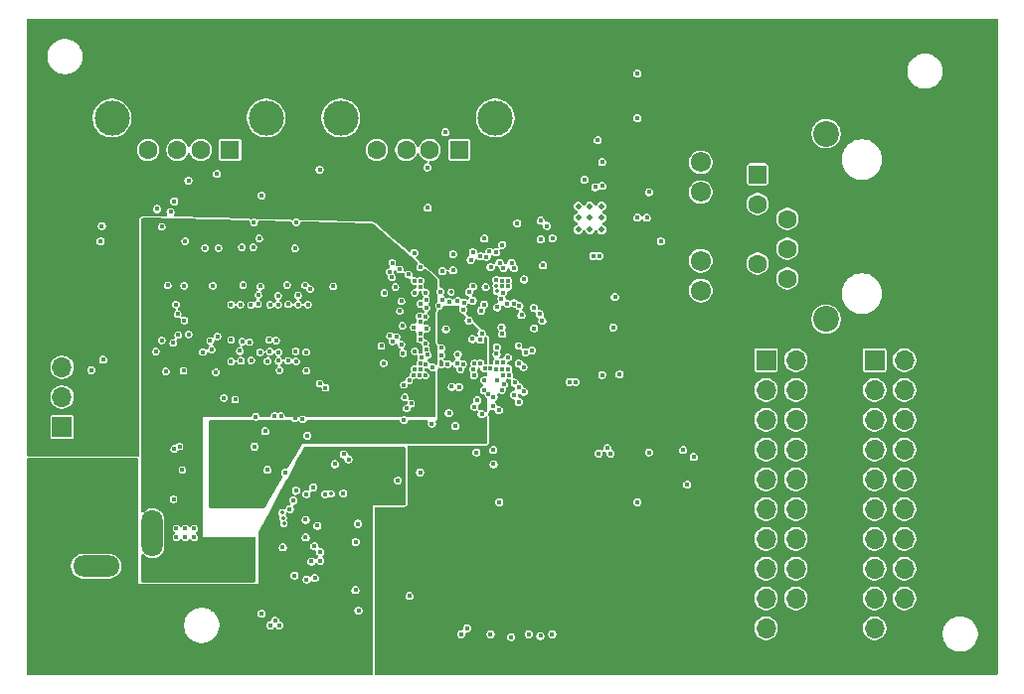
<source format=gbr>
%TF.GenerationSoftware,KiCad,Pcbnew,9.0.0*%
%TF.CreationDate,2025-03-22T23:10:53-04:00*%
%TF.ProjectId,simpleSBC,73696d70-6c65-4534-9243-2e6b69636164,rev?*%
%TF.SameCoordinates,Original*%
%TF.FileFunction,Copper,L5,Inr*%
%TF.FilePolarity,Positive*%
%FSLAX46Y46*%
G04 Gerber Fmt 4.6, Leading zero omitted, Abs format (unit mm)*
G04 Created by KiCad (PCBNEW 9.0.0) date 2025-03-22 23:10:53*
%MOMM*%
%LPD*%
G01*
G04 APERTURE LIST*
G04 Aperture macros list*
%AMRoundRect*
0 Rectangle with rounded corners*
0 $1 Rounding radius*
0 $2 $3 $4 $5 $6 $7 $8 $9 X,Y pos of 4 corners*
0 Add a 4 corners polygon primitive as box body*
4,1,4,$2,$3,$4,$5,$6,$7,$8,$9,$2,$3,0*
0 Add four circle primitives for the rounded corners*
1,1,$1+$1,$2,$3*
1,1,$1+$1,$4,$5*
1,1,$1+$1,$6,$7*
1,1,$1+$1,$8,$9*
0 Add four rect primitives between the rounded corners*
20,1,$1+$1,$2,$3,$4,$5,0*
20,1,$1+$1,$4,$5,$6,$7,0*
20,1,$1+$1,$6,$7,$8,$9,0*
20,1,$1+$1,$8,$9,$2,$3,0*%
G04 Aperture macros list end*
%TA.AperFunction,ComponentPad*%
%ADD10R,4.400000X1.800000*%
%TD*%
%TA.AperFunction,ComponentPad*%
%ADD11O,4.000000X1.800000*%
%TD*%
%TA.AperFunction,ComponentPad*%
%ADD12O,1.800000X4.000000*%
%TD*%
%TA.AperFunction,ComponentPad*%
%ADD13R,1.700000X1.700000*%
%TD*%
%TA.AperFunction,ComponentPad*%
%ADD14O,1.700000X1.700000*%
%TD*%
%TA.AperFunction,ComponentPad*%
%ADD15RoundRect,0.248000X0.552000X-0.552000X0.552000X0.552000X-0.552000X0.552000X-0.552000X-0.552000X0*%
%TD*%
%TA.AperFunction,ComponentPad*%
%ADD16C,1.600000*%
%TD*%
%TA.AperFunction,ComponentPad*%
%ADD17C,1.720000*%
%TD*%
%TA.AperFunction,ComponentPad*%
%ADD18C,2.200000*%
%TD*%
%TA.AperFunction,ComponentPad*%
%ADD19R,1.600000X1.500000*%
%TD*%
%TA.AperFunction,ComponentPad*%
%ADD20C,3.000000*%
%TD*%
%TA.AperFunction,HeatsinkPad*%
%ADD21C,0.500000*%
%TD*%
%TA.AperFunction,ViaPad*%
%ADD22C,0.400000*%
%TD*%
%TA.AperFunction,ViaPad*%
%ADD23C,0.350000*%
%TD*%
G04 APERTURE END LIST*
D10*
%TO.N,+5V*%
%TO.C,J4*%
X113400000Y-100400000D03*
D11*
%TO.N,GND*%
X113400000Y-106200000D03*
D12*
X118200000Y-103400000D03*
%TD*%
D13*
%TO.N,/I2C4_SDA*%
%TO.C,J8*%
X110500000Y-94330000D03*
D14*
%TO.N,/I2C4_SCL*%
X110500000Y-91790000D03*
%TO.N,GND*%
X110500000Y-89250000D03*
%TD*%
D13*
%TO.N,/PA15*%
%TO.C,J9*%
X179710000Y-88640000D03*
D14*
%TO.N,/PC7*%
X182250000Y-88640000D03*
%TO.N,/PE2*%
X179710000Y-91180000D03*
%TO.N,/PC2*%
X182250000Y-91180000D03*
%TO.N,/PA4*%
X179710000Y-93720000D03*
%TO.N,/PD15*%
X182250000Y-93720000D03*
%TO.N,/PE15*%
X179710000Y-96260000D03*
%TO.N,/PD4*%
X182250000Y-96260000D03*
%TO.N,/PE0*%
X179710000Y-98800000D03*
%TO.N,/PE12*%
X182250000Y-98800000D03*
%TO.N,/PG15*%
X179710000Y-101340000D03*
%TO.N,/PD1*%
X182250000Y-101340000D03*
%TO.N,/PC6*%
X179710000Y-103880000D03*
%TO.N,/PD0*%
X182250000Y-103880000D03*
%TO.N,/PB4*%
X179710000Y-106420000D03*
%TO.N,/PD3*%
X182250000Y-106420000D03*
%TO.N,/PE5*%
X179710000Y-108960000D03*
%TO.N,/PG6*%
X182250000Y-108960000D03*
%TO.N,GND*%
X179710000Y-111500000D03*
%TO.N,+3V3*%
X182250000Y-111500000D03*
%TD*%
D15*
%TO.N,/ETH_TX+*%
%TO.C,J7*%
X169735000Y-72790000D03*
D16*
%TO.N,+3V3*%
X172275000Y-74060000D03*
%TO.N,/ETH_TX-*%
X169735000Y-75330000D03*
%TO.N,/ETH_RX+*%
X172275000Y-76600000D03*
%TO.N,+3V3*%
X169735000Y-77870000D03*
%TO.N,/ETH_RX-*%
X172275000Y-79140000D03*
%TO.N,unconnected-(J7-NC-Pad7)*%
X169735000Y-80410000D03*
%TO.N,GND*%
X172275000Y-81680000D03*
D17*
%TO.N,Net-(J7-Pad9)*%
X164905000Y-71770000D03*
%TO.N,/LED_0*%
X164905000Y-74310000D03*
%TO.N,Net-(J7-Pad11)*%
X164905000Y-80160000D03*
%TO.N,/LED_1*%
X164905000Y-82700000D03*
D18*
%TO.N,unconnected-(J7-PadSH)*%
X175575000Y-69335000D03*
%TO.N,unconnected-(J7-PadSH)_1*%
X175575000Y-85135000D03*
%TD*%
D13*
%TO.N,/PB9*%
%TO.C,J3*%
X170460000Y-88640000D03*
D14*
%TO.N,/PA9*%
X173000000Y-88640000D03*
%TO.N,/PD11*%
X170460000Y-91180000D03*
%TO.N,/PC0*%
X173000000Y-91180000D03*
%TO.N,/PF11*%
X170460000Y-93720000D03*
%TO.N,/PA6*%
X173000000Y-93720000D03*
%TO.N,/PB1*%
X170460000Y-96260000D03*
%TO.N,/PB8*%
X173000000Y-96260000D03*
%TO.N,/PB12*%
X170460000Y-98800000D03*
%TO.N,/PB0*%
X173000000Y-98800000D03*
%TO.N,/PE13*%
X170460000Y-101340000D03*
%TO.N,/PD8*%
X173000000Y-101340000D03*
%TO.N,/PG12*%
X170460000Y-103880000D03*
%TO.N,/PB15*%
X173000000Y-103880000D03*
%TO.N,/PA8*%
X170460000Y-106420000D03*
%TO.N,/PE6*%
X173000000Y-106420000D03*
%TO.N,/PD7*%
X170460000Y-108960000D03*
%TO.N,/PD5*%
X173000000Y-108960000D03*
%TO.N,GND*%
X170460000Y-111500000D03*
%TO.N,+3V3*%
X173000000Y-111500000D03*
%TD*%
D19*
%TO.N,Net-(J6-VBUS)*%
%TO.C,J6*%
X124820000Y-70710000D03*
D16*
%TO.N,/USB1_D+*%
X122320000Y-70710000D03*
%TO.N,/USB1_D-*%
X120320000Y-70710000D03*
%TO.N,GND*%
X117820000Y-70710000D03*
D20*
X127890000Y-68000000D03*
X114750000Y-68000000D03*
%TD*%
D19*
%TO.N,Net-(J5-VBUS)*%
%TO.C,J5*%
X144320000Y-70710000D03*
D16*
%TO.N,/USB2_D-*%
X141820000Y-70710000D03*
%TO.N,/USB2_D+*%
X139820000Y-70710000D03*
%TO.N,GND*%
X137320000Y-70710000D03*
D20*
X147390000Y-68000000D03*
X134250000Y-68000000D03*
%TD*%
D21*
%TO.N,GND*%
%TO.C,U6*%
X156462500Y-75500000D03*
X155462500Y-75500000D03*
X154462500Y-75500000D03*
X156462500Y-76500000D03*
X155462500Y-76500000D03*
X154462500Y-76500000D03*
X156462500Y-77500000D03*
X155462500Y-77500000D03*
X154462500Y-77500000D03*
%TD*%
D22*
%TO.N,Net-(JP9-C)*%
X158000000Y-89850000D03*
X149981617Y-87978900D03*
%TO.N,Net-(JP8-C)*%
X156500000Y-89900000D03*
X150522467Y-87800002D03*
%TO.N,+3V3*%
X162100000Y-86050000D03*
X162100000Y-83550000D03*
%TO.N,GND*%
X157600000Y-83250000D03*
X157450000Y-85850000D03*
X127300000Y-78250000D03*
D23*
%TO.N,/PA4*%
X147527493Y-82752981D03*
D22*
%TO.N,/Memory/UDM*%
X120400000Y-86500000D03*
%TO.N,/Memory/UDQS-*%
X139291624Y-80913547D03*
%TO.N,/Memory/UDQS+*%
X120350000Y-84700000D03*
%TO.N,+1V35*%
X119221197Y-83800000D03*
%TO.N,/Memory/UDQS+*%
X138628762Y-80348530D03*
%TO.N,/Memory/LDQS+*%
X123260411Y-87738252D03*
%TO.N,/Memory/LDM*%
X123750000Y-86600000D03*
%TO.N,GND*%
X122500000Y-87950000D03*
%TO.N,/Memory/LDQS-*%
X123129043Y-87000000D03*
%TO.N,GND*%
X131001155Y-93672912D03*
%TO.N,+1V35*%
X130331654Y-93572912D03*
%TO.N,/Memory/DQ11*%
X121300000Y-86450000D03*
%TO.N,/Memory/~{CAS}*%
X125850000Y-87050000D03*
%TO.N,/Memory/~{RAS}*%
X124900000Y-86900000D03*
%TO.N,/Memory/A13*%
X131300000Y-87950000D03*
%TO.N,/Memory/A11*%
X129781827Y-83871202D03*
%TO.N,/Memory/A10*%
X126600000Y-83950000D03*
%TO.N,/Memory/A7*%
X130450000Y-88750000D03*
%TO.N,/Memory/A6*%
X130600000Y-83900000D03*
%TO.N,/Memory/A5*%
X128950000Y-88700000D03*
%TO.N,/Memory/A3*%
X128952114Y-87956488D03*
%TO.N,/Memory/A2*%
X128748521Y-86963643D03*
%TO.N,/Memory/A0*%
X128150000Y-86900000D03*
%TO.N,/Memory/A14*%
X131450000Y-83900000D03*
X137950000Y-82900000D03*
%TO.N,/Memory/A4*%
X130600598Y-83113498D03*
%TO.N,GND*%
X129150000Y-93400000D03*
X128606274Y-93378198D03*
X127009118Y-93448939D03*
%TO.N,/Memory/~{CS}*%
X139859118Y-92739869D03*
%TO.N,/Memory/DQ2*%
X140242568Y-92337171D03*
%TO.N,/Memory/CKE*%
X133600000Y-82350000D03*
%TO.N,VREF_DDR*%
X131336737Y-107336737D03*
X126785922Y-79005170D03*
X124900000Y-88750000D03*
X124300000Y-91850000D03*
X127226113Y-83080465D03*
X128000000Y-98000000D03*
X141000000Y-80700000D03*
%TO.N,+1V2*%
X125250000Y-100000000D03*
X123750000Y-100000000D03*
X144242233Y-86271553D03*
X143330000Y-85300000D03*
X126600000Y-100625000D03*
X126500000Y-100000000D03*
X144766382Y-87519659D03*
X126000000Y-100000000D03*
X145149999Y-85910000D03*
X146181129Y-87468223D03*
X144795166Y-88108400D03*
X144577979Y-85396927D03*
X124500000Y-100000000D03*
X125000000Y-100750000D03*
X143533975Y-84283975D03*
%TO.N,GND*%
X149013277Y-80796100D03*
X138902161Y-82398266D03*
X146468070Y-90350729D03*
X132250000Y-102750000D03*
X120250000Y-103000000D03*
X120900000Y-82300000D03*
X121000000Y-103750000D03*
X120850000Y-89550000D03*
X142800000Y-87600000D03*
X147013360Y-80702820D03*
X120250000Y-103750000D03*
X132500000Y-105750000D03*
X141650000Y-75650000D03*
X122690000Y-79076594D03*
X139100000Y-98900000D03*
X119350000Y-89600000D03*
X145500000Y-79420000D03*
X119966868Y-87173020D03*
X131207528Y-82250000D03*
X123342282Y-82300000D03*
X151800000Y-77200000D03*
X142901600Y-81047234D03*
X145150000Y-85250000D03*
X156500000Y-71750000D03*
X140500000Y-79500000D03*
X130450000Y-76900000D03*
X151399751Y-85289870D03*
X146200000Y-84400000D03*
X141020909Y-88874802D03*
X131750000Y-105798398D03*
X156125000Y-69875000D03*
X140014038Y-81335962D03*
X146250000Y-86350000D03*
X127800000Y-94700000D03*
X148119522Y-90707917D03*
X126850000Y-76900000D03*
X119500000Y-82250000D03*
X121750000Y-103000000D03*
X125654333Y-87854333D03*
X127406235Y-82332286D03*
X131250000Y-103750000D03*
X159500000Y-76500000D03*
X129024919Y-89500000D03*
X132500000Y-105000000D03*
X155000000Y-73250000D03*
X121000000Y-78500000D03*
X147510974Y-88106361D03*
X144688900Y-84320753D03*
X149449617Y-84022372D03*
X145163940Y-82833631D03*
X121750000Y-103750000D03*
X147930343Y-85846672D03*
X139500000Y-85700000D03*
X131250000Y-102250000D03*
X142000000Y-94050000D03*
X143200000Y-85985616D03*
X132000000Y-104500000D03*
X151466735Y-80557725D03*
X131390764Y-95073406D03*
X129668792Y-82222999D03*
X141450000Y-84928225D03*
X145446197Y-86830930D03*
X142600000Y-84000000D03*
X140539413Y-87875494D03*
X125818969Y-79006886D03*
X127997931Y-88722437D03*
X123601509Y-89670000D03*
X150706551Y-85917033D03*
X133750000Y-97500000D03*
X145474922Y-83559937D03*
X125247928Y-92002071D03*
X149053324Y-90563863D03*
X129762441Y-88686044D03*
X160500000Y-96500000D03*
X159500000Y-100750000D03*
X126900000Y-96000000D03*
X131325494Y-89550000D03*
X135500000Y-108250000D03*
X140064718Y-90373406D03*
D23*
X149380500Y-87417372D03*
D22*
X146452936Y-83901765D03*
X144144060Y-88945155D03*
X121000000Y-103000000D03*
X130344178Y-79100000D03*
%TO.N,+3V3*%
X147500000Y-84832054D03*
X147500000Y-87000000D03*
X151900000Y-76300000D03*
X151504490Y-82175247D03*
X154927387Y-101087518D03*
X139750000Y-101500000D03*
X163100000Y-70500000D03*
X138975000Y-102100000D03*
X141000000Y-103000000D03*
X131327970Y-100061600D03*
X145800000Y-84950000D03*
X141500000Y-101250000D03*
X140250000Y-101500000D03*
X140750000Y-101250000D03*
X152000000Y-73000000D03*
X146000000Y-83000000D03*
X140500000Y-103000000D03*
X159750000Y-102000000D03*
X142850502Y-88982002D03*
X153589593Y-82653900D03*
X114200000Y-95100000D03*
X139750000Y-102250000D03*
X114100000Y-93300000D03*
X162721084Y-102569645D03*
X139750000Y-102750000D03*
X151000000Y-79700000D03*
X146300000Y-85380000D03*
X135700000Y-102600000D03*
%TO.N,Net-(U1C-NRST_CORE)*%
X148000000Y-86400000D03*
%TO.N,+3.3VP*%
X135512545Y-104151600D03*
X140100000Y-108750000D03*
X135750000Y-110000000D03*
X148750000Y-112250000D03*
%TO.N,+5V*%
X136500000Y-107000000D03*
X136062500Y-103937500D03*
X120000000Y-100500000D03*
X133150000Y-99480000D03*
X131985000Y-109235000D03*
X127925000Y-109000000D03*
X138450000Y-97929014D03*
X135750000Y-107000000D03*
X136550000Y-103950000D03*
X128500000Y-109500000D03*
X136100000Y-107425000D03*
X137000000Y-97500000D03*
X137350000Y-98050000D03*
X128500000Y-108500000D03*
X137750000Y-97500000D03*
X139300000Y-97700000D03*
X128687500Y-104187500D03*
X136450000Y-104400000D03*
X128000000Y-104000000D03*
%TO.N,/Memory/DDR_CK+*%
X124900000Y-83900000D03*
X141000000Y-85400002D03*
%TO.N,/Memory/DDR_CK-*%
X140461374Y-85832472D03*
X125700000Y-83900000D03*
%TO.N,/Memory/CKE*%
X141006047Y-83830792D03*
X125926800Y-82224046D03*
%TO.N,Net-(U3-ZQ)*%
X123827310Y-79081546D03*
X127200000Y-83850000D03*
%TO.N,/Memory/~{RESET}*%
X132949733Y-90991735D03*
X141500000Y-89000000D03*
%TO.N,/Memory/A0*%
X138637694Y-87036946D03*
%TO.N,/Memory/A1*%
X128900000Y-83900000D03*
%TO.N,/Memory/A2*%
X141502350Y-87716738D03*
%TO.N,VTT_DDR*%
X128250000Y-111250000D03*
X129000000Y-111250000D03*
X128650000Y-110850000D03*
%TO.N,/Memory/A3*%
X139550000Y-88050000D03*
%TO.N,/Memory/A4*%
X141507744Y-83488194D03*
%TO.N,/Memory/A5*%
X141432912Y-87222085D03*
%TO.N,/Memory/A6*%
X141553782Y-84180812D03*
%TO.N,/Memory/A7*%
X132444099Y-90618329D03*
X141652867Y-88193548D03*
%TO.N,/Memory/A8*%
X141489859Y-82900143D03*
X131630137Y-82576496D03*
%TO.N,/Memory/A9*%
X130407978Y-87885056D03*
X137900000Y-88896801D03*
%TO.N,/Memory/A10*%
X140945099Y-84876326D03*
%TO.N,/Memory/A11*%
X139267726Y-84459644D03*
%TO.N,/Memory/A12*%
X128219229Y-83916590D03*
%TO.N,/Memory/A13*%
X141103066Y-88381596D03*
%TO.N,/PWR_ON*%
X130200000Y-100600000D03*
X150673224Y-84162684D03*
X147750000Y-100750000D03*
%TO.N,/Memory/~{RAS}*%
X141550000Y-85950000D03*
%TO.N,/Memory/~{CS}*%
X140999998Y-86350000D03*
%TO.N,/Memory/~{WE}*%
X126450000Y-87100000D03*
X138441693Y-86562271D03*
%TO.N,/Memory/ODT*%
X125750000Y-88700000D03*
X139000000Y-86650000D03*
%TO.N,/Memory/BA0*%
X139400000Y-87304187D03*
X127363426Y-87962298D03*
%TO.N,/Memory/BA1*%
X139400000Y-83600000D03*
X128900000Y-83150000D03*
%TO.N,/Memory/BA2*%
X141000000Y-86850000D03*
X128200000Y-87900336D03*
%TO.N,/ETH_3V3*%
X160500000Y-74300000D03*
X161500000Y-78500000D03*
X160300000Y-76500000D03*
%TO.N,VDD_USB*%
X143477848Y-83688641D03*
X129500000Y-98250000D03*
X143800000Y-79600000D03*
X131898398Y-99480000D03*
%TO.N,/SWDIO*%
X144000000Y-94250000D03*
X142065241Y-89255271D03*
%TO.N,/NRST*%
X147235780Y-96310600D03*
X149393280Y-92200000D03*
X148474540Y-88421661D03*
%TO.N,/UART4_TX*%
X146587066Y-82405166D03*
X153729267Y-90499293D03*
%TO.N,/UART4_RX*%
X143806707Y-80980953D03*
X154230869Y-90500001D03*
%TO.N,+1V35*%
X129750000Y-89500000D03*
X122800000Y-92550000D03*
X130300000Y-107000000D03*
X120092928Y-88742335D03*
X120350000Y-82150000D03*
X128144305Y-79005170D03*
X124191861Y-82487586D03*
X124750000Y-106250000D03*
X122271572Y-82049200D03*
X128254608Y-82210048D03*
X124900000Y-76925494D03*
X120500000Y-106500000D03*
X124750000Y-106750000D03*
X124750000Y-105250000D03*
X126519535Y-83026113D03*
X126509991Y-92576152D03*
X123750000Y-84800000D03*
X124900000Y-87900000D03*
X141600697Y-86724506D03*
X130458515Y-82208269D03*
X128402632Y-92497403D03*
X141550000Y-91300000D03*
X129300000Y-104600000D03*
X123650000Y-105550000D03*
X126550000Y-87900000D03*
X125000000Y-107250000D03*
X125825000Y-106750000D03*
X127500000Y-110250000D03*
X119750000Y-79750000D03*
X123067821Y-89147535D03*
X124750000Y-105750000D03*
X119250000Y-88750000D03*
X124788031Y-79076594D03*
X128101034Y-89710621D03*
X141786814Y-85299250D03*
%TO.N,/SDMMC_CLK*%
X147000000Y-112010000D03*
X146141138Y-88904379D03*
%TO.N,/SDMMC_CMD*%
X150250000Y-112010000D03*
X145639376Y-88918615D03*
%TO.N,/SDMMC_D3*%
X143344060Y-88965410D03*
X151250000Y-112151600D03*
%TO.N,/SDMMC_D2*%
X144328664Y-90926749D03*
X152249000Y-112009293D03*
%TO.N,/SDMMC_D1*%
X144500000Y-112010000D03*
X145867064Y-92056524D03*
%TO.N,/SDMMC_D0*%
X145000000Y-111500000D03*
X145624853Y-92601489D03*
%TO.N,/PA0_WAKEUP*%
X147564861Y-84127983D03*
X130436249Y-99754199D03*
X141000000Y-98200000D03*
D23*
%TO.N,/I2C4_SCL*%
X129400000Y-102550000D03*
%TO.N,/I2C4_SDA*%
X129330675Y-102103174D03*
D22*
%TO.N,Net-(U1C-USB_RREF)*%
X142720546Y-82789994D03*
X146485270Y-78274730D03*
%TO.N,/RTC_OUT1*%
X147533975Y-87533975D03*
D23*
X129252919Y-101632957D03*
D22*
%TO.N,/Memory/DQ11*%
X141001103Y-82400000D03*
%TO.N,/Memory/DQ4*%
X140521144Y-89399930D03*
X139700000Y-91800000D03*
%TO.N,/Memory/LDQS+*%
X139609118Y-90747056D03*
%TO.N,/Memory/UDQS-*%
X120203721Y-83902766D03*
%TO.N,/Memory/DQ9*%
X138420231Y-81098307D03*
X140554482Y-82898131D03*
%TO.N,/Memory/DQ13*%
X119000000Y-86950000D03*
X138600000Y-81572568D03*
%TO.N,/Memory/UDM*%
X140500000Y-81868062D03*
%TO.N,/Memory/DQ2*%
X141456236Y-89937312D03*
%TO.N,/Memory/DQ15*%
X141028095Y-81869080D03*
X118500000Y-87900000D03*
%TO.N,/Memory/LDQS-*%
X140445148Y-89898651D03*
%TO.N,Net-(U1A-VDDA1V1_REG)*%
X144200000Y-83600000D03*
%TO.N,Net-(U1A-VDDA1V8_DSI)*%
X144724138Y-83732760D03*
X144200000Y-88139361D03*
X145320228Y-80090312D03*
%TO.N,Net-(U1D-DDR_ZQ)*%
X143702204Y-90902204D03*
X142800000Y-88200000D03*
%TO.N,Net-(U4-PONKEYn)*%
X132048445Y-107213985D03*
%TO.N,VBUS*%
X120750000Y-98000000D03*
%TO.N,Net-(JP2-A)*%
X142879957Y-83516702D03*
X113000000Y-89490000D03*
%TO.N,/Power/VOUT_BST*%
X134500000Y-96651600D03*
X134906276Y-97093724D03*
%TO.N,/VBUS1*%
X118600000Y-75750000D03*
X143150000Y-69200000D03*
%TO.N,/VBUS2*%
X119000000Y-77250000D03*
X123700000Y-72750000D03*
%TO.N,Net-(JP3-A)*%
X114000000Y-88600000D03*
D23*
X143626119Y-82827985D03*
D22*
%TO.N,/Power/~{RST}*%
X147250000Y-97500000D03*
X129900002Y-101338398D03*
%TO.N,/LED_1*%
X155911583Y-73882641D03*
%TO.N,/LED_0*%
X156512012Y-73780030D03*
%TO.N,/MDIO*%
X148053350Y-82898630D03*
X151274207Y-78331600D03*
%TO.N,/RMII_RX_D0*%
X148500000Y-81850000D03*
X149270000Y-76970000D03*
%TO.N,Net-(U6-RXER{slash}PHYAD0)*%
X151275000Y-76740000D03*
%TO.N,Net-(U6-CRS_DV{slash}MODE2)*%
X152275000Y-78240000D03*
%TO.N,/RMII_CRS_DV*%
X148794730Y-80327300D03*
%TO.N,/RMII_TXD_0*%
X156250000Y-79750000D03*
X147935686Y-83384590D03*
%TO.N,/RMII_TX_EN*%
X155748397Y-79750000D03*
X148000000Y-82350000D03*
%TO.N,/PRT1*%
X113900000Y-77200000D03*
X146906484Y-79389048D03*
%TO.N,/PRT2*%
X146657737Y-79824628D03*
X113800000Y-78500000D03*
%TO.N,/USB_~{OC2}*%
X147449863Y-79457510D03*
X120064127Y-75096100D03*
%TO.N,/USB_~{OC1}*%
X146156914Y-79796673D03*
X119753900Y-76000000D03*
%TO.N,/PMIC_SWOUT*%
X120508371Y-95996280D03*
X127500000Y-74601600D03*
X132933536Y-100064195D03*
D23*
%TO.N,Net-(JP4-C)*%
X133409523Y-100039979D03*
D22*
%TO.N,/PMIC_VBUSOTG*%
X134450000Y-100000000D03*
X132450000Y-72393900D03*
X120050000Y-96200000D03*
%TO.N,Net-(U1B-PA13)*%
X149637786Y-84787786D03*
X159500000Y-64200000D03*
%TO.N,Net-(U1B-PA14)*%
X159500000Y-68000000D03*
X151196583Y-84715417D03*
%TO.N,/USB2_D+*%
X141625000Y-72200000D03*
%TO.N,/USB1_D+*%
X121270190Y-73329810D03*
%TO.N,/PA6*%
X148099218Y-80763293D03*
%TO.N,/PF11*%
X147777301Y-80323681D03*
D23*
%TO.N,/PC0*%
X147491399Y-82279352D03*
D22*
%TO.N,/PB0*%
X148500000Y-82350000D03*
%TO.N,/PD11*%
X148000000Y-78800000D03*
X145500000Y-82350000D03*
%TO.N,/PB8*%
X147500812Y-81804443D03*
%TO.N,/PB12*%
X148001813Y-81850000D03*
%TO.N,/PB1*%
X149850000Y-81750000D03*
%TO.N,/PD8*%
X149406815Y-88916913D03*
%TO.N,/PG12*%
X149806099Y-89215823D03*
%TO.N,/PE13*%
X147583260Y-88798138D03*
%TO.N,/PB15*%
X147945100Y-91178217D03*
X145551408Y-89412444D03*
%TO.N,/PA8*%
X147253875Y-91777372D03*
X145578593Y-89913309D03*
%TO.N,/PB4*%
X146427952Y-91210603D03*
%TO.N,/PD0*%
X147001602Y-89349885D03*
%TO.N,/PC6*%
X147542470Y-90350000D03*
%TO.N,/PE12*%
X149833194Y-91322654D03*
X163750000Y-99250000D03*
%TO.N,/PD1*%
X157213857Y-96610060D03*
X149000000Y-91600000D03*
%TO.N,/PG15*%
X149407746Y-90918285D03*
X156950000Y-96150000D03*
%TO.N,/PC2*%
X148441173Y-83837991D03*
%TO.N,/PE2*%
X149000000Y-83800000D03*
%TO.N,/PD15*%
X146141573Y-86911499D03*
%TO.N,/PE15*%
X148083990Y-88840752D03*
%TO.N,/PD4*%
X148002007Y-89399989D03*
%TO.N,/PE0*%
X148510458Y-89394619D03*
%TO.N,/PE6*%
X148585592Y-89890562D03*
%TO.N,/PD7*%
X148083091Y-89894565D03*
%TO.N,/PD5*%
X147500412Y-89402739D03*
%TO.N,/PE5*%
X146246100Y-93239906D03*
%TO.N,/PD3*%
X147231701Y-92577706D03*
%TO.N,/PG6*%
X146824720Y-91517698D03*
%TO.N,/PA15*%
X147700000Y-92900000D03*
X164300000Y-96900000D03*
%TO.N,/PC7*%
X145800000Y-96500000D03*
X144435834Y-89416159D03*
%TO.N,/PB9*%
X156200000Y-96600000D03*
X143450000Y-93150000D03*
X144641613Y-88958717D03*
%TO.N,/PA9*%
X163400000Y-96300000D03*
X146500000Y-89350000D03*
%TO.N,/Memory/~{CAS}*%
X137693121Y-87429508D03*
%TO.N,/Memory/DQ9*%
X120927496Y-85250581D03*
%TO.N,/Memory/DQ6*%
X139623406Y-93726763D03*
X140941880Y-89942620D03*
%TO.N,/Memory/~{CS}*%
X126622906Y-88656307D03*
%TO.N,/Memory/LDM*%
X141020565Y-89408942D03*
%TD*%
%TA.AperFunction,Conductor*%
%TO.N,+3V3*%
G36*
X190142539Y-59520185D02*
G01*
X190188294Y-59572989D01*
X190199500Y-59624500D01*
X190199500Y-115375500D01*
X190179815Y-115442539D01*
X190127011Y-115488294D01*
X190075500Y-115499500D01*
X137279500Y-115499500D01*
X137212461Y-115479815D01*
X137166706Y-115427011D01*
X137155500Y-115375500D01*
X137155500Y-111963856D01*
X144149500Y-111963856D01*
X144149500Y-112056144D01*
X144173197Y-112144583D01*
X144173387Y-112145290D01*
X144173388Y-112145293D01*
X144219526Y-112225205D01*
X144219529Y-112225209D01*
X144219531Y-112225212D01*
X144284788Y-112290469D01*
X144284791Y-112290470D01*
X144284794Y-112290473D01*
X144364706Y-112336611D01*
X144364707Y-112336611D01*
X144364712Y-112336614D01*
X144453856Y-112360500D01*
X144453858Y-112360500D01*
X144546142Y-112360500D01*
X144546144Y-112360500D01*
X144635288Y-112336614D01*
X144715212Y-112290469D01*
X144780469Y-112225212D01*
X144826614Y-112145288D01*
X144850500Y-112056144D01*
X144850500Y-111974500D01*
X144850945Y-111972983D01*
X144850537Y-111971454D01*
X144852972Y-111963856D01*
X146649500Y-111963856D01*
X146649500Y-112056144D01*
X146673197Y-112144583D01*
X146673387Y-112145290D01*
X146673388Y-112145293D01*
X146719526Y-112225205D01*
X146719529Y-112225209D01*
X146719531Y-112225212D01*
X146784788Y-112290469D01*
X146784791Y-112290470D01*
X146784794Y-112290473D01*
X146864706Y-112336611D01*
X146864707Y-112336611D01*
X146864712Y-112336614D01*
X146953856Y-112360500D01*
X146953858Y-112360500D01*
X147046142Y-112360500D01*
X147046144Y-112360500D01*
X147135288Y-112336614D01*
X147215212Y-112290469D01*
X147280469Y-112225212D01*
X147292799Y-112203856D01*
X148399500Y-112203856D01*
X148399500Y-112296144D01*
X148418435Y-112366812D01*
X148423387Y-112385290D01*
X148423388Y-112385293D01*
X148469526Y-112465205D01*
X148469529Y-112465209D01*
X148469531Y-112465212D01*
X148534788Y-112530469D01*
X148534791Y-112530470D01*
X148534794Y-112530473D01*
X148614706Y-112576611D01*
X148614707Y-112576611D01*
X148614712Y-112576614D01*
X148703856Y-112600500D01*
X148703858Y-112600500D01*
X148796142Y-112600500D01*
X148796144Y-112600500D01*
X148885288Y-112576614D01*
X148965212Y-112530469D01*
X149030469Y-112465212D01*
X149076614Y-112385288D01*
X149100500Y-112296144D01*
X149100500Y-112203856D01*
X149076614Y-112114712D01*
X149071271Y-112105458D01*
X149030472Y-112034793D01*
X149030471Y-112034792D01*
X149030469Y-112034788D01*
X148965212Y-111969531D01*
X148965209Y-111969529D01*
X148965205Y-111969526D01*
X148955384Y-111963856D01*
X149899500Y-111963856D01*
X149899500Y-112056144D01*
X149923197Y-112144583D01*
X149923387Y-112145290D01*
X149923388Y-112145293D01*
X149969526Y-112225205D01*
X149969529Y-112225209D01*
X149969531Y-112225212D01*
X150034788Y-112290469D01*
X150034791Y-112290470D01*
X150034794Y-112290473D01*
X150114706Y-112336611D01*
X150114707Y-112336611D01*
X150114712Y-112336614D01*
X150203856Y-112360500D01*
X150203858Y-112360500D01*
X150296142Y-112360500D01*
X150296144Y-112360500D01*
X150385288Y-112336614D01*
X150465212Y-112290469D01*
X150530469Y-112225212D01*
X150576614Y-112145288D01*
X150587287Y-112105456D01*
X150899500Y-112105456D01*
X150899500Y-112197744D01*
X150920446Y-112275917D01*
X150923387Y-112286890D01*
X150923388Y-112286893D01*
X150969526Y-112366805D01*
X150969529Y-112366809D01*
X150969531Y-112366812D01*
X151034788Y-112432069D01*
X151034791Y-112432070D01*
X151034794Y-112432073D01*
X151114706Y-112478211D01*
X151114707Y-112478211D01*
X151114712Y-112478214D01*
X151203856Y-112502100D01*
X151203858Y-112502100D01*
X151296142Y-112502100D01*
X151296144Y-112502100D01*
X151385288Y-112478214D01*
X151465212Y-112432069D01*
X151530469Y-112366812D01*
X151576614Y-112286888D01*
X151600500Y-112197744D01*
X151600500Y-112105456D01*
X151576614Y-112016312D01*
X151545920Y-111963149D01*
X151898500Y-111963149D01*
X151898500Y-112055437D01*
X151920564Y-112137782D01*
X151922387Y-112144583D01*
X151922388Y-112144586D01*
X151968526Y-112224498D01*
X151968529Y-112224502D01*
X151968531Y-112224505D01*
X152033788Y-112289762D01*
X152033791Y-112289763D01*
X152033794Y-112289766D01*
X152113706Y-112335904D01*
X152113707Y-112335904D01*
X152113712Y-112335907D01*
X152202856Y-112359793D01*
X152202858Y-112359793D01*
X152295142Y-112359793D01*
X152295144Y-112359793D01*
X152384288Y-112335907D01*
X152464212Y-112289762D01*
X152529469Y-112224505D01*
X152575614Y-112144581D01*
X152599500Y-112055437D01*
X152599500Y-111963149D01*
X152575614Y-111874005D01*
X152573952Y-111871126D01*
X152529473Y-111794087D01*
X152529470Y-111794084D01*
X152529469Y-111794081D01*
X152464212Y-111728824D01*
X152464209Y-111728822D01*
X152464205Y-111728819D01*
X152384293Y-111682681D01*
X152384290Y-111682680D01*
X152384289Y-111682679D01*
X152384288Y-111682679D01*
X152295144Y-111658793D01*
X152202856Y-111658793D01*
X152113712Y-111682679D01*
X152113711Y-111682679D01*
X152113709Y-111682680D01*
X152113706Y-111682681D01*
X152033794Y-111728819D01*
X152033785Y-111728826D01*
X151968533Y-111794078D01*
X151968526Y-111794087D01*
X151922388Y-111873999D01*
X151922387Y-111874002D01*
X151922386Y-111874004D01*
X151922386Y-111874005D01*
X151898500Y-111963149D01*
X151545920Y-111963149D01*
X151530469Y-111936388D01*
X151465212Y-111871131D01*
X151465209Y-111871129D01*
X151465205Y-111871126D01*
X151385293Y-111824988D01*
X151385290Y-111824987D01*
X151385289Y-111824986D01*
X151385288Y-111824986D01*
X151296144Y-111801100D01*
X151203856Y-111801100D01*
X151114712Y-111824986D01*
X151114711Y-111824986D01*
X151114709Y-111824987D01*
X151114706Y-111824988D01*
X151034794Y-111871126D01*
X151034785Y-111871133D01*
X150969533Y-111936385D01*
X150969526Y-111936394D01*
X150923388Y-112016306D01*
X150923387Y-112016309D01*
X150923386Y-112016311D01*
X150923386Y-112016312D01*
X150899500Y-112105456D01*
X150587287Y-112105456D01*
X150600500Y-112056144D01*
X150600500Y-111963856D01*
X150576614Y-111874712D01*
X150576206Y-111874005D01*
X150530473Y-111794794D01*
X150530470Y-111794791D01*
X150530469Y-111794788D01*
X150465212Y-111729531D01*
X150465209Y-111729529D01*
X150465205Y-111729526D01*
X150385293Y-111683388D01*
X150385290Y-111683387D01*
X150385289Y-111683386D01*
X150385288Y-111683386D01*
X150296144Y-111659500D01*
X150203856Y-111659500D01*
X150114712Y-111683386D01*
X150114711Y-111683386D01*
X150114709Y-111683387D01*
X150114706Y-111683388D01*
X150034794Y-111729526D01*
X150034785Y-111729533D01*
X149969533Y-111794785D01*
X149969526Y-111794794D01*
X149923388Y-111874706D01*
X149923387Y-111874709D01*
X149923386Y-111874711D01*
X149923386Y-111874712D01*
X149899500Y-111963856D01*
X148955384Y-111963856D01*
X148885293Y-111923388D01*
X148885290Y-111923387D01*
X148885289Y-111923386D01*
X148885288Y-111923386D01*
X148796144Y-111899500D01*
X148703856Y-111899500D01*
X148614712Y-111923386D01*
X148614711Y-111923386D01*
X148614709Y-111923387D01*
X148614706Y-111923388D01*
X148534794Y-111969526D01*
X148534785Y-111969533D01*
X148469533Y-112034785D01*
X148469526Y-112034794D01*
X148423388Y-112114706D01*
X148423387Y-112114709D01*
X148423386Y-112114711D01*
X148423386Y-112114712D01*
X148399500Y-112203856D01*
X147292799Y-112203856D01*
X147326614Y-112145288D01*
X147350500Y-112056144D01*
X147350500Y-111963856D01*
X147326614Y-111874712D01*
X147326206Y-111874005D01*
X147280473Y-111794794D01*
X147280470Y-111794791D01*
X147280469Y-111794788D01*
X147215212Y-111729531D01*
X147215209Y-111729529D01*
X147215205Y-111729526D01*
X147135293Y-111683388D01*
X147135290Y-111683387D01*
X147135289Y-111683386D01*
X147135288Y-111683386D01*
X147046144Y-111659500D01*
X146953856Y-111659500D01*
X146864712Y-111683386D01*
X146864711Y-111683386D01*
X146864709Y-111683387D01*
X146864706Y-111683388D01*
X146784794Y-111729526D01*
X146784785Y-111729533D01*
X146719533Y-111794785D01*
X146719526Y-111794794D01*
X146673388Y-111874706D01*
X146673387Y-111874709D01*
X146673386Y-111874711D01*
X146673386Y-111874712D01*
X146649500Y-111963856D01*
X144852972Y-111963856D01*
X144860759Y-111939559D01*
X144870185Y-111907461D01*
X144871379Y-111906425D01*
X144871863Y-111904918D01*
X144897714Y-111883606D01*
X144922989Y-111861706D01*
X144924946Y-111861157D01*
X144925775Y-111860474D01*
X144931737Y-111859253D01*
X144959873Y-111851366D01*
X144967163Y-111850500D01*
X145046144Y-111850500D01*
X145135288Y-111826614D01*
X145215212Y-111780469D01*
X145280469Y-111715212D01*
X145326614Y-111635288D01*
X145336460Y-111598543D01*
X169459499Y-111598543D01*
X169497947Y-111791829D01*
X169497950Y-111791839D01*
X169573364Y-111973907D01*
X169573371Y-111973920D01*
X169682860Y-112137781D01*
X169682862Y-112137784D01*
X169822214Y-112277136D01*
X169822218Y-112277139D01*
X169986079Y-112386628D01*
X169986092Y-112386635D01*
X170124805Y-112444091D01*
X170168165Y-112462051D01*
X170168169Y-112462051D01*
X170168170Y-112462052D01*
X170361456Y-112500500D01*
X170361459Y-112500500D01*
X170558543Y-112500500D01*
X170688582Y-112474632D01*
X170751835Y-112462051D01*
X170933914Y-112386632D01*
X171097782Y-112277139D01*
X171150423Y-112224498D01*
X171237138Y-112137784D01*
X171237139Y-112137782D01*
X171346632Y-111973914D01*
X171348448Y-111969531D01*
X171367561Y-111923386D01*
X171422051Y-111791835D01*
X171443764Y-111682679D01*
X171460500Y-111598543D01*
X178709499Y-111598543D01*
X178747947Y-111791829D01*
X178747950Y-111791839D01*
X178823364Y-111973907D01*
X178823371Y-111973920D01*
X178932860Y-112137781D01*
X178932862Y-112137784D01*
X179072214Y-112277136D01*
X179072218Y-112277139D01*
X179236079Y-112386628D01*
X179236092Y-112386635D01*
X179374805Y-112444091D01*
X179418165Y-112462051D01*
X179418169Y-112462051D01*
X179418170Y-112462052D01*
X179611456Y-112500500D01*
X179611459Y-112500500D01*
X179808543Y-112500500D01*
X179938582Y-112474632D01*
X180001835Y-112462051D01*
X180183914Y-112386632D01*
X180347782Y-112277139D01*
X180400423Y-112224498D01*
X180487138Y-112137784D01*
X180487139Y-112137782D01*
X180596632Y-111973914D01*
X180598448Y-111969531D01*
X180634745Y-111881902D01*
X185499500Y-111881902D01*
X185499500Y-112118097D01*
X185536446Y-112351368D01*
X185609433Y-112575996D01*
X185716656Y-112786432D01*
X185737835Y-112815582D01*
X185737834Y-112815582D01*
X185741298Y-112820350D01*
X185742098Y-112821828D01*
X185746212Y-112827114D01*
X185747406Y-112828757D01*
X185747428Y-112828786D01*
X185855482Y-112977509D01*
X185855484Y-112977511D01*
X185890614Y-113012641D01*
X185894523Y-113017663D01*
X185908534Y-113030561D01*
X186022491Y-113144518D01*
X186022498Y-113144524D01*
X186063326Y-113174186D01*
X186069146Y-113178415D01*
X186077102Y-113185739D01*
X186098185Y-113199512D01*
X186213567Y-113283343D01*
X186272304Y-113313271D01*
X186284855Y-113321471D01*
X186310323Y-113332643D01*
X186424008Y-113390568D01*
X186494874Y-113413593D01*
X186512116Y-113421157D01*
X186539459Y-113428080D01*
X186648632Y-113463553D01*
X186731146Y-113476621D01*
X186752685Y-113482077D01*
X186779749Y-113484319D01*
X186881908Y-113500500D01*
X186881910Y-113500500D01*
X186975008Y-113500500D01*
X187000000Y-113502571D01*
X187024992Y-113500500D01*
X187118090Y-113500500D01*
X187118092Y-113500500D01*
X187220258Y-113484318D01*
X187247315Y-113482077D01*
X187268851Y-113476622D01*
X187351368Y-113463553D01*
X187460544Y-113428079D01*
X187487884Y-113421157D01*
X187505118Y-113413596D01*
X187575992Y-113390568D01*
X187689688Y-113332636D01*
X187715145Y-113321471D01*
X187727688Y-113313275D01*
X187786433Y-113283343D01*
X187901831Y-113199500D01*
X187922898Y-113185739D01*
X187930851Y-113178416D01*
X187977510Y-113144517D01*
X188091476Y-113030550D01*
X188105477Y-113017663D01*
X188109379Y-113012647D01*
X188144517Y-112977510D01*
X188253777Y-112827125D01*
X188257902Y-112821828D01*
X188258702Y-112820346D01*
X188283343Y-112786433D01*
X188390568Y-112575992D01*
X188463553Y-112351368D01*
X188467935Y-112323699D01*
X188500500Y-112118097D01*
X188500500Y-111881902D01*
X188463553Y-111648631D01*
X188400266Y-111453856D01*
X188390568Y-111424008D01*
X188390566Y-111424005D01*
X188390566Y-111424003D01*
X188283342Y-111213565D01*
X188272956Y-111199271D01*
X188258706Y-111179657D01*
X188257902Y-111178172D01*
X188253765Y-111172857D01*
X188252560Y-111171198D01*
X188236795Y-111149500D01*
X188144517Y-111022490D01*
X188109385Y-110987358D01*
X188105477Y-110982337D01*
X188091465Y-110969438D01*
X187977512Y-110855485D01*
X187977506Y-110855480D01*
X187936665Y-110825806D01*
X187930849Y-110821581D01*
X187922898Y-110814261D01*
X187901816Y-110800487D01*
X187899320Y-110798674D01*
X187899308Y-110798666D01*
X187786433Y-110716657D01*
X187733639Y-110689757D01*
X187727695Y-110686728D01*
X187715145Y-110678529D01*
X187689687Y-110667362D01*
X187686482Y-110665729D01*
X187575993Y-110609432D01*
X187510977Y-110588306D01*
X187510977Y-110588305D01*
X187505108Y-110586398D01*
X187487884Y-110578843D01*
X187460544Y-110571919D01*
X187456624Y-110570646D01*
X187351369Y-110536447D01*
X187351366Y-110536446D01*
X187274434Y-110524261D01*
X187274434Y-110524260D01*
X187268842Y-110523374D01*
X187247315Y-110517923D01*
X187220269Y-110515681D01*
X187215692Y-110514957D01*
X187215691Y-110514956D01*
X187118098Y-110499500D01*
X187118092Y-110499500D01*
X187024981Y-110499500D01*
X187000000Y-110497430D01*
X186975019Y-110499500D01*
X186881907Y-110499500D01*
X186784293Y-110514959D01*
X186784292Y-110514958D01*
X186779712Y-110515683D01*
X186752685Y-110517923D01*
X186731147Y-110523376D01*
X186725561Y-110524262D01*
X186725560Y-110524261D01*
X186725560Y-110524262D01*
X186648629Y-110536447D01*
X186648627Y-110536447D01*
X186543365Y-110570650D01*
X186543364Y-110570650D01*
X186542336Y-110570984D01*
X186539471Y-110571915D01*
X186512116Y-110578843D01*
X186494877Y-110586404D01*
X186489022Y-110588307D01*
X186489019Y-110588307D01*
X186424003Y-110609433D01*
X186313514Y-110665728D01*
X186313515Y-110665729D01*
X186310291Y-110667371D01*
X186284855Y-110678529D01*
X186272312Y-110686723D01*
X186266361Y-110689756D01*
X186213573Y-110716653D01*
X186213560Y-110716661D01*
X186100669Y-110798678D01*
X186100670Y-110798679D01*
X186098155Y-110800506D01*
X186077102Y-110814261D01*
X186069150Y-110821580D01*
X186063334Y-110825807D01*
X186063332Y-110825807D01*
X186063332Y-110825808D01*
X186022493Y-110855480D01*
X186022489Y-110855483D01*
X185910338Y-110967632D01*
X185908496Y-110969473D01*
X185894523Y-110982337D01*
X185890625Y-110987344D01*
X185885186Y-110992784D01*
X185885179Y-110992793D01*
X185855482Y-111022491D01*
X185747422Y-111171219D01*
X185746193Y-111172909D01*
X185742098Y-111178172D01*
X185741300Y-111179645D01*
X185737849Y-111184397D01*
X185737847Y-111184397D01*
X185737845Y-111184402D01*
X185716659Y-111213562D01*
X185609433Y-111424003D01*
X185536446Y-111648631D01*
X185499500Y-111881902D01*
X180634745Y-111881902D01*
X180656415Y-111829584D01*
X180656415Y-111829583D01*
X180657646Y-111826611D01*
X180672051Y-111791835D01*
X180693764Y-111682679D01*
X180710500Y-111598543D01*
X180710500Y-111401456D01*
X180672052Y-111208170D01*
X180672051Y-111208169D01*
X180672051Y-111208165D01*
X180656739Y-111171198D01*
X180596635Y-111026092D01*
X180596628Y-111026079D01*
X180487139Y-110862218D01*
X180487136Y-110862214D01*
X180347785Y-110722863D01*
X180347781Y-110722860D01*
X180183920Y-110613371D01*
X180183907Y-110613364D01*
X180001839Y-110537950D01*
X180001829Y-110537947D01*
X179808543Y-110499500D01*
X179808541Y-110499500D01*
X179611459Y-110499500D01*
X179611457Y-110499500D01*
X179418170Y-110537947D01*
X179418160Y-110537950D01*
X179236092Y-110613364D01*
X179236079Y-110613371D01*
X179072218Y-110722860D01*
X179072214Y-110722863D01*
X178932863Y-110862214D01*
X178932860Y-110862218D01*
X178823371Y-111026079D01*
X178823364Y-111026092D01*
X178747950Y-111208160D01*
X178747947Y-111208170D01*
X178709500Y-111401456D01*
X178709500Y-111401459D01*
X178709500Y-111598541D01*
X178709500Y-111598543D01*
X178709499Y-111598543D01*
X171460500Y-111598543D01*
X171460500Y-111401456D01*
X171422052Y-111208170D01*
X171422051Y-111208169D01*
X171422051Y-111208165D01*
X171406739Y-111171198D01*
X171346635Y-111026092D01*
X171346628Y-111026079D01*
X171237139Y-110862218D01*
X171237136Y-110862214D01*
X171097785Y-110722863D01*
X171097781Y-110722860D01*
X170933920Y-110613371D01*
X170933907Y-110613364D01*
X170751839Y-110537950D01*
X170751829Y-110537947D01*
X170558543Y-110499500D01*
X170558541Y-110499500D01*
X170361459Y-110499500D01*
X170361457Y-110499500D01*
X170168170Y-110537947D01*
X170168160Y-110537950D01*
X169986092Y-110613364D01*
X169986079Y-110613371D01*
X169822218Y-110722860D01*
X169822214Y-110722863D01*
X169682863Y-110862214D01*
X169682860Y-110862218D01*
X169573371Y-111026079D01*
X169573364Y-111026092D01*
X169497950Y-111208160D01*
X169497947Y-111208170D01*
X169459500Y-111401456D01*
X169459500Y-111401459D01*
X169459500Y-111598541D01*
X169459500Y-111598543D01*
X169459499Y-111598543D01*
X145336460Y-111598543D01*
X145350500Y-111546144D01*
X145350500Y-111453856D01*
X145326614Y-111364712D01*
X145326612Y-111364709D01*
X145326612Y-111364707D01*
X145326611Y-111364706D01*
X145280473Y-111284794D01*
X145280470Y-111284791D01*
X145280469Y-111284788D01*
X145215212Y-111219531D01*
X145215209Y-111219529D01*
X145215205Y-111219526D01*
X145135293Y-111173388D01*
X145135290Y-111173387D01*
X145135289Y-111173386D01*
X145135288Y-111173386D01*
X145046144Y-111149500D01*
X144953856Y-111149500D01*
X144864712Y-111173386D01*
X144864711Y-111173386D01*
X144864709Y-111173387D01*
X144864706Y-111173388D01*
X144784794Y-111219526D01*
X144784785Y-111219533D01*
X144719533Y-111284785D01*
X144719526Y-111284794D01*
X144673388Y-111364706D01*
X144673387Y-111364709D01*
X144673386Y-111364711D01*
X144673386Y-111364712D01*
X144656573Y-111427460D01*
X144649500Y-111453856D01*
X144649500Y-111535500D01*
X144629815Y-111602539D01*
X144577011Y-111648294D01*
X144525500Y-111659500D01*
X144453856Y-111659500D01*
X144364712Y-111683386D01*
X144364711Y-111683386D01*
X144364709Y-111683387D01*
X144364706Y-111683388D01*
X144284794Y-111729526D01*
X144284785Y-111729533D01*
X144219533Y-111794785D01*
X144219526Y-111794794D01*
X144173388Y-111874706D01*
X144173387Y-111874709D01*
X144173386Y-111874711D01*
X144173386Y-111874712D01*
X144149500Y-111963856D01*
X137155500Y-111963856D01*
X137155500Y-108703856D01*
X139749500Y-108703856D01*
X139749500Y-108796144D01*
X139767000Y-108861456D01*
X139773387Y-108885290D01*
X139773388Y-108885293D01*
X139819526Y-108965205D01*
X139819529Y-108965209D01*
X139819531Y-108965212D01*
X139884788Y-109030469D01*
X139884791Y-109030470D01*
X139884794Y-109030473D01*
X139964706Y-109076611D01*
X139964707Y-109076611D01*
X139964712Y-109076614D01*
X140053856Y-109100500D01*
X140053858Y-109100500D01*
X140146142Y-109100500D01*
X140146144Y-109100500D01*
X140235288Y-109076614D01*
X140266587Y-109058543D01*
X169459499Y-109058543D01*
X169497947Y-109251829D01*
X169497950Y-109251839D01*
X169573364Y-109433907D01*
X169573371Y-109433920D01*
X169682860Y-109597781D01*
X169682863Y-109597785D01*
X169822214Y-109737136D01*
X169822218Y-109737139D01*
X169986079Y-109846628D01*
X169986092Y-109846635D01*
X170168160Y-109922049D01*
X170168165Y-109922051D01*
X170168169Y-109922051D01*
X170168170Y-109922052D01*
X170361456Y-109960500D01*
X170361459Y-109960500D01*
X170558543Y-109960500D01*
X170688582Y-109934632D01*
X170751835Y-109922051D01*
X170933914Y-109846632D01*
X171097782Y-109737139D01*
X171237139Y-109597782D01*
X171346632Y-109433914D01*
X171422051Y-109251835D01*
X171456905Y-109076614D01*
X171460500Y-109058543D01*
X171999499Y-109058543D01*
X172037947Y-109251829D01*
X172037950Y-109251839D01*
X172113364Y-109433907D01*
X172113371Y-109433920D01*
X172222860Y-109597781D01*
X172222863Y-109597785D01*
X172362214Y-109737136D01*
X172362218Y-109737139D01*
X172526079Y-109846628D01*
X172526092Y-109846635D01*
X172708160Y-109922049D01*
X172708165Y-109922051D01*
X172708169Y-109922051D01*
X172708170Y-109922052D01*
X172901456Y-109960500D01*
X172901459Y-109960500D01*
X173098543Y-109960500D01*
X173228582Y-109934632D01*
X173291835Y-109922051D01*
X173473914Y-109846632D01*
X173637782Y-109737139D01*
X173777139Y-109597782D01*
X173886632Y-109433914D01*
X173962051Y-109251835D01*
X173996905Y-109076614D01*
X174000500Y-109058543D01*
X178709499Y-109058543D01*
X178747947Y-109251829D01*
X178747950Y-109251839D01*
X178823364Y-109433907D01*
X178823371Y-109433920D01*
X178932860Y-109597781D01*
X178932863Y-109597785D01*
X179072214Y-109737136D01*
X179072218Y-109737139D01*
X179236079Y-109846628D01*
X179236092Y-109846635D01*
X179418160Y-109922049D01*
X179418165Y-109922051D01*
X179418169Y-109922051D01*
X179418170Y-109922052D01*
X179611456Y-109960500D01*
X179611459Y-109960500D01*
X179808543Y-109960500D01*
X179938582Y-109934632D01*
X180001835Y-109922051D01*
X180183914Y-109846632D01*
X180347782Y-109737139D01*
X180487139Y-109597782D01*
X180596632Y-109433914D01*
X180672051Y-109251835D01*
X180706905Y-109076614D01*
X180710500Y-109058543D01*
X181249499Y-109058543D01*
X181287947Y-109251829D01*
X181287950Y-109251839D01*
X181363364Y-109433907D01*
X181363371Y-109433920D01*
X181472860Y-109597781D01*
X181472863Y-109597785D01*
X181612214Y-109737136D01*
X181612218Y-109737139D01*
X181776079Y-109846628D01*
X181776092Y-109846635D01*
X181958160Y-109922049D01*
X181958165Y-109922051D01*
X181958169Y-109922051D01*
X181958170Y-109922052D01*
X182151456Y-109960500D01*
X182151459Y-109960500D01*
X182348543Y-109960500D01*
X182478582Y-109934632D01*
X182541835Y-109922051D01*
X182723914Y-109846632D01*
X182887782Y-109737139D01*
X183027139Y-109597782D01*
X183136632Y-109433914D01*
X183212051Y-109251835D01*
X183246905Y-109076614D01*
X183250500Y-109058543D01*
X183250500Y-108861456D01*
X183212052Y-108668170D01*
X183212051Y-108668169D01*
X183212051Y-108668165D01*
X183189908Y-108614706D01*
X183136635Y-108486092D01*
X183136628Y-108486079D01*
X183027139Y-108322218D01*
X183027136Y-108322214D01*
X182887785Y-108182863D01*
X182887781Y-108182860D01*
X182723920Y-108073371D01*
X182723907Y-108073364D01*
X182541839Y-107997950D01*
X182541829Y-107997947D01*
X182348543Y-107959500D01*
X182348541Y-107959500D01*
X182151459Y-107959500D01*
X182151457Y-107959500D01*
X181958170Y-107997947D01*
X181958160Y-107997950D01*
X181776092Y-108073364D01*
X181776079Y-108073371D01*
X181612218Y-108182860D01*
X181612214Y-108182863D01*
X181472863Y-108322214D01*
X181472860Y-108322218D01*
X181363371Y-108486079D01*
X181363364Y-108486092D01*
X181287950Y-108668160D01*
X181287947Y-108668170D01*
X181249500Y-108861456D01*
X181249500Y-108861459D01*
X181249500Y-109058541D01*
X181249500Y-109058543D01*
X181249499Y-109058543D01*
X180710500Y-109058543D01*
X180710500Y-108861456D01*
X180672052Y-108668170D01*
X180672051Y-108668169D01*
X180672051Y-108668165D01*
X180649908Y-108614706D01*
X180596635Y-108486092D01*
X180596628Y-108486079D01*
X180487139Y-108322218D01*
X180487136Y-108322214D01*
X180347785Y-108182863D01*
X180347781Y-108182860D01*
X180183920Y-108073371D01*
X180183907Y-108073364D01*
X180001839Y-107997950D01*
X180001829Y-107997947D01*
X179808543Y-107959500D01*
X179808541Y-107959500D01*
X179611459Y-107959500D01*
X179611457Y-107959500D01*
X179418170Y-107997947D01*
X179418160Y-107997950D01*
X179236092Y-108073364D01*
X179236079Y-108073371D01*
X179072218Y-108182860D01*
X179072214Y-108182863D01*
X178932863Y-108322214D01*
X178932860Y-108322218D01*
X178823371Y-108486079D01*
X178823364Y-108486092D01*
X178747950Y-108668160D01*
X178747947Y-108668170D01*
X178709500Y-108861456D01*
X178709500Y-108861459D01*
X178709500Y-109058541D01*
X178709500Y-109058543D01*
X178709499Y-109058543D01*
X174000500Y-109058543D01*
X174000500Y-108861456D01*
X173962052Y-108668170D01*
X173962051Y-108668169D01*
X173962051Y-108668165D01*
X173939908Y-108614706D01*
X173886635Y-108486092D01*
X173886628Y-108486079D01*
X173777139Y-108322218D01*
X173777136Y-108322214D01*
X173637785Y-108182863D01*
X173637781Y-108182860D01*
X173473920Y-108073371D01*
X173473907Y-108073364D01*
X173291839Y-107997950D01*
X173291829Y-107997947D01*
X173098543Y-107959500D01*
X173098541Y-107959500D01*
X172901459Y-107959500D01*
X172901457Y-107959500D01*
X172708170Y-107997947D01*
X172708160Y-107997950D01*
X172526092Y-108073364D01*
X172526079Y-108073371D01*
X172362218Y-108182860D01*
X172362214Y-108182863D01*
X172222863Y-108322214D01*
X172222860Y-108322218D01*
X172113371Y-108486079D01*
X172113364Y-108486092D01*
X172037950Y-108668160D01*
X172037947Y-108668170D01*
X171999500Y-108861456D01*
X171999500Y-108861459D01*
X171999500Y-109058541D01*
X171999500Y-109058543D01*
X171999499Y-109058543D01*
X171460500Y-109058543D01*
X171460500Y-108861456D01*
X171422052Y-108668170D01*
X171422051Y-108668169D01*
X171422051Y-108668165D01*
X171399908Y-108614706D01*
X171346635Y-108486092D01*
X171346628Y-108486079D01*
X171237139Y-108322218D01*
X171237136Y-108322214D01*
X171097785Y-108182863D01*
X171097781Y-108182860D01*
X170933920Y-108073371D01*
X170933907Y-108073364D01*
X170751839Y-107997950D01*
X170751829Y-107997947D01*
X170558543Y-107959500D01*
X170558541Y-107959500D01*
X170361459Y-107959500D01*
X170361457Y-107959500D01*
X170168170Y-107997947D01*
X170168160Y-107997950D01*
X169986092Y-108073364D01*
X169986079Y-108073371D01*
X169822218Y-108182860D01*
X169822214Y-108182863D01*
X169682863Y-108322214D01*
X169682860Y-108322218D01*
X169573371Y-108486079D01*
X169573364Y-108486092D01*
X169497950Y-108668160D01*
X169497947Y-108668170D01*
X169459500Y-108861456D01*
X169459500Y-108861459D01*
X169459500Y-109058541D01*
X169459500Y-109058543D01*
X169459499Y-109058543D01*
X140266587Y-109058543D01*
X140315212Y-109030469D01*
X140380469Y-108965212D01*
X140426614Y-108885288D01*
X140450500Y-108796144D01*
X140450500Y-108703856D01*
X140426614Y-108614712D01*
X140426611Y-108614706D01*
X140380473Y-108534794D01*
X140380470Y-108534791D01*
X140380469Y-108534788D01*
X140315212Y-108469531D01*
X140315209Y-108469529D01*
X140315205Y-108469526D01*
X140235293Y-108423388D01*
X140235290Y-108423387D01*
X140235289Y-108423386D01*
X140235288Y-108423386D01*
X140146144Y-108399500D01*
X140053856Y-108399500D01*
X139964712Y-108423386D01*
X139964711Y-108423386D01*
X139964709Y-108423387D01*
X139964706Y-108423388D01*
X139884794Y-108469526D01*
X139884785Y-108469533D01*
X139819533Y-108534785D01*
X139819526Y-108534794D01*
X139773388Y-108614706D01*
X139773387Y-108614709D01*
X139773386Y-108614711D01*
X139773386Y-108614712D01*
X139749500Y-108703856D01*
X137155500Y-108703856D01*
X137155500Y-106518543D01*
X169459499Y-106518543D01*
X169497947Y-106711829D01*
X169497950Y-106711839D01*
X169573364Y-106893907D01*
X169573371Y-106893920D01*
X169682860Y-107057781D01*
X169682863Y-107057785D01*
X169822214Y-107197136D01*
X169822218Y-107197139D01*
X169986079Y-107306628D01*
X169986092Y-107306635D01*
X170168160Y-107382049D01*
X170168165Y-107382051D01*
X170168169Y-107382051D01*
X170168170Y-107382052D01*
X170361456Y-107420500D01*
X170361459Y-107420500D01*
X170558543Y-107420500D01*
X170688582Y-107394632D01*
X170751835Y-107382051D01*
X170921230Y-107311886D01*
X170933907Y-107306635D01*
X170933907Y-107306634D01*
X170933914Y-107306632D01*
X171097782Y-107197139D01*
X171237139Y-107057782D01*
X171346632Y-106893914D01*
X171422051Y-106711835D01*
X171460500Y-106518543D01*
X171999499Y-106518543D01*
X172037947Y-106711829D01*
X172037950Y-106711839D01*
X172113364Y-106893907D01*
X172113371Y-106893920D01*
X172222860Y-107057781D01*
X172222863Y-107057785D01*
X172362214Y-107197136D01*
X172362218Y-107197139D01*
X172526079Y-107306628D01*
X172526092Y-107306635D01*
X172708160Y-107382049D01*
X172708165Y-107382051D01*
X172708169Y-107382051D01*
X172708170Y-107382052D01*
X172901456Y-107420500D01*
X172901459Y-107420500D01*
X173098543Y-107420500D01*
X173228582Y-107394632D01*
X173291835Y-107382051D01*
X173461230Y-107311886D01*
X173473907Y-107306635D01*
X173473907Y-107306634D01*
X173473914Y-107306632D01*
X173637782Y-107197139D01*
X173777139Y-107057782D01*
X173886632Y-106893914D01*
X173962051Y-106711835D01*
X174000500Y-106518543D01*
X178709499Y-106518543D01*
X178747947Y-106711829D01*
X178747950Y-106711839D01*
X178823364Y-106893907D01*
X178823371Y-106893920D01*
X178932860Y-107057781D01*
X178932863Y-107057785D01*
X179072214Y-107197136D01*
X179072218Y-107197139D01*
X179236079Y-107306628D01*
X179236092Y-107306635D01*
X179418160Y-107382049D01*
X179418165Y-107382051D01*
X179418169Y-107382051D01*
X179418170Y-107382052D01*
X179611456Y-107420500D01*
X179611459Y-107420500D01*
X179808543Y-107420500D01*
X179938582Y-107394632D01*
X180001835Y-107382051D01*
X180171230Y-107311886D01*
X180183907Y-107306635D01*
X180183907Y-107306634D01*
X180183914Y-107306632D01*
X180347782Y-107197139D01*
X180487139Y-107057782D01*
X180596632Y-106893914D01*
X180672051Y-106711835D01*
X180710500Y-106518543D01*
X181249499Y-106518543D01*
X181287947Y-106711829D01*
X181287950Y-106711839D01*
X181363364Y-106893907D01*
X181363371Y-106893920D01*
X181472860Y-107057781D01*
X181472863Y-107057785D01*
X181612214Y-107197136D01*
X181612218Y-107197139D01*
X181776079Y-107306628D01*
X181776092Y-107306635D01*
X181958160Y-107382049D01*
X181958165Y-107382051D01*
X181958169Y-107382051D01*
X181958170Y-107382052D01*
X182151456Y-107420500D01*
X182151459Y-107420500D01*
X182348543Y-107420500D01*
X182478582Y-107394632D01*
X182541835Y-107382051D01*
X182711230Y-107311886D01*
X182723907Y-107306635D01*
X182723907Y-107306634D01*
X182723914Y-107306632D01*
X182887782Y-107197139D01*
X183027139Y-107057782D01*
X183136632Y-106893914D01*
X183212051Y-106711835D01*
X183250500Y-106518541D01*
X183250500Y-106321459D01*
X183250500Y-106321456D01*
X183212052Y-106128170D01*
X183212051Y-106128169D01*
X183212051Y-106128165D01*
X183205291Y-106111845D01*
X183136635Y-105946092D01*
X183136628Y-105946079D01*
X183027139Y-105782218D01*
X183027136Y-105782214D01*
X182887785Y-105642863D01*
X182887781Y-105642860D01*
X182723920Y-105533371D01*
X182723907Y-105533364D01*
X182541839Y-105457950D01*
X182541829Y-105457947D01*
X182348543Y-105419500D01*
X182348541Y-105419500D01*
X182151459Y-105419500D01*
X182151457Y-105419500D01*
X181958170Y-105457947D01*
X181958160Y-105457950D01*
X181776092Y-105533364D01*
X181776079Y-105533371D01*
X181612218Y-105642860D01*
X181612214Y-105642863D01*
X181472863Y-105782214D01*
X181472860Y-105782218D01*
X181363371Y-105946079D01*
X181363364Y-105946092D01*
X181287950Y-106128160D01*
X181287947Y-106128170D01*
X181249500Y-106321456D01*
X181249500Y-106321459D01*
X181249500Y-106518541D01*
X181249500Y-106518543D01*
X181249499Y-106518543D01*
X180710500Y-106518543D01*
X180710500Y-106518541D01*
X180710500Y-106321459D01*
X180710500Y-106321456D01*
X180672052Y-106128170D01*
X180672051Y-106128169D01*
X180672051Y-106128165D01*
X180665291Y-106111845D01*
X180596635Y-105946092D01*
X180596628Y-105946079D01*
X180487139Y-105782218D01*
X180487136Y-105782214D01*
X180347785Y-105642863D01*
X180347781Y-105642860D01*
X180183920Y-105533371D01*
X180183907Y-105533364D01*
X180001839Y-105457950D01*
X180001829Y-105457947D01*
X179808543Y-105419500D01*
X179808541Y-105419500D01*
X179611459Y-105419500D01*
X179611457Y-105419500D01*
X179418170Y-105457947D01*
X179418160Y-105457950D01*
X179236092Y-105533364D01*
X179236079Y-105533371D01*
X179072218Y-105642860D01*
X179072214Y-105642863D01*
X178932863Y-105782214D01*
X178932860Y-105782218D01*
X178823371Y-105946079D01*
X178823364Y-105946092D01*
X178747950Y-106128160D01*
X178747947Y-106128170D01*
X178709500Y-106321456D01*
X178709500Y-106321459D01*
X178709500Y-106518541D01*
X178709500Y-106518543D01*
X178709499Y-106518543D01*
X174000500Y-106518543D01*
X174000500Y-106518541D01*
X174000500Y-106321459D01*
X174000500Y-106321456D01*
X173962052Y-106128170D01*
X173962051Y-106128169D01*
X173962051Y-106128165D01*
X173955291Y-106111845D01*
X173886635Y-105946092D01*
X173886628Y-105946079D01*
X173777139Y-105782218D01*
X173777136Y-105782214D01*
X173637785Y-105642863D01*
X173637781Y-105642860D01*
X173473920Y-105533371D01*
X173473907Y-105533364D01*
X173291839Y-105457950D01*
X173291829Y-105457947D01*
X173098543Y-105419500D01*
X173098541Y-105419500D01*
X172901459Y-105419500D01*
X172901457Y-105419500D01*
X172708170Y-105457947D01*
X172708160Y-105457950D01*
X172526092Y-105533364D01*
X172526079Y-105533371D01*
X172362218Y-105642860D01*
X172362214Y-105642863D01*
X172222863Y-105782214D01*
X172222860Y-105782218D01*
X172113371Y-105946079D01*
X172113364Y-105946092D01*
X172037950Y-106128160D01*
X172037947Y-106128170D01*
X171999500Y-106321456D01*
X171999500Y-106321459D01*
X171999500Y-106518541D01*
X171999500Y-106518543D01*
X171999499Y-106518543D01*
X171460500Y-106518543D01*
X171460500Y-106518541D01*
X171460500Y-106321459D01*
X171460500Y-106321456D01*
X171422052Y-106128170D01*
X171422051Y-106128169D01*
X171422051Y-106128165D01*
X171415291Y-106111845D01*
X171346635Y-105946092D01*
X171346628Y-105946079D01*
X171237139Y-105782218D01*
X171237136Y-105782214D01*
X171097785Y-105642863D01*
X171097781Y-105642860D01*
X170933920Y-105533371D01*
X170933907Y-105533364D01*
X170751839Y-105457950D01*
X170751829Y-105457947D01*
X170558543Y-105419500D01*
X170558541Y-105419500D01*
X170361459Y-105419500D01*
X170361457Y-105419500D01*
X170168170Y-105457947D01*
X170168160Y-105457950D01*
X169986092Y-105533364D01*
X169986079Y-105533371D01*
X169822218Y-105642860D01*
X169822214Y-105642863D01*
X169682863Y-105782214D01*
X169682860Y-105782218D01*
X169573371Y-105946079D01*
X169573364Y-105946092D01*
X169497950Y-106128160D01*
X169497947Y-106128170D01*
X169459500Y-106321456D01*
X169459500Y-106321459D01*
X169459500Y-106518541D01*
X169459500Y-106518543D01*
X169459499Y-106518543D01*
X137155500Y-106518543D01*
X137155500Y-103978543D01*
X169459499Y-103978543D01*
X169497947Y-104171829D01*
X169497950Y-104171839D01*
X169573364Y-104353907D01*
X169573371Y-104353920D01*
X169682860Y-104517781D01*
X169682863Y-104517785D01*
X169822214Y-104657136D01*
X169822218Y-104657139D01*
X169986079Y-104766628D01*
X169986092Y-104766635D01*
X170082143Y-104806420D01*
X170168165Y-104842051D01*
X170168169Y-104842051D01*
X170168170Y-104842052D01*
X170361456Y-104880500D01*
X170361459Y-104880500D01*
X170558543Y-104880500D01*
X170688582Y-104854632D01*
X170751835Y-104842051D01*
X170933914Y-104766632D01*
X171097782Y-104657139D01*
X171237139Y-104517782D01*
X171346632Y-104353914D01*
X171422051Y-104171835D01*
X171460500Y-103978543D01*
X171999499Y-103978543D01*
X172037947Y-104171829D01*
X172037950Y-104171839D01*
X172113364Y-104353907D01*
X172113371Y-104353920D01*
X172222860Y-104517781D01*
X172222863Y-104517785D01*
X172362214Y-104657136D01*
X172362218Y-104657139D01*
X172526079Y-104766628D01*
X172526092Y-104766635D01*
X172622143Y-104806420D01*
X172708165Y-104842051D01*
X172708169Y-104842051D01*
X172708170Y-104842052D01*
X172901456Y-104880500D01*
X172901459Y-104880500D01*
X173098543Y-104880500D01*
X173228582Y-104854632D01*
X173291835Y-104842051D01*
X173473914Y-104766632D01*
X173637782Y-104657139D01*
X173777139Y-104517782D01*
X173886632Y-104353914D01*
X173962051Y-104171835D01*
X174000500Y-103978543D01*
X178709499Y-103978543D01*
X178747947Y-104171829D01*
X178747950Y-104171839D01*
X178823364Y-104353907D01*
X178823371Y-104353920D01*
X178932860Y-104517781D01*
X178932863Y-104517785D01*
X179072214Y-104657136D01*
X179072218Y-104657139D01*
X179236079Y-104766628D01*
X179236092Y-104766635D01*
X179332143Y-104806420D01*
X179418165Y-104842051D01*
X179418169Y-104842051D01*
X179418170Y-104842052D01*
X179611456Y-104880500D01*
X179611459Y-104880500D01*
X179808543Y-104880500D01*
X179938582Y-104854632D01*
X180001835Y-104842051D01*
X180183914Y-104766632D01*
X180347782Y-104657139D01*
X180487139Y-104517782D01*
X180596632Y-104353914D01*
X180672051Y-104171835D01*
X180710500Y-103978543D01*
X181249499Y-103978543D01*
X181287947Y-104171829D01*
X181287950Y-104171839D01*
X181363364Y-104353907D01*
X181363371Y-104353920D01*
X181472860Y-104517781D01*
X181472863Y-104517785D01*
X181612214Y-104657136D01*
X181612218Y-104657139D01*
X181776079Y-104766628D01*
X181776092Y-104766635D01*
X181872143Y-104806420D01*
X181958165Y-104842051D01*
X181958169Y-104842051D01*
X181958170Y-104842052D01*
X182151456Y-104880500D01*
X182151459Y-104880500D01*
X182348543Y-104880500D01*
X182478582Y-104854632D01*
X182541835Y-104842051D01*
X182723914Y-104766632D01*
X182887782Y-104657139D01*
X183027139Y-104517782D01*
X183136632Y-104353914D01*
X183212051Y-104171835D01*
X183250500Y-103978541D01*
X183250500Y-103781459D01*
X183250500Y-103781456D01*
X183212052Y-103588170D01*
X183212051Y-103588169D01*
X183212051Y-103588165D01*
X183189942Y-103534788D01*
X183136635Y-103406092D01*
X183136628Y-103406079D01*
X183027139Y-103242218D01*
X183027136Y-103242214D01*
X182887785Y-103102863D01*
X182887781Y-103102860D01*
X182723920Y-102993371D01*
X182723907Y-102993364D01*
X182541839Y-102917950D01*
X182541829Y-102917947D01*
X182348543Y-102879500D01*
X182348541Y-102879500D01*
X182151459Y-102879500D01*
X182151457Y-102879500D01*
X181958170Y-102917947D01*
X181958160Y-102917950D01*
X181776092Y-102993364D01*
X181776079Y-102993371D01*
X181612218Y-103102860D01*
X181612214Y-103102863D01*
X181472863Y-103242214D01*
X181472860Y-103242218D01*
X181363371Y-103406079D01*
X181363364Y-103406092D01*
X181287950Y-103588160D01*
X181287947Y-103588170D01*
X181249500Y-103781456D01*
X181249500Y-103781459D01*
X181249500Y-103978541D01*
X181249500Y-103978543D01*
X181249499Y-103978543D01*
X180710500Y-103978543D01*
X180710500Y-103978541D01*
X180710500Y-103781459D01*
X180710500Y-103781456D01*
X180672052Y-103588170D01*
X180672051Y-103588169D01*
X180672051Y-103588165D01*
X180649942Y-103534788D01*
X180596635Y-103406092D01*
X180596628Y-103406079D01*
X180487139Y-103242218D01*
X180487136Y-103242214D01*
X180347785Y-103102863D01*
X180347781Y-103102860D01*
X180183920Y-102993371D01*
X180183907Y-102993364D01*
X180001839Y-102917950D01*
X180001829Y-102917947D01*
X179808543Y-102879500D01*
X179808541Y-102879500D01*
X179611459Y-102879500D01*
X179611457Y-102879500D01*
X179418170Y-102917947D01*
X179418160Y-102917950D01*
X179236092Y-102993364D01*
X179236079Y-102993371D01*
X179072218Y-103102860D01*
X179072214Y-103102863D01*
X178932863Y-103242214D01*
X178932860Y-103242218D01*
X178823371Y-103406079D01*
X178823364Y-103406092D01*
X178747950Y-103588160D01*
X178747947Y-103588170D01*
X178709500Y-103781456D01*
X178709500Y-103781459D01*
X178709500Y-103978541D01*
X178709500Y-103978543D01*
X178709499Y-103978543D01*
X174000500Y-103978543D01*
X174000500Y-103978541D01*
X174000500Y-103781459D01*
X174000500Y-103781456D01*
X173962052Y-103588170D01*
X173962051Y-103588169D01*
X173962051Y-103588165D01*
X173939942Y-103534788D01*
X173886635Y-103406092D01*
X173886628Y-103406079D01*
X173777139Y-103242218D01*
X173777136Y-103242214D01*
X173637785Y-103102863D01*
X173637781Y-103102860D01*
X173473920Y-102993371D01*
X173473907Y-102993364D01*
X173291839Y-102917950D01*
X173291829Y-102917947D01*
X173098543Y-102879500D01*
X173098541Y-102879500D01*
X172901459Y-102879500D01*
X172901457Y-102879500D01*
X172708170Y-102917947D01*
X172708160Y-102917950D01*
X172526092Y-102993364D01*
X172526079Y-102993371D01*
X172362218Y-103102860D01*
X172362214Y-103102863D01*
X172222863Y-103242214D01*
X172222860Y-103242218D01*
X172113371Y-103406079D01*
X172113364Y-103406092D01*
X172037950Y-103588160D01*
X172037947Y-103588170D01*
X171999500Y-103781456D01*
X171999500Y-103781459D01*
X171999500Y-103978541D01*
X171999500Y-103978543D01*
X171999499Y-103978543D01*
X171460500Y-103978543D01*
X171460500Y-103978541D01*
X171460500Y-103781459D01*
X171460500Y-103781456D01*
X171422052Y-103588170D01*
X171422051Y-103588169D01*
X171422051Y-103588165D01*
X171399942Y-103534788D01*
X171346635Y-103406092D01*
X171346628Y-103406079D01*
X171237139Y-103242218D01*
X171237136Y-103242214D01*
X171097785Y-103102863D01*
X171097781Y-103102860D01*
X170933920Y-102993371D01*
X170933907Y-102993364D01*
X170751839Y-102917950D01*
X170751829Y-102917947D01*
X170558543Y-102879500D01*
X170558541Y-102879500D01*
X170361459Y-102879500D01*
X170361457Y-102879500D01*
X170168170Y-102917947D01*
X170168160Y-102917950D01*
X169986092Y-102993364D01*
X169986079Y-102993371D01*
X169822218Y-103102860D01*
X169822214Y-103102863D01*
X169682863Y-103242214D01*
X169682860Y-103242218D01*
X169573371Y-103406079D01*
X169573364Y-103406092D01*
X169497950Y-103588160D01*
X169497947Y-103588170D01*
X169459500Y-103781456D01*
X169459500Y-103781459D01*
X169459500Y-103978541D01*
X169459500Y-103978543D01*
X169459499Y-103978543D01*
X137155500Y-103978543D01*
X137155500Y-101438543D01*
X169459499Y-101438543D01*
X169497947Y-101631829D01*
X169497950Y-101631839D01*
X169573364Y-101813907D01*
X169573371Y-101813920D01*
X169682860Y-101977781D01*
X169682863Y-101977785D01*
X169822214Y-102117136D01*
X169822218Y-102117139D01*
X169986079Y-102226628D01*
X169986092Y-102226635D01*
X170168160Y-102302049D01*
X170168165Y-102302051D01*
X170168169Y-102302051D01*
X170168170Y-102302052D01*
X170361456Y-102340500D01*
X170361459Y-102340500D01*
X170558543Y-102340500D01*
X170688582Y-102314632D01*
X170751835Y-102302051D01*
X170933914Y-102226632D01*
X171097782Y-102117139D01*
X171237139Y-101977782D01*
X171346632Y-101813914D01*
X171422051Y-101631835D01*
X171444259Y-101520189D01*
X171460500Y-101438543D01*
X171999499Y-101438543D01*
X172037947Y-101631829D01*
X172037950Y-101631839D01*
X172113364Y-101813907D01*
X172113371Y-101813920D01*
X172222860Y-101977781D01*
X172222863Y-101977785D01*
X172362214Y-102117136D01*
X172362218Y-102117139D01*
X172526079Y-102226628D01*
X172526092Y-102226635D01*
X172708160Y-102302049D01*
X172708165Y-102302051D01*
X172708169Y-102302051D01*
X172708170Y-102302052D01*
X172901456Y-102340500D01*
X172901459Y-102340500D01*
X173098543Y-102340500D01*
X173228582Y-102314632D01*
X173291835Y-102302051D01*
X173473914Y-102226632D01*
X173637782Y-102117139D01*
X173777139Y-101977782D01*
X173886632Y-101813914D01*
X173962051Y-101631835D01*
X173984259Y-101520189D01*
X174000500Y-101438543D01*
X178709499Y-101438543D01*
X178747947Y-101631829D01*
X178747950Y-101631839D01*
X178823364Y-101813907D01*
X178823371Y-101813920D01*
X178932860Y-101977781D01*
X178932863Y-101977785D01*
X179072214Y-102117136D01*
X179072218Y-102117139D01*
X179236079Y-102226628D01*
X179236092Y-102226635D01*
X179418160Y-102302049D01*
X179418165Y-102302051D01*
X179418169Y-102302051D01*
X179418170Y-102302052D01*
X179611456Y-102340500D01*
X179611459Y-102340500D01*
X179808543Y-102340500D01*
X179938582Y-102314632D01*
X180001835Y-102302051D01*
X180183914Y-102226632D01*
X180347782Y-102117139D01*
X180487139Y-101977782D01*
X180596632Y-101813914D01*
X180672051Y-101631835D01*
X180694259Y-101520189D01*
X180710500Y-101438543D01*
X181249499Y-101438543D01*
X181287947Y-101631829D01*
X181287950Y-101631839D01*
X181363364Y-101813907D01*
X181363371Y-101813920D01*
X181472860Y-101977781D01*
X181472863Y-101977785D01*
X181612214Y-102117136D01*
X181612218Y-102117139D01*
X181776079Y-102226628D01*
X181776092Y-102226635D01*
X181958160Y-102302049D01*
X181958165Y-102302051D01*
X181958169Y-102302051D01*
X181958170Y-102302052D01*
X182151456Y-102340500D01*
X182151459Y-102340500D01*
X182348543Y-102340500D01*
X182478582Y-102314632D01*
X182541835Y-102302051D01*
X182723914Y-102226632D01*
X182887782Y-102117139D01*
X183027139Y-101977782D01*
X183136632Y-101813914D01*
X183212051Y-101631835D01*
X183234259Y-101520189D01*
X183250500Y-101438543D01*
X183250500Y-101241456D01*
X183212052Y-101048170D01*
X183212051Y-101048169D01*
X183212051Y-101048165D01*
X183204720Y-101030466D01*
X183136635Y-100866092D01*
X183136628Y-100866079D01*
X183027139Y-100702218D01*
X183027136Y-100702214D01*
X182887785Y-100562863D01*
X182887781Y-100562860D01*
X182723920Y-100453371D01*
X182723907Y-100453364D01*
X182541839Y-100377950D01*
X182541829Y-100377947D01*
X182348543Y-100339500D01*
X182348541Y-100339500D01*
X182151459Y-100339500D01*
X182151457Y-100339500D01*
X181958170Y-100377947D01*
X181958160Y-100377950D01*
X181776092Y-100453364D01*
X181776079Y-100453371D01*
X181612218Y-100562860D01*
X181612214Y-100562863D01*
X181472863Y-100702214D01*
X181472860Y-100702218D01*
X181363371Y-100866079D01*
X181363364Y-100866092D01*
X181287950Y-101048160D01*
X181287947Y-101048170D01*
X181249500Y-101241456D01*
X181249500Y-101241459D01*
X181249500Y-101438541D01*
X181249500Y-101438543D01*
X181249499Y-101438543D01*
X180710500Y-101438543D01*
X180710500Y-101241456D01*
X180672052Y-101048170D01*
X180672051Y-101048169D01*
X180672051Y-101048165D01*
X180664720Y-101030466D01*
X180596635Y-100866092D01*
X180596628Y-100866079D01*
X180487139Y-100702218D01*
X180487136Y-100702214D01*
X180347785Y-100562863D01*
X180347781Y-100562860D01*
X180183920Y-100453371D01*
X180183907Y-100453364D01*
X180001839Y-100377950D01*
X180001829Y-100377947D01*
X179808543Y-100339500D01*
X179808541Y-100339500D01*
X179611459Y-100339500D01*
X179611457Y-100339500D01*
X179418170Y-100377947D01*
X179418160Y-100377950D01*
X179236092Y-100453364D01*
X179236079Y-100453371D01*
X179072218Y-100562860D01*
X179072214Y-100562863D01*
X178932863Y-100702214D01*
X178932860Y-100702218D01*
X178823371Y-100866079D01*
X178823364Y-100866092D01*
X178747950Y-101048160D01*
X178747947Y-101048170D01*
X178709500Y-101241456D01*
X178709500Y-101241459D01*
X178709500Y-101438541D01*
X178709500Y-101438543D01*
X178709499Y-101438543D01*
X174000500Y-101438543D01*
X174000500Y-101241456D01*
X173962052Y-101048170D01*
X173962051Y-101048169D01*
X173962051Y-101048165D01*
X173954720Y-101030466D01*
X173886635Y-100866092D01*
X173886628Y-100866079D01*
X173777139Y-100702218D01*
X173777136Y-100702214D01*
X173637785Y-100562863D01*
X173637781Y-100562860D01*
X173473920Y-100453371D01*
X173473907Y-100453364D01*
X173291839Y-100377950D01*
X173291829Y-100377947D01*
X173098543Y-100339500D01*
X173098541Y-100339500D01*
X172901459Y-100339500D01*
X172901457Y-100339500D01*
X172708170Y-100377947D01*
X172708160Y-100377950D01*
X172526092Y-100453364D01*
X172526079Y-100453371D01*
X172362218Y-100562860D01*
X172362214Y-100562863D01*
X172222863Y-100702214D01*
X172222860Y-100702218D01*
X172113371Y-100866079D01*
X172113364Y-100866092D01*
X172037950Y-101048160D01*
X172037947Y-101048170D01*
X171999500Y-101241456D01*
X171999500Y-101241459D01*
X171999500Y-101438541D01*
X171999500Y-101438543D01*
X171999499Y-101438543D01*
X171460500Y-101438543D01*
X171460500Y-101241456D01*
X171422052Y-101048170D01*
X171422051Y-101048169D01*
X171422051Y-101048165D01*
X171414720Y-101030466D01*
X171346635Y-100866092D01*
X171346628Y-100866079D01*
X171237139Y-100702218D01*
X171237136Y-100702214D01*
X171097785Y-100562863D01*
X171097781Y-100562860D01*
X170933920Y-100453371D01*
X170933907Y-100453364D01*
X170751839Y-100377950D01*
X170751829Y-100377947D01*
X170558543Y-100339500D01*
X170558541Y-100339500D01*
X170361459Y-100339500D01*
X170361457Y-100339500D01*
X170168170Y-100377947D01*
X170168160Y-100377950D01*
X169986092Y-100453364D01*
X169986079Y-100453371D01*
X169822218Y-100562860D01*
X169822214Y-100562863D01*
X169682863Y-100702214D01*
X169682860Y-100702218D01*
X169573371Y-100866079D01*
X169573364Y-100866092D01*
X169497950Y-101048160D01*
X169497947Y-101048170D01*
X169459500Y-101241456D01*
X169459500Y-101241459D01*
X169459500Y-101438541D01*
X169459500Y-101438543D01*
X169459499Y-101438543D01*
X137155500Y-101438543D01*
X137155500Y-101279500D01*
X137175185Y-101212461D01*
X137227989Y-101166706D01*
X137279500Y-101155500D01*
X139625991Y-101155500D01*
X139626000Y-101155500D01*
X139659055Y-101151946D01*
X139710566Y-101140740D01*
X139779342Y-101106313D01*
X139832146Y-101060558D01*
X139837621Y-101055580D01*
X139879516Y-100986850D01*
X139899201Y-100919811D01*
X139905500Y-100876000D01*
X139905500Y-100703856D01*
X147399500Y-100703856D01*
X147399500Y-100796144D01*
X147420898Y-100876003D01*
X147423387Y-100885290D01*
X147423388Y-100885293D01*
X147469526Y-100965205D01*
X147469529Y-100965209D01*
X147469531Y-100965212D01*
X147534788Y-101030469D01*
X147534791Y-101030470D01*
X147534794Y-101030473D01*
X147614706Y-101076611D01*
X147614707Y-101076611D01*
X147614712Y-101076614D01*
X147703856Y-101100500D01*
X147703858Y-101100500D01*
X147796142Y-101100500D01*
X147796144Y-101100500D01*
X147885288Y-101076614D01*
X147965212Y-101030469D01*
X148030469Y-100965212D01*
X148076614Y-100885288D01*
X148100500Y-100796144D01*
X148100500Y-100703856D01*
X159149500Y-100703856D01*
X159149500Y-100796144D01*
X159170898Y-100876003D01*
X159173387Y-100885290D01*
X159173388Y-100885293D01*
X159219526Y-100965205D01*
X159219529Y-100965209D01*
X159219531Y-100965212D01*
X159284788Y-101030469D01*
X159284791Y-101030470D01*
X159284794Y-101030473D01*
X159364706Y-101076611D01*
X159364707Y-101076611D01*
X159364712Y-101076614D01*
X159453856Y-101100500D01*
X159453858Y-101100500D01*
X159546142Y-101100500D01*
X159546144Y-101100500D01*
X159635288Y-101076614D01*
X159715212Y-101030469D01*
X159780469Y-100965212D01*
X159826614Y-100885288D01*
X159850500Y-100796144D01*
X159850500Y-100703856D01*
X159826614Y-100614712D01*
X159803297Y-100574326D01*
X159780473Y-100534794D01*
X159780470Y-100534791D01*
X159780469Y-100534788D01*
X159715212Y-100469531D01*
X159715209Y-100469529D01*
X159715205Y-100469526D01*
X159635293Y-100423388D01*
X159635290Y-100423387D01*
X159635289Y-100423386D01*
X159635288Y-100423386D01*
X159546144Y-100399500D01*
X159453856Y-100399500D01*
X159364712Y-100423386D01*
X159364711Y-100423386D01*
X159364709Y-100423387D01*
X159364706Y-100423388D01*
X159284794Y-100469526D01*
X159284785Y-100469533D01*
X159219533Y-100534785D01*
X159219526Y-100534794D01*
X159173388Y-100614706D01*
X159173387Y-100614709D01*
X159173386Y-100614711D01*
X159173386Y-100614712D01*
X159149500Y-100703856D01*
X148100500Y-100703856D01*
X148076614Y-100614712D01*
X148053297Y-100574326D01*
X148030473Y-100534794D01*
X148030470Y-100534791D01*
X148030469Y-100534788D01*
X147965212Y-100469531D01*
X147965209Y-100469529D01*
X147965205Y-100469526D01*
X147885293Y-100423388D01*
X147885290Y-100423387D01*
X147885289Y-100423386D01*
X147885288Y-100423386D01*
X147796144Y-100399500D01*
X147703856Y-100399500D01*
X147614712Y-100423386D01*
X147614711Y-100423386D01*
X147614709Y-100423387D01*
X147614706Y-100423388D01*
X147534794Y-100469526D01*
X147534785Y-100469533D01*
X147469533Y-100534785D01*
X147469526Y-100534794D01*
X147423388Y-100614706D01*
X147423387Y-100614709D01*
X147423386Y-100614711D01*
X147423386Y-100614712D01*
X147399500Y-100703856D01*
X139905500Y-100703856D01*
X139905500Y-99203856D01*
X163399500Y-99203856D01*
X163399500Y-99296143D01*
X163423387Y-99385290D01*
X163423388Y-99385293D01*
X163469526Y-99465205D01*
X163469529Y-99465209D01*
X163469531Y-99465212D01*
X163534788Y-99530469D01*
X163534791Y-99530470D01*
X163534794Y-99530473D01*
X163614706Y-99576611D01*
X163614707Y-99576611D01*
X163614712Y-99576614D01*
X163703856Y-99600500D01*
X163703858Y-99600500D01*
X163796142Y-99600500D01*
X163796144Y-99600500D01*
X163885288Y-99576614D01*
X163965212Y-99530469D01*
X164030469Y-99465212D01*
X164076614Y-99385288D01*
X164100500Y-99296144D01*
X164100500Y-99203856D01*
X164076614Y-99114712D01*
X164076611Y-99114706D01*
X164030473Y-99034794D01*
X164030470Y-99034791D01*
X164030469Y-99034788D01*
X163965212Y-98969531D01*
X163965209Y-98969529D01*
X163965205Y-98969526D01*
X163885293Y-98923388D01*
X163885290Y-98923387D01*
X163885289Y-98923386D01*
X163885288Y-98923386D01*
X163796144Y-98899500D01*
X163703856Y-98899500D01*
X163614712Y-98923386D01*
X163614711Y-98923386D01*
X163614709Y-98923387D01*
X163614706Y-98923388D01*
X163534794Y-98969526D01*
X163534785Y-98969533D01*
X163469533Y-99034785D01*
X163469526Y-99034794D01*
X163423388Y-99114706D01*
X163423387Y-99114709D01*
X163399500Y-99203856D01*
X139905500Y-99203856D01*
X139905500Y-98898543D01*
X169459499Y-98898543D01*
X169497947Y-99091829D01*
X169497950Y-99091839D01*
X169573364Y-99273907D01*
X169573371Y-99273920D01*
X169682860Y-99437781D01*
X169682863Y-99437785D01*
X169822214Y-99577136D01*
X169822218Y-99577139D01*
X169986079Y-99686628D01*
X169986092Y-99686635D01*
X170087225Y-99728525D01*
X170168165Y-99762051D01*
X170168169Y-99762051D01*
X170168170Y-99762052D01*
X170361456Y-99800500D01*
X170361459Y-99800500D01*
X170558543Y-99800500D01*
X170688582Y-99774632D01*
X170751835Y-99762051D01*
X170933914Y-99686632D01*
X171097782Y-99577139D01*
X171237139Y-99437782D01*
X171346632Y-99273914D01*
X171422051Y-99091835D01*
X171455558Y-98923386D01*
X171460500Y-98898543D01*
X171999499Y-98898543D01*
X172037947Y-99091829D01*
X172037950Y-99091839D01*
X172113364Y-99273907D01*
X172113371Y-99273920D01*
X172222860Y-99437781D01*
X172222863Y-99437785D01*
X172362214Y-99577136D01*
X172362218Y-99577139D01*
X172526079Y-99686628D01*
X172526092Y-99686635D01*
X172627225Y-99728525D01*
X172708165Y-99762051D01*
X172708169Y-99762051D01*
X172708170Y-99762052D01*
X172901456Y-99800500D01*
X172901459Y-99800500D01*
X173098543Y-99800500D01*
X173228582Y-99774632D01*
X173291835Y-99762051D01*
X173473914Y-99686632D01*
X173637782Y-99577139D01*
X173777139Y-99437782D01*
X173886632Y-99273914D01*
X173962051Y-99091835D01*
X173995558Y-98923386D01*
X174000500Y-98898543D01*
X178709499Y-98898543D01*
X178747947Y-99091829D01*
X178747950Y-99091839D01*
X178823364Y-99273907D01*
X178823371Y-99273920D01*
X178932860Y-99437781D01*
X178932863Y-99437785D01*
X179072214Y-99577136D01*
X179072218Y-99577139D01*
X179236079Y-99686628D01*
X179236092Y-99686635D01*
X179337225Y-99728525D01*
X179418165Y-99762051D01*
X179418169Y-99762051D01*
X179418170Y-99762052D01*
X179611456Y-99800500D01*
X179611459Y-99800500D01*
X179808543Y-99800500D01*
X179938582Y-99774632D01*
X180001835Y-99762051D01*
X180183914Y-99686632D01*
X180347782Y-99577139D01*
X180487139Y-99437782D01*
X180596632Y-99273914D01*
X180672051Y-99091835D01*
X180705558Y-98923386D01*
X180710500Y-98898543D01*
X181249499Y-98898543D01*
X181287947Y-99091829D01*
X181287950Y-99091839D01*
X181363364Y-99273907D01*
X181363371Y-99273920D01*
X181472860Y-99437781D01*
X181472863Y-99437785D01*
X181612214Y-99577136D01*
X181612218Y-99577139D01*
X181776079Y-99686628D01*
X181776092Y-99686635D01*
X181877225Y-99728525D01*
X181958165Y-99762051D01*
X181958169Y-99762051D01*
X181958170Y-99762052D01*
X182151456Y-99800500D01*
X182151459Y-99800500D01*
X182348543Y-99800500D01*
X182478582Y-99774632D01*
X182541835Y-99762051D01*
X182723914Y-99686632D01*
X182887782Y-99577139D01*
X183027139Y-99437782D01*
X183136632Y-99273914D01*
X183212051Y-99091835D01*
X183245558Y-98923386D01*
X183250500Y-98898543D01*
X183250500Y-98701456D01*
X183212052Y-98508170D01*
X183212051Y-98508169D01*
X183212051Y-98508165D01*
X183140446Y-98335293D01*
X183136635Y-98326092D01*
X183136628Y-98326079D01*
X183027139Y-98162218D01*
X183027136Y-98162214D01*
X182887785Y-98022863D01*
X182887781Y-98022860D01*
X182723920Y-97913371D01*
X182723907Y-97913364D01*
X182541839Y-97837950D01*
X182541829Y-97837947D01*
X182348543Y-97799500D01*
X182348541Y-97799500D01*
X182151459Y-97799500D01*
X182151457Y-97799500D01*
X181958170Y-97837947D01*
X181958160Y-97837950D01*
X181776092Y-97913364D01*
X181776079Y-97913371D01*
X181612218Y-98022860D01*
X181612214Y-98022863D01*
X181472863Y-98162214D01*
X181472860Y-98162218D01*
X181363371Y-98326079D01*
X181363364Y-98326092D01*
X181287950Y-98508160D01*
X181287947Y-98508170D01*
X181249500Y-98701456D01*
X181249500Y-98701459D01*
X181249500Y-98898541D01*
X181249500Y-98898543D01*
X181249499Y-98898543D01*
X180710500Y-98898543D01*
X180710500Y-98701456D01*
X180672052Y-98508170D01*
X180672051Y-98508169D01*
X180672051Y-98508165D01*
X180600446Y-98335293D01*
X180596635Y-98326092D01*
X180596628Y-98326079D01*
X180487139Y-98162218D01*
X180487136Y-98162214D01*
X180347785Y-98022863D01*
X180347781Y-98022860D01*
X180183920Y-97913371D01*
X180183907Y-97913364D01*
X180001839Y-97837950D01*
X180001829Y-97837947D01*
X179808543Y-97799500D01*
X179808541Y-97799500D01*
X179611459Y-97799500D01*
X179611457Y-97799500D01*
X179418170Y-97837947D01*
X179418160Y-97837950D01*
X179236092Y-97913364D01*
X179236079Y-97913371D01*
X179072218Y-98022860D01*
X179072214Y-98022863D01*
X178932863Y-98162214D01*
X178932860Y-98162218D01*
X178823371Y-98326079D01*
X178823364Y-98326092D01*
X178747950Y-98508160D01*
X178747947Y-98508170D01*
X178709500Y-98701456D01*
X178709500Y-98701459D01*
X178709500Y-98898541D01*
X178709500Y-98898543D01*
X178709499Y-98898543D01*
X174000500Y-98898543D01*
X174000500Y-98701456D01*
X173962052Y-98508170D01*
X173962051Y-98508169D01*
X173962051Y-98508165D01*
X173890446Y-98335293D01*
X173886635Y-98326092D01*
X173886628Y-98326079D01*
X173777139Y-98162218D01*
X173777136Y-98162214D01*
X173637785Y-98022863D01*
X173637781Y-98022860D01*
X173473920Y-97913371D01*
X173473907Y-97913364D01*
X173291839Y-97837950D01*
X173291829Y-97837947D01*
X173098543Y-97799500D01*
X173098541Y-97799500D01*
X172901459Y-97799500D01*
X172901457Y-97799500D01*
X172708170Y-97837947D01*
X172708160Y-97837950D01*
X172526092Y-97913364D01*
X172526079Y-97913371D01*
X172362218Y-98022860D01*
X172362214Y-98022863D01*
X172222863Y-98162214D01*
X172222860Y-98162218D01*
X172113371Y-98326079D01*
X172113364Y-98326092D01*
X172037950Y-98508160D01*
X172037947Y-98508170D01*
X171999500Y-98701456D01*
X171999500Y-98701459D01*
X171999500Y-98898541D01*
X171999500Y-98898543D01*
X171999499Y-98898543D01*
X171460500Y-98898543D01*
X171460500Y-98701456D01*
X171422052Y-98508170D01*
X171422051Y-98508169D01*
X171422051Y-98508165D01*
X171350446Y-98335293D01*
X171346635Y-98326092D01*
X171346628Y-98326079D01*
X171237139Y-98162218D01*
X171237136Y-98162214D01*
X171097785Y-98022863D01*
X171097781Y-98022860D01*
X170933920Y-97913371D01*
X170933907Y-97913364D01*
X170751839Y-97837950D01*
X170751829Y-97837947D01*
X170558543Y-97799500D01*
X170558541Y-97799500D01*
X170361459Y-97799500D01*
X170361457Y-97799500D01*
X170168170Y-97837947D01*
X170168160Y-97837950D01*
X169986092Y-97913364D01*
X169986079Y-97913371D01*
X169822218Y-98022860D01*
X169822214Y-98022863D01*
X169682863Y-98162214D01*
X169682860Y-98162218D01*
X169573371Y-98326079D01*
X169573364Y-98326092D01*
X169497950Y-98508160D01*
X169497947Y-98508170D01*
X169459500Y-98701456D01*
X169459500Y-98701459D01*
X169459500Y-98898541D01*
X169459500Y-98898543D01*
X169459499Y-98898543D01*
X139905500Y-98898543D01*
X139905500Y-98153856D01*
X140649500Y-98153856D01*
X140649500Y-98246144D01*
X140670920Y-98326086D01*
X140673387Y-98335290D01*
X140673388Y-98335293D01*
X140719526Y-98415205D01*
X140719529Y-98415209D01*
X140719531Y-98415212D01*
X140784788Y-98480469D01*
X140784791Y-98480470D01*
X140784794Y-98480473D01*
X140864706Y-98526611D01*
X140864707Y-98526611D01*
X140864712Y-98526614D01*
X140953856Y-98550500D01*
X140953858Y-98550500D01*
X141046142Y-98550500D01*
X141046144Y-98550500D01*
X141135288Y-98526614D01*
X141215212Y-98480469D01*
X141280469Y-98415212D01*
X141326614Y-98335288D01*
X141350500Y-98246144D01*
X141350500Y-98153856D01*
X141326614Y-98064712D01*
X141326611Y-98064706D01*
X141280473Y-97984794D01*
X141280470Y-97984791D01*
X141280469Y-97984788D01*
X141215212Y-97919531D01*
X141215209Y-97919529D01*
X141215205Y-97919526D01*
X141135293Y-97873388D01*
X141135290Y-97873387D01*
X141135289Y-97873386D01*
X141135288Y-97873386D01*
X141046144Y-97849500D01*
X140953856Y-97849500D01*
X140864712Y-97873386D01*
X140864711Y-97873386D01*
X140864709Y-97873387D01*
X140864706Y-97873388D01*
X140784794Y-97919526D01*
X140784785Y-97919533D01*
X140719533Y-97984785D01*
X140719526Y-97984794D01*
X140673388Y-98064706D01*
X140673387Y-98064709D01*
X140673386Y-98064711D01*
X140673386Y-98064712D01*
X140649500Y-98153856D01*
X139905500Y-98153856D01*
X139905500Y-97453856D01*
X146899500Y-97453856D01*
X146899500Y-97546143D01*
X146923387Y-97635290D01*
X146923388Y-97635293D01*
X146969526Y-97715205D01*
X146969529Y-97715209D01*
X146969531Y-97715212D01*
X147034788Y-97780469D01*
X147034791Y-97780470D01*
X147034794Y-97780473D01*
X147114706Y-97826611D01*
X147114707Y-97826611D01*
X147114712Y-97826614D01*
X147203856Y-97850500D01*
X147203858Y-97850500D01*
X147296142Y-97850500D01*
X147296144Y-97850500D01*
X147385288Y-97826614D01*
X147465212Y-97780469D01*
X147530469Y-97715212D01*
X147576614Y-97635288D01*
X147600500Y-97546144D01*
X147600500Y-97453856D01*
X147576614Y-97364712D01*
X147576611Y-97364706D01*
X147530473Y-97284794D01*
X147530470Y-97284791D01*
X147530469Y-97284788D01*
X147465212Y-97219531D01*
X147465209Y-97219529D01*
X147465205Y-97219526D01*
X147385293Y-97173388D01*
X147385290Y-97173387D01*
X147385289Y-97173386D01*
X147385288Y-97173386D01*
X147296144Y-97149500D01*
X147203856Y-97149500D01*
X147114712Y-97173386D01*
X147114711Y-97173386D01*
X147114709Y-97173387D01*
X147114706Y-97173388D01*
X147034794Y-97219526D01*
X147034785Y-97219533D01*
X146969533Y-97284785D01*
X146969526Y-97284794D01*
X146923388Y-97364706D01*
X146923387Y-97364709D01*
X146899500Y-97453856D01*
X139905500Y-97453856D01*
X139905500Y-96453856D01*
X145449500Y-96453856D01*
X145449500Y-96546144D01*
X145471061Y-96626612D01*
X145473387Y-96635290D01*
X145473388Y-96635293D01*
X145519526Y-96715205D01*
X145519529Y-96715209D01*
X145519531Y-96715212D01*
X145584788Y-96780469D01*
X145584791Y-96780470D01*
X145584794Y-96780473D01*
X145664706Y-96826611D01*
X145664707Y-96826611D01*
X145664712Y-96826614D01*
X145753856Y-96850500D01*
X145753858Y-96850500D01*
X145846142Y-96850500D01*
X145846144Y-96850500D01*
X145935288Y-96826614D01*
X146015212Y-96780469D01*
X146080469Y-96715212D01*
X146126614Y-96635288D01*
X146150500Y-96546144D01*
X146150500Y-96453856D01*
X146126614Y-96364712D01*
X146122013Y-96356743D01*
X146099835Y-96318330D01*
X146099834Y-96318328D01*
X146080471Y-96284791D01*
X146080466Y-96284785D01*
X146060137Y-96264456D01*
X146885280Y-96264456D01*
X146885280Y-96356744D01*
X146906327Y-96435293D01*
X146909167Y-96445890D01*
X146909168Y-96445893D01*
X146955306Y-96525805D01*
X146955309Y-96525809D01*
X146955311Y-96525812D01*
X147020568Y-96591069D01*
X147020571Y-96591070D01*
X147020574Y-96591073D01*
X147100486Y-96637211D01*
X147100487Y-96637211D01*
X147100492Y-96637214D01*
X147189636Y-96661100D01*
X147189638Y-96661100D01*
X147281922Y-96661100D01*
X147281924Y-96661100D01*
X147371068Y-96637214D01*
X147450992Y-96591069D01*
X147488205Y-96553856D01*
X155849500Y-96553856D01*
X155849500Y-96646144D01*
X155873019Y-96733920D01*
X155873387Y-96735290D01*
X155873388Y-96735293D01*
X155919526Y-96815205D01*
X155919529Y-96815209D01*
X155919531Y-96815212D01*
X155984788Y-96880469D01*
X155984791Y-96880470D01*
X155984794Y-96880473D01*
X156064706Y-96926611D01*
X156064707Y-96926611D01*
X156064712Y-96926614D01*
X156153856Y-96950500D01*
X156153858Y-96950500D01*
X156246142Y-96950500D01*
X156246144Y-96950500D01*
X156335288Y-96926614D01*
X156415212Y-96880469D01*
X156480469Y-96815212D01*
X156526614Y-96735288D01*
X156550500Y-96646144D01*
X156550500Y-96553856D01*
X156550500Y-96545729D01*
X156551944Y-96545729D01*
X156552768Y-96540442D01*
X156550079Y-96526491D01*
X156558040Y-96506605D01*
X156561337Y-96485444D01*
X156570765Y-96474817D01*
X156576047Y-96461626D01*
X156593495Y-96449201D01*
X156607710Y-96433181D01*
X156621387Y-96429339D01*
X156632961Y-96421098D01*
X156654356Y-96420078D01*
X156674976Y-96414287D01*
X156689916Y-96418384D01*
X156702752Y-96417773D01*
X156735518Y-96430891D01*
X156767232Y-96449201D01*
X156801357Y-96468903D01*
X156849572Y-96519470D01*
X156863357Y-96576290D01*
X156863357Y-96656204D01*
X156884547Y-96735288D01*
X156887244Y-96745350D01*
X156887245Y-96745353D01*
X156933383Y-96825265D01*
X156933386Y-96825269D01*
X156933388Y-96825272D01*
X156998645Y-96890529D01*
X156998648Y-96890530D01*
X156998651Y-96890533D01*
X157078563Y-96936671D01*
X157078564Y-96936671D01*
X157078569Y-96936674D01*
X157167713Y-96960560D01*
X157167715Y-96960560D01*
X157259999Y-96960560D01*
X157260001Y-96960560D01*
X157349145Y-96936674D01*
X157429069Y-96890529D01*
X157465742Y-96853856D01*
X163949500Y-96853856D01*
X163949500Y-96946144D01*
X163967454Y-97013150D01*
X163973387Y-97035290D01*
X163973388Y-97035293D01*
X164019526Y-97115205D01*
X164019529Y-97115209D01*
X164019531Y-97115212D01*
X164084788Y-97180469D01*
X164084791Y-97180470D01*
X164084794Y-97180473D01*
X164164706Y-97226611D01*
X164164707Y-97226611D01*
X164164712Y-97226614D01*
X164253856Y-97250500D01*
X164253858Y-97250500D01*
X164346142Y-97250500D01*
X164346144Y-97250500D01*
X164435288Y-97226614D01*
X164515212Y-97180469D01*
X164580469Y-97115212D01*
X164626614Y-97035288D01*
X164650500Y-96946144D01*
X164650500Y-96853856D01*
X164626614Y-96764712D01*
X164626611Y-96764706D01*
X164580473Y-96684794D01*
X164580470Y-96684791D01*
X164580469Y-96684788D01*
X164515212Y-96619531D01*
X164515209Y-96619529D01*
X164515205Y-96619526D01*
X164435293Y-96573388D01*
X164435290Y-96573387D01*
X164435289Y-96573386D01*
X164435288Y-96573386D01*
X164346144Y-96549500D01*
X164253856Y-96549500D01*
X164164712Y-96573386D01*
X164164711Y-96573386D01*
X164164709Y-96573387D01*
X164164706Y-96573388D01*
X164084794Y-96619526D01*
X164084785Y-96619533D01*
X164019533Y-96684785D01*
X164019526Y-96684794D01*
X163973388Y-96764706D01*
X163973387Y-96764709D01*
X163973386Y-96764711D01*
X163973386Y-96764712D01*
X163949500Y-96853856D01*
X157465742Y-96853856D01*
X157494326Y-96825272D01*
X157540471Y-96745348D01*
X157564357Y-96656204D01*
X157564357Y-96563916D01*
X157540471Y-96474772D01*
X157540469Y-96474769D01*
X157540469Y-96474767D01*
X157540468Y-96474766D01*
X157528395Y-96453856D01*
X160149500Y-96453856D01*
X160149500Y-96546144D01*
X160171061Y-96626612D01*
X160173387Y-96635290D01*
X160173388Y-96635293D01*
X160219526Y-96715205D01*
X160219529Y-96715209D01*
X160219531Y-96715212D01*
X160284788Y-96780469D01*
X160284791Y-96780470D01*
X160284794Y-96780473D01*
X160364706Y-96826611D01*
X160364707Y-96826611D01*
X160364712Y-96826614D01*
X160453856Y-96850500D01*
X160453858Y-96850500D01*
X160546142Y-96850500D01*
X160546144Y-96850500D01*
X160635288Y-96826614D01*
X160715212Y-96780469D01*
X160780469Y-96715212D01*
X160826614Y-96635288D01*
X160850500Y-96546144D01*
X160850500Y-96453856D01*
X160826614Y-96364712D01*
X160826613Y-96364710D01*
X160826613Y-96364709D01*
X160793715Y-96307731D01*
X160793714Y-96307729D01*
X160784146Y-96291157D01*
X160780469Y-96284788D01*
X160749537Y-96253856D01*
X163049500Y-96253856D01*
X163049500Y-96346144D01*
X163072821Y-96433181D01*
X163073387Y-96435290D01*
X163073388Y-96435293D01*
X163119526Y-96515205D01*
X163119529Y-96515209D01*
X163119531Y-96515212D01*
X163184788Y-96580469D01*
X163184791Y-96580470D01*
X163184794Y-96580473D01*
X163264706Y-96626611D01*
X163264707Y-96626611D01*
X163264712Y-96626614D01*
X163353856Y-96650500D01*
X163353858Y-96650500D01*
X163446142Y-96650500D01*
X163446144Y-96650500D01*
X163535288Y-96626614D01*
X163615212Y-96580469D01*
X163680469Y-96515212D01*
X163726614Y-96435288D01*
X163747178Y-96358543D01*
X169459499Y-96358543D01*
X169497947Y-96551829D01*
X169497950Y-96551839D01*
X169573364Y-96733907D01*
X169573371Y-96733920D01*
X169682860Y-96897781D01*
X169682863Y-96897785D01*
X169822214Y-97037136D01*
X169822218Y-97037139D01*
X169986079Y-97146628D01*
X169986092Y-97146635D01*
X170162069Y-97219526D01*
X170168165Y-97222051D01*
X170168169Y-97222051D01*
X170168170Y-97222052D01*
X170361456Y-97260500D01*
X170361459Y-97260500D01*
X170558543Y-97260500D01*
X170688582Y-97234632D01*
X170751835Y-97222051D01*
X170933914Y-97146632D01*
X171097782Y-97037139D01*
X171237139Y-96897782D01*
X171346632Y-96733914D01*
X171354382Y-96715205D01*
X171391077Y-96626614D01*
X171422051Y-96551835D01*
X171441540Y-96453858D01*
X171460500Y-96358543D01*
X171999499Y-96358543D01*
X172037947Y-96551829D01*
X172037950Y-96551839D01*
X172113364Y-96733907D01*
X172113371Y-96733920D01*
X172222860Y-96897781D01*
X172222863Y-96897785D01*
X172362214Y-97037136D01*
X172362218Y-97037139D01*
X172526079Y-97146628D01*
X172526092Y-97146635D01*
X172702069Y-97219526D01*
X172708165Y-97222051D01*
X172708169Y-97222051D01*
X172708170Y-97222052D01*
X172901456Y-97260500D01*
X172901459Y-97260500D01*
X173098543Y-97260500D01*
X173228582Y-97234632D01*
X173291835Y-97222051D01*
X173473914Y-97146632D01*
X173637782Y-97037139D01*
X173777139Y-96897782D01*
X173886632Y-96733914D01*
X173894382Y-96715205D01*
X173931077Y-96626614D01*
X173962051Y-96551835D01*
X173981540Y-96453858D01*
X174000500Y-96358543D01*
X178709499Y-96358543D01*
X178747947Y-96551829D01*
X178747950Y-96551839D01*
X178823364Y-96733907D01*
X178823371Y-96733920D01*
X178932860Y-96897781D01*
X178932863Y-96897785D01*
X179072214Y-97037136D01*
X179072218Y-97037139D01*
X179236079Y-97146628D01*
X179236092Y-97146635D01*
X179412069Y-97219526D01*
X179418165Y-97222051D01*
X179418169Y-97222051D01*
X179418170Y-97222052D01*
X179611456Y-97260500D01*
X179611459Y-97260500D01*
X179808543Y-97260500D01*
X179938582Y-97234632D01*
X180001835Y-97222051D01*
X180183914Y-97146632D01*
X180347782Y-97037139D01*
X180487139Y-96897782D01*
X180596632Y-96733914D01*
X180604382Y-96715205D01*
X180641077Y-96626614D01*
X180672051Y-96551835D01*
X180691540Y-96453858D01*
X180710500Y-96358543D01*
X181249499Y-96358543D01*
X181287947Y-96551829D01*
X181287950Y-96551839D01*
X181363364Y-96733907D01*
X181363371Y-96733920D01*
X181472860Y-96897781D01*
X181472863Y-96897785D01*
X181612214Y-97037136D01*
X181612218Y-97037139D01*
X181776079Y-97146628D01*
X181776092Y-97146635D01*
X181952069Y-97219526D01*
X181958165Y-97222051D01*
X181958169Y-97222051D01*
X181958170Y-97222052D01*
X182151456Y-97260500D01*
X182151459Y-97260500D01*
X182348543Y-97260500D01*
X182478582Y-97234632D01*
X182541835Y-97222051D01*
X182723914Y-97146632D01*
X182887782Y-97037139D01*
X183027139Y-96897782D01*
X183136632Y-96733914D01*
X183144382Y-96715205D01*
X183181077Y-96626614D01*
X183212051Y-96551835D01*
X183231540Y-96453858D01*
X183250500Y-96358543D01*
X183250500Y-96161456D01*
X183212052Y-95968170D01*
X183212051Y-95968169D01*
X183212051Y-95968165D01*
X183204320Y-95949500D01*
X183136635Y-95786092D01*
X183136628Y-95786079D01*
X183027139Y-95622218D01*
X183027136Y-95622214D01*
X182887785Y-95482863D01*
X182887781Y-95482860D01*
X182723920Y-95373371D01*
X182723907Y-95373364D01*
X182541839Y-95297950D01*
X182541829Y-95297947D01*
X182348543Y-95259500D01*
X182348541Y-95259500D01*
X182151459Y-95259500D01*
X182151457Y-95259500D01*
X181958170Y-95297947D01*
X181958160Y-95297950D01*
X181776092Y-95373364D01*
X181776079Y-95373371D01*
X181612218Y-95482860D01*
X181612214Y-95482863D01*
X181472863Y-95622214D01*
X181472860Y-95622218D01*
X181363371Y-95786079D01*
X181363364Y-95786092D01*
X181287950Y-95968160D01*
X181287947Y-95968170D01*
X181249500Y-96161456D01*
X181249500Y-96161459D01*
X181249500Y-96358541D01*
X181249500Y-96358543D01*
X181249499Y-96358543D01*
X180710500Y-96358543D01*
X180710500Y-96161456D01*
X180672052Y-95968170D01*
X180672051Y-95968169D01*
X180672051Y-95968165D01*
X180664320Y-95949500D01*
X180596635Y-95786092D01*
X180596628Y-95786079D01*
X180487139Y-95622218D01*
X180487136Y-95622214D01*
X180347785Y-95482863D01*
X180347781Y-95482860D01*
X180183920Y-95373371D01*
X180183907Y-95373364D01*
X180001839Y-95297950D01*
X180001829Y-95297947D01*
X179808543Y-95259500D01*
X179808541Y-95259500D01*
X179611459Y-95259500D01*
X179611457Y-95259500D01*
X179418170Y-95297947D01*
X179418160Y-95297950D01*
X179236092Y-95373364D01*
X179236079Y-95373371D01*
X179072218Y-95482860D01*
X179072214Y-95482863D01*
X178932863Y-95622214D01*
X178932860Y-95622218D01*
X178823371Y-95786079D01*
X178823364Y-95786092D01*
X178747950Y-95968160D01*
X178747947Y-95968170D01*
X178709500Y-96161456D01*
X178709500Y-96161459D01*
X178709500Y-96358541D01*
X178709500Y-96358543D01*
X178709499Y-96358543D01*
X174000500Y-96358543D01*
X174000500Y-96161456D01*
X173962052Y-95968170D01*
X173962051Y-95968169D01*
X173962051Y-95968165D01*
X173954320Y-95949500D01*
X173886635Y-95786092D01*
X173886628Y-95786079D01*
X173777139Y-95622218D01*
X173777136Y-95622214D01*
X173637785Y-95482863D01*
X173637781Y-95482860D01*
X173473920Y-95373371D01*
X173473907Y-95373364D01*
X173291839Y-95297950D01*
X173291829Y-95297947D01*
X173098543Y-95259500D01*
X173098541Y-95259500D01*
X172901459Y-95259500D01*
X172901457Y-95259500D01*
X172708170Y-95297947D01*
X172708160Y-95297950D01*
X172526092Y-95373364D01*
X172526079Y-95373371D01*
X172362218Y-95482860D01*
X172362214Y-95482863D01*
X172222863Y-95622214D01*
X172222860Y-95622218D01*
X172113371Y-95786079D01*
X172113364Y-95786092D01*
X172037950Y-95968160D01*
X172037947Y-95968170D01*
X171999500Y-96161456D01*
X171999500Y-96161459D01*
X171999500Y-96358541D01*
X171999500Y-96358543D01*
X171999499Y-96358543D01*
X171460500Y-96358543D01*
X171460500Y-96161456D01*
X171422052Y-95968170D01*
X171422051Y-95968169D01*
X171422051Y-95968165D01*
X171414320Y-95949500D01*
X171346635Y-95786092D01*
X171346628Y-95786079D01*
X171237139Y-95622218D01*
X171237136Y-95622214D01*
X171097785Y-95482863D01*
X171097781Y-95482860D01*
X170933920Y-95373371D01*
X170933907Y-95373364D01*
X170751839Y-95297950D01*
X170751829Y-95297947D01*
X170558543Y-95259500D01*
X170558541Y-95259500D01*
X170361459Y-95259500D01*
X170361457Y-95259500D01*
X170168170Y-95297947D01*
X170168160Y-95297950D01*
X169986092Y-95373364D01*
X169986079Y-95373371D01*
X169822218Y-95482860D01*
X169822214Y-95482863D01*
X169682863Y-95622214D01*
X169682860Y-95622218D01*
X169573371Y-95786079D01*
X169573364Y-95786092D01*
X169497950Y-95968160D01*
X169497947Y-95968170D01*
X169459500Y-96161456D01*
X169459500Y-96161459D01*
X169459500Y-96358541D01*
X169459500Y-96358543D01*
X169459499Y-96358543D01*
X163747178Y-96358543D01*
X163750500Y-96346144D01*
X163750500Y-96253856D01*
X163726614Y-96164712D01*
X163726612Y-96164709D01*
X163726612Y-96164707D01*
X163726611Y-96164706D01*
X163680473Y-96084794D01*
X163680470Y-96084791D01*
X163680469Y-96084788D01*
X163615212Y-96019531D01*
X163615209Y-96019529D01*
X163615205Y-96019526D01*
X163535293Y-95973388D01*
X163535290Y-95973387D01*
X163535289Y-95973386D01*
X163535288Y-95973386D01*
X163446144Y-95949500D01*
X163353856Y-95949500D01*
X163264712Y-95973386D01*
X163264711Y-95973386D01*
X163264709Y-95973387D01*
X163264706Y-95973388D01*
X163184794Y-96019526D01*
X163184785Y-96019533D01*
X163119533Y-96084785D01*
X163119526Y-96084794D01*
X163073388Y-96164706D01*
X163073387Y-96164709D01*
X163073386Y-96164711D01*
X163073386Y-96164712D01*
X163049500Y-96253856D01*
X160749537Y-96253856D01*
X160715212Y-96219531D01*
X160715209Y-96219529D01*
X160715205Y-96219526D01*
X160635293Y-96173388D01*
X160635290Y-96173387D01*
X160635289Y-96173386D01*
X160635288Y-96173386D01*
X160546144Y-96149500D01*
X160453856Y-96149500D01*
X160364712Y-96173386D01*
X160364711Y-96173386D01*
X160364709Y-96173387D01*
X160364706Y-96173388D01*
X160284794Y-96219526D01*
X160284785Y-96219533D01*
X160219533Y-96284785D01*
X160219526Y-96284794D01*
X160173388Y-96364706D01*
X160173387Y-96364709D01*
X160173387Y-96364710D01*
X160173386Y-96364712D01*
X160149500Y-96453856D01*
X157528395Y-96453856D01*
X157494330Y-96394854D01*
X157494327Y-96394851D01*
X157494326Y-96394848D01*
X157429069Y-96329591D01*
X157429067Y-96329590D01*
X157429065Y-96329588D01*
X157384630Y-96303934D01*
X157362499Y-96291156D01*
X157314284Y-96240590D01*
X157300500Y-96183770D01*
X157300500Y-96103856D01*
X157297041Y-96090946D01*
X157276614Y-96014712D01*
X157260134Y-95986168D01*
X157230473Y-95934794D01*
X157230470Y-95934791D01*
X157230469Y-95934788D01*
X157165212Y-95869531D01*
X157165209Y-95869529D01*
X157165205Y-95869526D01*
X157085293Y-95823388D01*
X157085290Y-95823387D01*
X157085289Y-95823386D01*
X157085288Y-95823386D01*
X156996144Y-95799500D01*
X156903856Y-95799500D01*
X156814712Y-95823386D01*
X156814711Y-95823386D01*
X156814709Y-95823387D01*
X156814706Y-95823388D01*
X156734794Y-95869526D01*
X156734785Y-95869533D01*
X156669533Y-95934785D01*
X156669526Y-95934794D01*
X156623388Y-96014706D01*
X156623387Y-96014709D01*
X156623386Y-96014711D01*
X156623386Y-96014712D01*
X156602959Y-96090946D01*
X156599500Y-96103856D01*
X156599500Y-96204271D01*
X156598058Y-96204271D01*
X156588656Y-96264568D01*
X156542277Y-96316825D01*
X156475009Y-96335712D01*
X156414481Y-96319108D01*
X156335290Y-96273387D01*
X156335289Y-96273386D01*
X156335288Y-96273386D01*
X156246144Y-96249500D01*
X156153856Y-96249500D01*
X156064712Y-96273386D01*
X156064711Y-96273386D01*
X156064709Y-96273387D01*
X156064706Y-96273388D01*
X155984794Y-96319526D01*
X155984785Y-96319533D01*
X155919533Y-96384785D01*
X155919526Y-96384794D01*
X155873388Y-96464706D01*
X155873387Y-96464709D01*
X155873386Y-96464711D01*
X155873386Y-96464712D01*
X155849500Y-96553856D01*
X147488205Y-96553856D01*
X147516249Y-96525812D01*
X147562394Y-96445888D01*
X147586280Y-96356744D01*
X147586280Y-96264456D01*
X147562394Y-96175312D01*
X147562391Y-96175306D01*
X147516253Y-96095394D01*
X147516250Y-96095391D01*
X147516249Y-96095388D01*
X147450992Y-96030131D01*
X147450989Y-96030129D01*
X147450985Y-96030126D01*
X147371073Y-95983988D01*
X147371070Y-95983987D01*
X147371069Y-95983986D01*
X147371068Y-95983986D01*
X147281924Y-95960100D01*
X147189636Y-95960100D01*
X147100492Y-95983986D01*
X147100491Y-95983986D01*
X147100489Y-95983987D01*
X147100486Y-95983988D01*
X147020574Y-96030126D01*
X147020565Y-96030133D01*
X146955313Y-96095385D01*
X146955306Y-96095394D01*
X146909168Y-96175306D01*
X146909167Y-96175309D01*
X146909166Y-96175311D01*
X146909166Y-96175312D01*
X146885280Y-96264456D01*
X146060137Y-96264456D01*
X146015214Y-96219533D01*
X146015212Y-96219531D01*
X146015209Y-96219529D01*
X146015205Y-96219526D01*
X145935293Y-96173388D01*
X145935290Y-96173387D01*
X145935289Y-96173386D01*
X145935288Y-96173386D01*
X145846144Y-96149500D01*
X145753856Y-96149500D01*
X145664712Y-96173386D01*
X145664711Y-96173386D01*
X145664709Y-96173387D01*
X145664706Y-96173388D01*
X145584794Y-96219526D01*
X145584785Y-96219533D01*
X145519533Y-96284785D01*
X145519526Y-96284794D01*
X145473388Y-96364706D01*
X145473387Y-96364709D01*
X145473387Y-96364710D01*
X145473386Y-96364712D01*
X145449500Y-96453856D01*
X139905500Y-96453856D01*
X139905500Y-96124000D01*
X139901946Y-96090945D01*
X139894313Y-96055858D01*
X139899297Y-95986168D01*
X139941167Y-95930234D01*
X140006631Y-95905816D01*
X140015479Y-95905500D01*
X146625991Y-95905500D01*
X146626000Y-95905500D01*
X146659055Y-95901946D01*
X146710566Y-95890740D01*
X146779342Y-95856313D01*
X146832146Y-95810558D01*
X146837621Y-95805580D01*
X146879516Y-95736850D01*
X146899201Y-95669811D01*
X146905500Y-95626000D01*
X146905500Y-93818543D01*
X169459499Y-93818543D01*
X169497947Y-94011829D01*
X169497950Y-94011839D01*
X169573364Y-94193907D01*
X169573371Y-94193920D01*
X169682860Y-94357781D01*
X169682863Y-94357785D01*
X169822214Y-94497136D01*
X169822218Y-94497139D01*
X169986079Y-94606628D01*
X169986092Y-94606635D01*
X170149515Y-94674326D01*
X170168165Y-94682051D01*
X170168169Y-94682051D01*
X170168170Y-94682052D01*
X170361456Y-94720500D01*
X170361459Y-94720500D01*
X170558543Y-94720500D01*
X170688582Y-94694632D01*
X170751835Y-94682051D01*
X170933914Y-94606632D01*
X171097782Y-94497139D01*
X171237139Y-94357782D01*
X171346632Y-94193914D01*
X171422051Y-94011835D01*
X171434632Y-93948582D01*
X171460500Y-93818543D01*
X171999499Y-93818543D01*
X172037947Y-94011829D01*
X172037950Y-94011839D01*
X172113364Y-94193907D01*
X172113371Y-94193920D01*
X172222860Y-94357781D01*
X172222863Y-94357785D01*
X172362214Y-94497136D01*
X172362218Y-94497139D01*
X172526079Y-94606628D01*
X172526092Y-94606635D01*
X172689515Y-94674326D01*
X172708165Y-94682051D01*
X172708169Y-94682051D01*
X172708170Y-94682052D01*
X172901456Y-94720500D01*
X172901459Y-94720500D01*
X173098543Y-94720500D01*
X173228582Y-94694632D01*
X173291835Y-94682051D01*
X173473914Y-94606632D01*
X173637782Y-94497139D01*
X173777139Y-94357782D01*
X173886632Y-94193914D01*
X173962051Y-94011835D01*
X173974632Y-93948582D01*
X174000500Y-93818543D01*
X178709499Y-93818543D01*
X178747947Y-94011829D01*
X178747950Y-94011839D01*
X178823364Y-94193907D01*
X178823371Y-94193920D01*
X178932860Y-94357781D01*
X178932863Y-94357785D01*
X179072214Y-94497136D01*
X179072218Y-94497139D01*
X179236079Y-94606628D01*
X179236092Y-94606635D01*
X179399515Y-94674326D01*
X179418165Y-94682051D01*
X179418169Y-94682051D01*
X179418170Y-94682052D01*
X179611456Y-94720500D01*
X179611459Y-94720500D01*
X179808543Y-94720500D01*
X179938582Y-94694632D01*
X180001835Y-94682051D01*
X180183914Y-94606632D01*
X180347782Y-94497139D01*
X180487139Y-94357782D01*
X180596632Y-94193914D01*
X180672051Y-94011835D01*
X180684632Y-93948582D01*
X180710500Y-93818543D01*
X181249499Y-93818543D01*
X181287947Y-94011829D01*
X181287950Y-94011839D01*
X181363364Y-94193907D01*
X181363371Y-94193920D01*
X181472860Y-94357781D01*
X181472863Y-94357785D01*
X181612214Y-94497136D01*
X181612218Y-94497139D01*
X181776079Y-94606628D01*
X181776092Y-94606635D01*
X181939515Y-94674326D01*
X181958165Y-94682051D01*
X181958169Y-94682051D01*
X181958170Y-94682052D01*
X182151456Y-94720500D01*
X182151459Y-94720500D01*
X182348543Y-94720500D01*
X182478582Y-94694632D01*
X182541835Y-94682051D01*
X182723914Y-94606632D01*
X182887782Y-94497139D01*
X183027139Y-94357782D01*
X183136632Y-94193914D01*
X183212051Y-94011835D01*
X183224632Y-93948582D01*
X183250500Y-93818543D01*
X183250500Y-93621456D01*
X183212052Y-93428170D01*
X183212051Y-93428169D01*
X183212051Y-93428165D01*
X183187831Y-93369692D01*
X183136635Y-93246092D01*
X183136628Y-93246079D01*
X183027139Y-93082218D01*
X183027136Y-93082214D01*
X182887785Y-92942863D01*
X182887781Y-92942860D01*
X182723920Y-92833371D01*
X182723907Y-92833364D01*
X182541839Y-92757950D01*
X182541829Y-92757947D01*
X182348543Y-92719500D01*
X182348541Y-92719500D01*
X182151459Y-92719500D01*
X182151457Y-92719500D01*
X181958170Y-92757947D01*
X181958160Y-92757950D01*
X181776092Y-92833364D01*
X181776079Y-92833371D01*
X181612218Y-92942860D01*
X181612214Y-92942863D01*
X181472863Y-93082214D01*
X181472860Y-93082218D01*
X181363371Y-93246079D01*
X181363364Y-93246092D01*
X181287950Y-93428160D01*
X181287947Y-93428170D01*
X181249500Y-93621456D01*
X181249500Y-93621459D01*
X181249500Y-93818541D01*
X181249500Y-93818543D01*
X181249499Y-93818543D01*
X180710500Y-93818543D01*
X180710500Y-93621456D01*
X180672052Y-93428170D01*
X180672051Y-93428169D01*
X180672051Y-93428165D01*
X180647831Y-93369692D01*
X180596635Y-93246092D01*
X180596628Y-93246079D01*
X180487139Y-93082218D01*
X180487136Y-93082214D01*
X180347785Y-92942863D01*
X180347781Y-92942860D01*
X180183920Y-92833371D01*
X180183907Y-92833364D01*
X180001839Y-92757950D01*
X180001829Y-92757947D01*
X179808543Y-92719500D01*
X179808541Y-92719500D01*
X179611459Y-92719500D01*
X179611457Y-92719500D01*
X179418170Y-92757947D01*
X179418160Y-92757950D01*
X179236092Y-92833364D01*
X179236079Y-92833371D01*
X179072218Y-92942860D01*
X179072214Y-92942863D01*
X178932863Y-93082214D01*
X178932860Y-93082218D01*
X178823371Y-93246079D01*
X178823364Y-93246092D01*
X178747950Y-93428160D01*
X178747947Y-93428170D01*
X178709500Y-93621456D01*
X178709500Y-93621459D01*
X178709500Y-93818541D01*
X178709500Y-93818543D01*
X178709499Y-93818543D01*
X174000500Y-93818543D01*
X174000500Y-93621456D01*
X173962052Y-93428170D01*
X173962051Y-93428169D01*
X173962051Y-93428165D01*
X173937831Y-93369692D01*
X173886635Y-93246092D01*
X173886628Y-93246079D01*
X173777139Y-93082218D01*
X173777136Y-93082214D01*
X173637785Y-92942863D01*
X173637781Y-92942860D01*
X173473920Y-92833371D01*
X173473907Y-92833364D01*
X173291839Y-92757950D01*
X173291829Y-92757947D01*
X173098543Y-92719500D01*
X173098541Y-92719500D01*
X172901459Y-92719500D01*
X172901457Y-92719500D01*
X172708170Y-92757947D01*
X172708160Y-92757950D01*
X172526092Y-92833364D01*
X172526079Y-92833371D01*
X172362218Y-92942860D01*
X172362214Y-92942863D01*
X172222863Y-93082214D01*
X172222860Y-93082218D01*
X172113371Y-93246079D01*
X172113364Y-93246092D01*
X172037950Y-93428160D01*
X172037947Y-93428170D01*
X171999500Y-93621456D01*
X171999500Y-93621459D01*
X171999500Y-93818541D01*
X171999500Y-93818543D01*
X171999499Y-93818543D01*
X171460500Y-93818543D01*
X171460500Y-93621456D01*
X171422052Y-93428170D01*
X171422051Y-93428169D01*
X171422051Y-93428165D01*
X171397831Y-93369692D01*
X171346635Y-93246092D01*
X171346628Y-93246079D01*
X171237139Y-93082218D01*
X171237136Y-93082214D01*
X171097785Y-92942863D01*
X171097781Y-92942860D01*
X170933920Y-92833371D01*
X170933907Y-92833364D01*
X170751839Y-92757950D01*
X170751829Y-92757947D01*
X170558543Y-92719500D01*
X170558541Y-92719500D01*
X170361459Y-92719500D01*
X170361457Y-92719500D01*
X170168170Y-92757947D01*
X170168160Y-92757950D01*
X169986092Y-92833364D01*
X169986079Y-92833371D01*
X169822218Y-92942860D01*
X169822214Y-92942863D01*
X169682863Y-93082214D01*
X169682860Y-93082218D01*
X169573371Y-93246079D01*
X169573364Y-93246092D01*
X169497950Y-93428160D01*
X169497947Y-93428170D01*
X169459500Y-93621456D01*
X169459500Y-93621459D01*
X169459500Y-93818541D01*
X169459500Y-93818543D01*
X169459499Y-93818543D01*
X146905500Y-93818543D01*
X146905500Y-93529228D01*
X146905499Y-93529219D01*
X146905499Y-93529198D01*
X146904706Y-93513544D01*
X146904705Y-93513522D01*
X146902175Y-93488602D01*
X146884823Y-93431408D01*
X146852067Y-93369692D01*
X146848443Y-93363239D01*
X146813451Y-93329073D01*
X146779236Y-93268155D01*
X146783388Y-93198408D01*
X146818878Y-93146636D01*
X146832146Y-93135141D01*
X146837621Y-93130163D01*
X146879516Y-93061433D01*
X146899201Y-92994394D01*
X146900200Y-92987443D01*
X146929221Y-92923886D01*
X146987997Y-92886108D01*
X147048185Y-92883680D01*
X147067688Y-92887735D01*
X147096413Y-92904320D01*
X147185557Y-92928206D01*
X147262302Y-92928206D01*
X147274791Y-92930803D01*
X147294811Y-92941497D01*
X147316584Y-92947891D01*
X147325033Y-92957642D01*
X147336418Y-92963724D01*
X147347477Y-92983544D01*
X147362339Y-93000695D01*
X147369317Y-93020103D01*
X147373386Y-93035288D01*
X147373387Y-93035290D01*
X147373388Y-93035293D01*
X147419526Y-93115205D01*
X147419529Y-93115209D01*
X147419531Y-93115212D01*
X147484788Y-93180469D01*
X147484791Y-93180470D01*
X147484794Y-93180473D01*
X147564706Y-93226611D01*
X147564707Y-93226611D01*
X147564712Y-93226614D01*
X147653856Y-93250500D01*
X147653858Y-93250500D01*
X147746142Y-93250500D01*
X147746144Y-93250500D01*
X147835288Y-93226614D01*
X147915212Y-93180469D01*
X147980469Y-93115212D01*
X148026614Y-93035288D01*
X148050500Y-92946144D01*
X148050500Y-92853856D01*
X148026614Y-92764712D01*
X148022710Y-92757950D01*
X147980473Y-92684794D01*
X147980470Y-92684791D01*
X147980469Y-92684788D01*
X147915212Y-92619531D01*
X147915209Y-92619529D01*
X147915205Y-92619526D01*
X147835293Y-92573388D01*
X147835290Y-92573387D01*
X147835289Y-92573386D01*
X147835288Y-92573386D01*
X147746144Y-92549500D01*
X147682156Y-92549500D01*
X147615117Y-92529815D01*
X147569362Y-92477011D01*
X147562383Y-92457602D01*
X147558315Y-92442418D01*
X147557902Y-92441702D01*
X147512174Y-92362500D01*
X147512171Y-92362497D01*
X147512170Y-92362494D01*
X147446913Y-92297237D01*
X147446910Y-92297235D01*
X147446906Y-92297232D01*
X147436676Y-92291326D01*
X147388461Y-92240759D01*
X147375239Y-92172152D01*
X147401207Y-92107287D01*
X147436677Y-92076553D01*
X147469087Y-92057841D01*
X147534344Y-91992584D01*
X147580489Y-91912660D01*
X147604375Y-91823516D01*
X147604375Y-91731228D01*
X147580489Y-91642084D01*
X147580487Y-91642080D01*
X147578350Y-91638378D01*
X147577495Y-91634856D01*
X147577377Y-91634570D01*
X147577421Y-91634551D01*
X147561877Y-91570477D01*
X147584730Y-91504451D01*
X147639651Y-91461260D01*
X147709205Y-91454619D01*
X147747736Y-91468991D01*
X147772041Y-91483023D01*
X147809809Y-91504830D01*
X147809811Y-91504830D01*
X147809812Y-91504831D01*
X147898956Y-91528717D01*
X147898958Y-91528717D01*
X147991242Y-91528717D01*
X147991244Y-91528717D01*
X148080388Y-91504831D01*
X148160312Y-91458686D01*
X148225569Y-91393429D01*
X148271714Y-91313505D01*
X148295600Y-91224361D01*
X148295600Y-91132073D01*
X148291783Y-91117828D01*
X148293444Y-91047982D01*
X148329524Y-90994670D01*
X148328987Y-90994133D01*
X148331773Y-90991346D01*
X148332605Y-90990118D01*
X148334550Y-90988569D01*
X148334731Y-90988387D01*
X148334734Y-90988386D01*
X148399991Y-90923129D01*
X148446136Y-90843205D01*
X148470022Y-90754061D01*
X148470022Y-90661773D01*
X148446136Y-90572629D01*
X148446134Y-90572626D01*
X148446134Y-90572624D01*
X148446133Y-90572623D01*
X148399995Y-90492711D01*
X148399992Y-90492708D01*
X148399991Y-90492705D01*
X148334734Y-90427448D01*
X148332425Y-90425139D01*
X148317884Y-90398510D01*
X148301330Y-90373071D01*
X148301301Y-90368141D01*
X148298940Y-90363816D01*
X148301104Y-90333552D01*
X148300931Y-90303203D01*
X148303572Y-90299040D01*
X148303924Y-90294124D01*
X148322110Y-90269830D01*
X148338370Y-90244210D01*
X148342842Y-90242136D01*
X148345796Y-90238191D01*
X148374227Y-90227586D01*
X148401759Y-90214823D01*
X148408551Y-90214784D01*
X148411260Y-90213774D01*
X148421087Y-90214712D01*
X148437052Y-90214621D01*
X148448649Y-90216221D01*
X148450304Y-90217176D01*
X148539448Y-90241062D01*
X148628712Y-90241062D01*
X148637142Y-90242225D01*
X148661557Y-90253207D01*
X148687235Y-90260747D01*
X148692929Y-90267318D01*
X148700863Y-90270887D01*
X148715465Y-90293326D01*
X148732990Y-90313551D01*
X148734227Y-90322158D01*
X148738972Y-90329449D01*
X148739124Y-90356217D01*
X148742934Y-90382709D01*
X148739321Y-90390619D01*
X148739371Y-90399317D01*
X148727583Y-90427063D01*
X148726710Y-90428574D01*
X148709527Y-90492702D01*
X148702824Y-90517719D01*
X148702824Y-90610007D01*
X148715434Y-90657070D01*
X148715435Y-90657073D01*
X148719518Y-90672313D01*
X148726409Y-90698028D01*
X148726711Y-90699153D01*
X148726712Y-90699156D01*
X148772850Y-90779068D01*
X148772853Y-90779072D01*
X148772855Y-90779075D01*
X148838112Y-90844332D01*
X148838115Y-90844333D01*
X148838118Y-90844336D01*
X148918030Y-90890474D01*
X148918032Y-90890475D01*
X148918033Y-90890475D01*
X148918036Y-90890477D01*
X148977515Y-90906414D01*
X148984126Y-90910443D01*
X148991834Y-90911202D01*
X149013540Y-90928372D01*
X149037173Y-90942777D01*
X149041940Y-90950837D01*
X149046632Y-90954549D01*
X149056239Y-90975015D01*
X149062715Y-90985965D01*
X149064094Y-90989987D01*
X149081132Y-91053573D01*
X149092871Y-91073906D01*
X149096771Y-91085277D01*
X149097818Y-91108655D01*
X149103336Y-91131399D01*
X149099352Y-91142909D01*
X149099897Y-91155077D01*
X149088138Y-91175310D01*
X149080484Y-91197426D01*
X149070910Y-91204955D01*
X149064790Y-91215486D01*
X149043958Y-91226150D01*
X149025563Y-91240617D01*
X149009744Y-91243665D01*
X149002597Y-91247325D01*
X148994759Y-91246554D01*
X148979476Y-91249500D01*
X148953856Y-91249500D01*
X148864712Y-91273386D01*
X148864711Y-91273386D01*
X148864709Y-91273387D01*
X148864706Y-91273388D01*
X148784794Y-91319526D01*
X148784785Y-91319533D01*
X148719533Y-91384785D01*
X148719526Y-91384794D01*
X148673388Y-91464706D01*
X148673387Y-91464709D01*
X148673386Y-91464711D01*
X148673386Y-91464712D01*
X148649500Y-91553856D01*
X148649500Y-91646144D01*
X148672298Y-91731228D01*
X148673387Y-91735290D01*
X148673388Y-91735293D01*
X148719526Y-91815205D01*
X148719529Y-91815209D01*
X148719531Y-91815212D01*
X148784788Y-91880469D01*
X148784791Y-91880470D01*
X148784794Y-91880473D01*
X148864706Y-91926611D01*
X148864707Y-91926611D01*
X148864712Y-91926614D01*
X148953856Y-91950500D01*
X148953858Y-91950500D01*
X148961706Y-91952603D01*
X148961254Y-91954289D01*
X149016087Y-91978542D01*
X149054563Y-92036864D01*
X149055787Y-92105313D01*
X149042780Y-92153856D01*
X149042780Y-92246144D01*
X149056470Y-92297237D01*
X149066667Y-92335290D01*
X149066668Y-92335293D01*
X149112806Y-92415205D01*
X149112809Y-92415209D01*
X149112811Y-92415212D01*
X149178068Y-92480469D01*
X149178071Y-92480470D01*
X149178074Y-92480473D01*
X149257986Y-92526611D01*
X149257987Y-92526611D01*
X149257992Y-92526614D01*
X149347136Y-92550500D01*
X149347138Y-92550500D01*
X149439422Y-92550500D01*
X149439424Y-92550500D01*
X149528568Y-92526614D01*
X149608492Y-92480469D01*
X149673749Y-92415212D01*
X149719894Y-92335288D01*
X149743780Y-92246144D01*
X149743780Y-92153856D01*
X149719894Y-92064712D01*
X149715927Y-92057841D01*
X149673753Y-91984794D01*
X149673750Y-91984791D01*
X149673749Y-91984788D01*
X149608492Y-91919531D01*
X149608489Y-91919529D01*
X149608485Y-91919526D01*
X149528573Y-91873388D01*
X149528570Y-91873387D01*
X149528569Y-91873386D01*
X149528568Y-91873386D01*
X149439424Y-91849500D01*
X149439423Y-91849500D01*
X149431574Y-91847397D01*
X149432025Y-91845713D01*
X149429699Y-91844684D01*
X149417272Y-91844152D01*
X149398348Y-91830812D01*
X149377179Y-91821446D01*
X149370331Y-91811063D01*
X149360165Y-91803897D01*
X149351456Y-91782443D01*
X149338712Y-91763119D01*
X149337928Y-91749115D01*
X149333886Y-91739157D01*
X149335947Y-91713735D01*
X149335397Y-91703895D01*
X149336266Y-91699264D01*
X149350500Y-91646144D01*
X149350500Y-91623462D01*
X149352630Y-91612119D01*
X149363463Y-91590856D01*
X149370185Y-91567964D01*
X149379032Y-91560297D01*
X149384348Y-91549864D01*
X149404958Y-91537832D01*
X149422989Y-91522209D01*
X149434577Y-91520542D01*
X149444689Y-91514640D01*
X149468528Y-91515661D01*
X149492147Y-91512265D01*
X149502797Y-91517128D01*
X149514495Y-91517630D01*
X149533997Y-91531377D01*
X149555703Y-91541290D01*
X149562181Y-91547322D01*
X149617982Y-91603123D01*
X149617985Y-91603124D01*
X149617988Y-91603127D01*
X149697900Y-91649265D01*
X149697901Y-91649265D01*
X149697906Y-91649268D01*
X149787050Y-91673154D01*
X149787052Y-91673154D01*
X149879336Y-91673154D01*
X149879338Y-91673154D01*
X149968482Y-91649268D01*
X150048406Y-91603123D01*
X150113663Y-91537866D01*
X150159808Y-91457942D01*
X150183694Y-91368798D01*
X150183694Y-91278543D01*
X169459499Y-91278543D01*
X169497947Y-91471829D01*
X169497950Y-91471839D01*
X169573364Y-91653907D01*
X169573371Y-91653920D01*
X169682860Y-91817781D01*
X169682863Y-91817785D01*
X169822214Y-91957136D01*
X169822218Y-91957139D01*
X169986079Y-92066628D01*
X169986092Y-92066635D01*
X170168160Y-92142049D01*
X170168165Y-92142051D01*
X170168169Y-92142051D01*
X170168170Y-92142052D01*
X170361456Y-92180500D01*
X170361459Y-92180500D01*
X170558543Y-92180500D01*
X170692488Y-92153856D01*
X170751835Y-92142051D01*
X170897225Y-92081829D01*
X170933907Y-92066635D01*
X170933907Y-92066634D01*
X170933914Y-92066632D01*
X171097782Y-91957139D01*
X171237139Y-91817782D01*
X171346632Y-91653914D01*
X171348557Y-91649268D01*
X171388077Y-91553856D01*
X171422051Y-91471835D01*
X171437647Y-91393429D01*
X171460500Y-91278543D01*
X171999499Y-91278543D01*
X172037947Y-91471829D01*
X172037950Y-91471839D01*
X172113364Y-91653907D01*
X172113371Y-91653920D01*
X172222860Y-91817781D01*
X172222863Y-91817785D01*
X172362214Y-91957136D01*
X172362218Y-91957139D01*
X172526079Y-92066628D01*
X172526092Y-92066635D01*
X172708160Y-92142049D01*
X172708165Y-92142051D01*
X172708169Y-92142051D01*
X172708170Y-92142052D01*
X172901456Y-92180500D01*
X172901459Y-92180500D01*
X173098543Y-92180500D01*
X173232488Y-92153856D01*
X173291835Y-92142051D01*
X173437225Y-92081829D01*
X173473907Y-92066635D01*
X173473907Y-92066634D01*
X173473914Y-92066632D01*
X173637782Y-91957139D01*
X173777139Y-91817782D01*
X173886632Y-91653914D01*
X173888557Y-91649268D01*
X173928077Y-91553856D01*
X173962051Y-91471835D01*
X173977647Y-91393429D01*
X174000500Y-91278543D01*
X178709499Y-91278543D01*
X178747947Y-91471829D01*
X178747950Y-91471839D01*
X178823364Y-91653907D01*
X178823371Y-91653920D01*
X178932860Y-91817781D01*
X178932863Y-91817785D01*
X179072214Y-91957136D01*
X179072218Y-91957139D01*
X179236079Y-92066628D01*
X179236092Y-92066635D01*
X179418160Y-92142049D01*
X179418165Y-92142051D01*
X179418169Y-92142051D01*
X179418170Y-92142052D01*
X179611456Y-92180500D01*
X179611459Y-92180500D01*
X179808543Y-92180500D01*
X179942488Y-92153856D01*
X180001835Y-92142051D01*
X180147225Y-92081829D01*
X180183907Y-92066635D01*
X180183907Y-92066634D01*
X180183914Y-92066632D01*
X180347782Y-91957139D01*
X180487139Y-91817782D01*
X180596632Y-91653914D01*
X180598557Y-91649268D01*
X180638077Y-91553856D01*
X180672051Y-91471835D01*
X180687647Y-91393429D01*
X180710500Y-91278543D01*
X181249499Y-91278543D01*
X181287947Y-91471829D01*
X181287950Y-91471839D01*
X181363364Y-91653907D01*
X181363371Y-91653920D01*
X181472860Y-91817781D01*
X181472863Y-91817785D01*
X181612214Y-91957136D01*
X181612218Y-91957139D01*
X181776079Y-92066628D01*
X181776092Y-92066635D01*
X181958160Y-92142049D01*
X181958165Y-92142051D01*
X181958169Y-92142051D01*
X181958170Y-92142052D01*
X182151456Y-92180500D01*
X182151459Y-92180500D01*
X182348543Y-92180500D01*
X182482488Y-92153856D01*
X182541835Y-92142051D01*
X182687225Y-92081829D01*
X182723907Y-92066635D01*
X182723907Y-92066634D01*
X182723914Y-92066632D01*
X182887782Y-91957139D01*
X183027139Y-91817782D01*
X183136632Y-91653914D01*
X183138557Y-91649268D01*
X183178077Y-91553856D01*
X183212051Y-91471835D01*
X183227647Y-91393429D01*
X183250500Y-91278543D01*
X183250500Y-91081456D01*
X183212052Y-90888170D01*
X183212051Y-90888169D01*
X183212051Y-90888165D01*
X183188913Y-90832305D01*
X183136635Y-90706092D01*
X183136628Y-90706079D01*
X183027139Y-90542218D01*
X183027136Y-90542214D01*
X182887785Y-90402863D01*
X182887781Y-90402860D01*
X182723920Y-90293371D01*
X182723907Y-90293364D01*
X182541839Y-90217950D01*
X182541829Y-90217947D01*
X182348543Y-90179500D01*
X182348541Y-90179500D01*
X182151459Y-90179500D01*
X182151457Y-90179500D01*
X181958170Y-90217947D01*
X181958160Y-90217950D01*
X181776092Y-90293364D01*
X181776079Y-90293371D01*
X181612218Y-90402860D01*
X181612214Y-90402863D01*
X181472863Y-90542214D01*
X181472860Y-90542218D01*
X181363371Y-90706079D01*
X181363364Y-90706092D01*
X181287950Y-90888160D01*
X181287947Y-90888170D01*
X181249500Y-91081456D01*
X181249500Y-91081459D01*
X181249500Y-91278541D01*
X181249500Y-91278543D01*
X181249499Y-91278543D01*
X180710500Y-91278543D01*
X180710500Y-91081456D01*
X180672052Y-90888170D01*
X180672051Y-90888169D01*
X180672051Y-90888165D01*
X180648913Y-90832305D01*
X180596635Y-90706092D01*
X180596628Y-90706079D01*
X180487139Y-90542218D01*
X180487136Y-90542214D01*
X180347785Y-90402863D01*
X180347781Y-90402860D01*
X180183920Y-90293371D01*
X180183907Y-90293364D01*
X180001839Y-90217950D01*
X180001829Y-90217947D01*
X179808543Y-90179500D01*
X179808541Y-90179500D01*
X179611459Y-90179500D01*
X179611457Y-90179500D01*
X179418170Y-90217947D01*
X179418160Y-90217950D01*
X179236092Y-90293364D01*
X179236079Y-90293371D01*
X179072218Y-90402860D01*
X179072214Y-90402863D01*
X178932863Y-90542214D01*
X178932860Y-90542218D01*
X178823371Y-90706079D01*
X178823364Y-90706092D01*
X178747950Y-90888160D01*
X178747947Y-90888170D01*
X178709500Y-91081456D01*
X178709500Y-91081459D01*
X178709500Y-91278541D01*
X178709500Y-91278543D01*
X178709499Y-91278543D01*
X174000500Y-91278543D01*
X174000500Y-91081456D01*
X173962052Y-90888170D01*
X173962051Y-90888169D01*
X173962051Y-90888165D01*
X173938913Y-90832305D01*
X173886635Y-90706092D01*
X173886628Y-90706079D01*
X173777139Y-90542218D01*
X173777136Y-90542214D01*
X173637785Y-90402863D01*
X173637781Y-90402860D01*
X173473920Y-90293371D01*
X173473907Y-90293364D01*
X173291839Y-90217950D01*
X173291829Y-90217947D01*
X173098543Y-90179500D01*
X173098541Y-90179500D01*
X172901459Y-90179500D01*
X172901457Y-90179500D01*
X172708170Y-90217947D01*
X172708160Y-90217950D01*
X172526092Y-90293364D01*
X172526079Y-90293371D01*
X172362218Y-90402860D01*
X172362214Y-90402863D01*
X172222863Y-90542214D01*
X172222860Y-90542218D01*
X172113371Y-90706079D01*
X172113364Y-90706092D01*
X172037950Y-90888160D01*
X172037947Y-90888170D01*
X171999500Y-91081456D01*
X171999500Y-91081459D01*
X171999500Y-91278541D01*
X171999500Y-91278543D01*
X171999499Y-91278543D01*
X171460500Y-91278543D01*
X171460500Y-91081456D01*
X171422052Y-90888170D01*
X171422051Y-90888169D01*
X171422051Y-90888165D01*
X171398913Y-90832305D01*
X171346635Y-90706092D01*
X171346628Y-90706079D01*
X171237139Y-90542218D01*
X171237136Y-90542214D01*
X171097785Y-90402863D01*
X171097781Y-90402860D01*
X170933920Y-90293371D01*
X170933907Y-90293364D01*
X170751839Y-90217950D01*
X170751829Y-90217947D01*
X170558543Y-90179500D01*
X170558541Y-90179500D01*
X170361459Y-90179500D01*
X170361457Y-90179500D01*
X170168170Y-90217947D01*
X170168160Y-90217950D01*
X169986092Y-90293364D01*
X169986079Y-90293371D01*
X169822218Y-90402860D01*
X169822214Y-90402863D01*
X169682863Y-90542214D01*
X169682860Y-90542218D01*
X169573371Y-90706079D01*
X169573364Y-90706092D01*
X169497950Y-90888160D01*
X169497947Y-90888170D01*
X169459500Y-91081456D01*
X169459500Y-91081459D01*
X169459500Y-91278541D01*
X169459500Y-91278543D01*
X169459499Y-91278543D01*
X150183694Y-91278543D01*
X150183694Y-91276510D01*
X150159808Y-91187366D01*
X150113663Y-91107442D01*
X150048406Y-91042185D01*
X150048403Y-91042183D01*
X150048399Y-91042180D01*
X149968487Y-90996042D01*
X149968484Y-90996041D01*
X149968483Y-90996040D01*
X149968482Y-90996040D01*
X149879338Y-90972154D01*
X149879337Y-90972154D01*
X149871278Y-90971093D01*
X149871474Y-90969604D01*
X149813119Y-90952469D01*
X149767364Y-90899665D01*
X149761604Y-90879654D01*
X149760349Y-90879991D01*
X149758246Y-90872141D01*
X149734360Y-90782997D01*
X149734357Y-90782991D01*
X149688219Y-90703079D01*
X149688216Y-90703076D01*
X149688215Y-90703073D01*
X149622958Y-90637816D01*
X149622955Y-90637814D01*
X149622951Y-90637811D01*
X149543039Y-90591673D01*
X149543038Y-90591672D01*
X149531796Y-90588660D01*
X149483554Y-90575733D01*
X149473302Y-90569484D01*
X149461463Y-90567493D01*
X149444023Y-90551638D01*
X149423895Y-90539369D01*
X149417356Y-90527393D01*
X149409765Y-90520492D01*
X149395873Y-90488047D01*
X149395330Y-90486022D01*
X149386522Y-90453149D01*
X153378767Y-90453149D01*
X153378767Y-90545437D01*
X153401552Y-90630473D01*
X153402654Y-90634583D01*
X153402655Y-90634586D01*
X153448793Y-90714498D01*
X153448796Y-90714502D01*
X153448798Y-90714505D01*
X153514055Y-90779762D01*
X153514058Y-90779763D01*
X153514061Y-90779766D01*
X153593973Y-90825904D01*
X153593974Y-90825904D01*
X153593979Y-90825907D01*
X153683123Y-90849793D01*
X153683125Y-90849793D01*
X153775409Y-90849793D01*
X153775411Y-90849793D01*
X153864555Y-90825907D01*
X153917453Y-90795365D01*
X153985351Y-90778891D01*
X154041454Y-90795364D01*
X154051936Y-90801416D01*
X154095578Y-90826614D01*
X154095580Y-90826614D01*
X154095581Y-90826615D01*
X154184725Y-90850501D01*
X154184727Y-90850501D01*
X154277011Y-90850501D01*
X154277013Y-90850501D01*
X154366157Y-90826615D01*
X154446081Y-90780470D01*
X154511338Y-90715213D01*
X154557483Y-90635289D01*
X154581369Y-90546145D01*
X154581369Y-90453857D01*
X154557483Y-90364713D01*
X154557480Y-90364707D01*
X154511342Y-90284795D01*
X154511339Y-90284792D01*
X154511338Y-90284789D01*
X154446081Y-90219532D01*
X154446078Y-90219530D01*
X154446074Y-90219527D01*
X154366162Y-90173389D01*
X154366159Y-90173388D01*
X154366158Y-90173387D01*
X154366157Y-90173387D01*
X154277013Y-90149501D01*
X154184725Y-90149501D01*
X154095580Y-90173387D01*
X154055298Y-90196644D01*
X154042684Y-90203928D01*
X154042682Y-90203929D01*
X153974782Y-90220402D01*
X153918680Y-90203928D01*
X153864560Y-90172681D01*
X153864557Y-90172680D01*
X153864556Y-90172679D01*
X153864555Y-90172679D01*
X153775411Y-90148793D01*
X153683123Y-90148793D01*
X153593979Y-90172679D01*
X153593978Y-90172679D01*
X153593976Y-90172680D01*
X153593973Y-90172681D01*
X153514061Y-90218819D01*
X153514052Y-90218826D01*
X153448800Y-90284078D01*
X153448793Y-90284087D01*
X153402655Y-90363999D01*
X153402654Y-90364002D01*
X153402653Y-90364004D01*
X153402653Y-90364005D01*
X153378767Y-90453149D01*
X149386522Y-90453149D01*
X149379938Y-90428575D01*
X149379936Y-90428572D01*
X149379936Y-90428570D01*
X149379935Y-90428569D01*
X149333797Y-90348657D01*
X149333794Y-90348654D01*
X149333793Y-90348651D01*
X149268536Y-90283394D01*
X149268533Y-90283392D01*
X149268529Y-90283389D01*
X149188617Y-90237251D01*
X149188614Y-90237250D01*
X149188613Y-90237249D01*
X149188612Y-90237249D01*
X149099468Y-90213363D01*
X149018720Y-90213363D01*
X148951681Y-90193678D01*
X148905926Y-90140874D01*
X148895982Y-90071716D01*
X148896470Y-90068603D01*
X148900198Y-90046647D01*
X148912206Y-90025850D01*
X148936092Y-89936706D01*
X148936092Y-89853856D01*
X156149500Y-89853856D01*
X156149500Y-89946144D01*
X156171202Y-90027139D01*
X156173387Y-90035290D01*
X156173388Y-90035293D01*
X156219526Y-90115205D01*
X156219529Y-90115209D01*
X156219531Y-90115212D01*
X156284788Y-90180469D01*
X156284791Y-90180470D01*
X156284794Y-90180473D01*
X156364706Y-90226611D01*
X156364707Y-90226611D01*
X156364712Y-90226614D01*
X156453856Y-90250500D01*
X156453858Y-90250500D01*
X156546142Y-90250500D01*
X156546144Y-90250500D01*
X156635288Y-90226614D01*
X156715212Y-90180469D01*
X156780469Y-90115212D01*
X156826614Y-90035288D01*
X156850500Y-89946144D01*
X156850500Y-89853856D01*
X156837103Y-89803856D01*
X157649500Y-89803856D01*
X157649500Y-89896144D01*
X157662897Y-89946144D01*
X157673387Y-89985290D01*
X157673388Y-89985293D01*
X157719526Y-90065205D01*
X157719529Y-90065209D01*
X157719531Y-90065212D01*
X157784788Y-90130469D01*
X157784791Y-90130470D01*
X157784794Y-90130473D01*
X157864706Y-90176611D01*
X157864707Y-90176611D01*
X157864712Y-90176614D01*
X157953856Y-90200500D01*
X157953858Y-90200500D01*
X158046142Y-90200500D01*
X158046144Y-90200500D01*
X158135288Y-90176614D01*
X158215212Y-90130469D01*
X158280469Y-90065212D01*
X158326614Y-89985288D01*
X158350500Y-89896144D01*
X158350500Y-89803856D01*
X158326614Y-89714712D01*
X158326611Y-89714706D01*
X158280473Y-89634794D01*
X158280470Y-89634791D01*
X158280469Y-89634788D01*
X158215212Y-89569531D01*
X158215209Y-89569529D01*
X158215205Y-89569526D01*
X158135293Y-89523388D01*
X158135290Y-89523387D01*
X158135289Y-89523386D01*
X158135288Y-89523386D01*
X158066006Y-89504822D01*
X169459499Y-89504822D01*
X169468231Y-89548717D01*
X169468234Y-89548724D01*
X169484713Y-89573387D01*
X169501496Y-89598504D01*
X169551278Y-89631767D01*
X169551281Y-89631767D01*
X169551282Y-89631768D01*
X169595177Y-89640500D01*
X169595180Y-89640500D01*
X171324822Y-89640500D01*
X171368717Y-89631768D01*
X171368717Y-89631767D01*
X171368722Y-89631767D01*
X171418504Y-89598504D01*
X171451767Y-89548722D01*
X171454269Y-89536143D01*
X171460500Y-89504822D01*
X171460500Y-88738543D01*
X171999499Y-88738543D01*
X172037947Y-88931829D01*
X172037950Y-88931839D01*
X172113364Y-89113907D01*
X172113371Y-89113920D01*
X172222860Y-89277781D01*
X172222863Y-89277785D01*
X172362214Y-89417136D01*
X172362218Y-89417139D01*
X172526079Y-89526628D01*
X172526092Y-89526635D01*
X172708160Y-89602049D01*
X172708165Y-89602051D01*
X172708169Y-89602051D01*
X172708170Y-89602052D01*
X172901456Y-89640500D01*
X172901459Y-89640500D01*
X173098543Y-89640500D01*
X173228582Y-89614632D01*
X173291835Y-89602051D01*
X173437225Y-89541829D01*
X173473907Y-89526635D01*
X173473907Y-89526634D01*
X173473914Y-89526632D01*
X173506555Y-89504822D01*
X178709499Y-89504822D01*
X178718231Y-89548717D01*
X178718234Y-89548724D01*
X178734713Y-89573387D01*
X178751496Y-89598504D01*
X178801278Y-89631767D01*
X178801281Y-89631767D01*
X178801282Y-89631768D01*
X178845177Y-89640500D01*
X178845180Y-89640500D01*
X180574822Y-89640500D01*
X180618717Y-89631768D01*
X180618717Y-89631767D01*
X180618722Y-89631767D01*
X180668504Y-89598504D01*
X180701767Y-89548722D01*
X180704269Y-89536143D01*
X180710500Y-89504822D01*
X180710500Y-88738543D01*
X181249499Y-88738543D01*
X181287947Y-88931829D01*
X181287950Y-88931839D01*
X181363364Y-89113907D01*
X181363371Y-89113920D01*
X181472860Y-89277781D01*
X181472863Y-89277785D01*
X181612214Y-89417136D01*
X181612218Y-89417139D01*
X181776079Y-89526628D01*
X181776092Y-89526635D01*
X181958160Y-89602049D01*
X181958165Y-89602051D01*
X181958169Y-89602051D01*
X181958170Y-89602052D01*
X182151456Y-89640500D01*
X182151459Y-89640500D01*
X182348543Y-89640500D01*
X182478582Y-89614632D01*
X182541835Y-89602051D01*
X182687225Y-89541829D01*
X182723907Y-89526635D01*
X182723907Y-89526634D01*
X182723914Y-89526632D01*
X182887782Y-89417139D01*
X183027139Y-89277782D01*
X183136632Y-89113914D01*
X183138948Y-89108324D01*
X183169479Y-89034614D01*
X183212051Y-88931835D01*
X183229467Y-88844282D01*
X183250500Y-88738543D01*
X183250500Y-88541456D01*
X183212052Y-88348170D01*
X183212051Y-88348169D01*
X183212051Y-88348165D01*
X183201035Y-88321569D01*
X183136635Y-88166092D01*
X183136628Y-88166079D01*
X183027139Y-88002218D01*
X183027136Y-88002214D01*
X182887785Y-87862863D01*
X182887781Y-87862860D01*
X182723920Y-87753371D01*
X182723907Y-87753364D01*
X182541839Y-87677950D01*
X182541829Y-87677947D01*
X182348543Y-87639500D01*
X182348541Y-87639500D01*
X182151459Y-87639500D01*
X182151457Y-87639500D01*
X181958170Y-87677947D01*
X181958160Y-87677950D01*
X181776092Y-87753364D01*
X181776079Y-87753371D01*
X181612218Y-87862860D01*
X181612214Y-87862863D01*
X181472863Y-88002214D01*
X181472860Y-88002218D01*
X181363371Y-88166079D01*
X181363364Y-88166092D01*
X181287950Y-88348160D01*
X181287947Y-88348170D01*
X181249500Y-88541456D01*
X181249500Y-88541459D01*
X181249500Y-88738541D01*
X181249500Y-88738543D01*
X181249499Y-88738543D01*
X180710500Y-88738543D01*
X180710500Y-87775177D01*
X180701768Y-87731282D01*
X180701767Y-87731281D01*
X180701767Y-87731278D01*
X180668504Y-87681496D01*
X180663197Y-87677950D01*
X180618724Y-87648234D01*
X180618717Y-87648231D01*
X180574822Y-87639500D01*
X180574820Y-87639500D01*
X178845180Y-87639500D01*
X178845178Y-87639500D01*
X178801282Y-87648231D01*
X178801275Y-87648234D01*
X178751496Y-87681495D01*
X178751495Y-87681496D01*
X178718234Y-87731275D01*
X178718231Y-87731282D01*
X178709500Y-87775177D01*
X178709500Y-87775180D01*
X178709500Y-89504820D01*
X178709500Y-89504822D01*
X178709499Y-89504822D01*
X173506555Y-89504822D01*
X173637782Y-89417139D01*
X173777139Y-89277782D01*
X173886632Y-89113914D01*
X173888948Y-89108324D01*
X173919479Y-89034614D01*
X173962051Y-88931835D01*
X173979467Y-88844282D01*
X174000500Y-88738543D01*
X174000500Y-88541456D01*
X173962052Y-88348170D01*
X173962051Y-88348169D01*
X173962051Y-88348165D01*
X173951035Y-88321569D01*
X173886635Y-88166092D01*
X173886628Y-88166079D01*
X173777139Y-88002218D01*
X173777136Y-88002214D01*
X173637785Y-87862863D01*
X173637782Y-87862861D01*
X173473920Y-87753371D01*
X173473907Y-87753364D01*
X173291839Y-87677950D01*
X173291829Y-87677947D01*
X173098543Y-87639500D01*
X173098541Y-87639500D01*
X172901459Y-87639500D01*
X172901457Y-87639500D01*
X172708170Y-87677947D01*
X172708160Y-87677950D01*
X172526092Y-87753364D01*
X172526079Y-87753371D01*
X172362218Y-87862860D01*
X172362214Y-87862863D01*
X172222863Y-88002214D01*
X172222860Y-88002218D01*
X172113371Y-88166079D01*
X172113364Y-88166092D01*
X172037950Y-88348160D01*
X172037947Y-88348170D01*
X171999500Y-88541456D01*
X171999500Y-88541459D01*
X171999500Y-88738541D01*
X171999500Y-88738543D01*
X171999499Y-88738543D01*
X171460500Y-88738543D01*
X171460500Y-87775177D01*
X171451768Y-87731282D01*
X171451767Y-87731281D01*
X171451767Y-87731278D01*
X171418504Y-87681496D01*
X171413197Y-87677950D01*
X171368724Y-87648234D01*
X171368717Y-87648231D01*
X171324822Y-87639500D01*
X171324820Y-87639500D01*
X169595180Y-87639500D01*
X169595178Y-87639500D01*
X169551282Y-87648231D01*
X169551275Y-87648234D01*
X169501496Y-87681495D01*
X169501495Y-87681496D01*
X169468234Y-87731275D01*
X169468231Y-87731282D01*
X169459500Y-87775177D01*
X169459500Y-87775180D01*
X169459500Y-89504820D01*
X169459500Y-89504822D01*
X169459499Y-89504822D01*
X158066006Y-89504822D01*
X158046144Y-89499500D01*
X157953856Y-89499500D01*
X157864712Y-89523386D01*
X157864711Y-89523386D01*
X157864709Y-89523387D01*
X157864706Y-89523388D01*
X157784794Y-89569526D01*
X157784785Y-89569533D01*
X157719533Y-89634785D01*
X157719526Y-89634794D01*
X157673388Y-89714706D01*
X157673387Y-89714709D01*
X157673386Y-89714711D01*
X157673386Y-89714712D01*
X157649500Y-89803856D01*
X156837103Y-89803856D01*
X156826614Y-89764712D01*
X156826612Y-89764709D01*
X156826612Y-89764707D01*
X156826611Y-89764706D01*
X156780473Y-89684794D01*
X156780470Y-89684791D01*
X156780469Y-89684788D01*
X156715212Y-89619531D01*
X156715209Y-89619529D01*
X156715205Y-89619526D01*
X156635293Y-89573388D01*
X156635290Y-89573387D01*
X156635289Y-89573386D01*
X156635288Y-89573386D01*
X156546144Y-89549500D01*
X156453856Y-89549500D01*
X156364712Y-89573386D01*
X156364711Y-89573386D01*
X156364709Y-89573387D01*
X156364706Y-89573388D01*
X156284794Y-89619526D01*
X156284785Y-89619533D01*
X156219533Y-89684785D01*
X156219526Y-89684794D01*
X156173388Y-89764706D01*
X156173387Y-89764709D01*
X156173386Y-89764711D01*
X156173386Y-89764712D01*
X156149500Y-89853856D01*
X148936092Y-89853856D01*
X148936092Y-89844418D01*
X148912206Y-89755274D01*
X148912203Y-89755268D01*
X148866065Y-89675356D01*
X148866062Y-89675353D01*
X148866061Y-89675350D01*
X148861550Y-89670839D01*
X148828065Y-89609516D01*
X148833049Y-89539824D01*
X148834671Y-89535702D01*
X148837067Y-89529914D01*
X148837072Y-89529907D01*
X148860958Y-89440763D01*
X148860958Y-89348475D01*
X148837072Y-89259331D01*
X148837069Y-89259325D01*
X148790931Y-89179413D01*
X148790928Y-89179410D01*
X148790927Y-89179407D01*
X148725670Y-89114150D01*
X148725667Y-89114148D01*
X148725663Y-89114145D01*
X148645751Y-89068007D01*
X148645748Y-89068006D01*
X148645747Y-89068005D01*
X148645746Y-89068005D01*
X148556602Y-89044119D01*
X148553962Y-89044119D01*
X148551817Y-89043489D01*
X148548542Y-89043058D01*
X148548609Y-89042547D01*
X148536366Y-89038952D01*
X148518027Y-89038798D01*
X148503536Y-89029312D01*
X148486923Y-89024434D01*
X148474914Y-89010575D01*
X148459569Y-89000530D01*
X148452507Y-88984716D01*
X148441168Y-88971630D01*
X148438558Y-88953478D01*
X148431080Y-88936732D01*
X148432638Y-88912307D01*
X148431224Y-88902472D01*
X148431377Y-88901439D01*
X148432410Y-88894657D01*
X148434490Y-88886896D01*
X148434490Y-88881009D01*
X148435905Y-88871724D01*
X148436351Y-88870769D01*
X149056315Y-88870769D01*
X149056315Y-88963057D01*
X149078035Y-89044119D01*
X149080202Y-89052203D01*
X149080203Y-89052206D01*
X149126341Y-89132118D01*
X149126344Y-89132122D01*
X149126346Y-89132125D01*
X149191603Y-89197382D01*
X149191606Y-89197383D01*
X149191609Y-89197386D01*
X149271521Y-89243524D01*
X149271522Y-89243524D01*
X149271527Y-89243527D01*
X149360671Y-89267413D01*
X149360673Y-89267413D01*
X149361962Y-89267413D01*
X149363009Y-89267720D01*
X149368731Y-89268474D01*
X149368613Y-89269366D01*
X149429001Y-89287098D01*
X149474756Y-89339902D01*
X149476521Y-89343956D01*
X149479483Y-89351108D01*
X149525627Y-89431031D01*
X149525629Y-89431033D01*
X149525630Y-89431035D01*
X149590887Y-89496292D01*
X149590890Y-89496293D01*
X149590893Y-89496296D01*
X149670805Y-89542434D01*
X149670806Y-89542434D01*
X149670811Y-89542437D01*
X149759955Y-89566323D01*
X149759957Y-89566323D01*
X149852241Y-89566323D01*
X149852243Y-89566323D01*
X149941387Y-89542437D01*
X150021311Y-89496292D01*
X150086568Y-89431035D01*
X150132713Y-89351111D01*
X150156599Y-89261967D01*
X150156599Y-89169679D01*
X150132713Y-89080535D01*
X150130113Y-89076031D01*
X150086572Y-89000617D01*
X150086569Y-89000614D01*
X150086568Y-89000611D01*
X150021311Y-88935354D01*
X150021308Y-88935352D01*
X150021304Y-88935349D01*
X149941392Y-88889211D01*
X149941389Y-88889210D01*
X149941388Y-88889209D01*
X149941387Y-88889209D01*
X149852243Y-88865323D01*
X149850952Y-88865323D01*
X149849904Y-88865015D01*
X149844183Y-88864262D01*
X149844300Y-88863369D01*
X149783913Y-88845638D01*
X149738158Y-88792834D01*
X149736390Y-88788773D01*
X149733428Y-88781621D01*
X149687288Y-88701707D01*
X149687285Y-88701704D01*
X149687284Y-88701701D01*
X149622027Y-88636444D01*
X149622024Y-88636442D01*
X149622020Y-88636439D01*
X149542108Y-88590301D01*
X149542105Y-88590300D01*
X149542104Y-88590299D01*
X149542103Y-88590299D01*
X149452959Y-88566413D01*
X149360671Y-88566413D01*
X149271527Y-88590299D01*
X149271526Y-88590299D01*
X149271524Y-88590300D01*
X149271521Y-88590301D01*
X149191609Y-88636439D01*
X149191600Y-88636446D01*
X149126348Y-88701698D01*
X149126341Y-88701707D01*
X149080203Y-88781619D01*
X149080202Y-88781622D01*
X149080201Y-88781624D01*
X149080201Y-88781625D01*
X149056315Y-88870769D01*
X148436351Y-88870769D01*
X148446872Y-88848233D01*
X148454175Y-88823365D01*
X148461411Y-88817094D01*
X148465464Y-88808415D01*
X148487392Y-88794582D01*
X148506979Y-88777610D01*
X148523992Y-88771493D01*
X148524558Y-88771137D01*
X148524975Y-88771140D01*
X148526387Y-88770632D01*
X148609828Y-88748275D01*
X148626688Y-88738541D01*
X148689745Y-88702134D01*
X148689744Y-88702134D01*
X148689752Y-88702130D01*
X148755009Y-88636873D01*
X148801154Y-88556949D01*
X148825040Y-88467805D01*
X148825040Y-88375517D01*
X148801154Y-88286373D01*
X148793657Y-88273388D01*
X148755013Y-88206455D01*
X148755010Y-88206452D01*
X148755009Y-88206449D01*
X148689752Y-88141192D01*
X148689749Y-88141190D01*
X148689745Y-88141187D01*
X148609833Y-88095049D01*
X148609830Y-88095048D01*
X148609829Y-88095047D01*
X148609828Y-88095047D01*
X148520684Y-88071161D01*
X148428396Y-88071161D01*
X148339252Y-88095047D01*
X148339251Y-88095047D01*
X148339249Y-88095048D01*
X148339246Y-88095049D01*
X148259334Y-88141187D01*
X148259325Y-88141194D01*
X148194073Y-88206446D01*
X148194066Y-88206455D01*
X148147928Y-88286367D01*
X148147927Y-88286370D01*
X148147926Y-88286372D01*
X148147926Y-88286373D01*
X148142798Y-88305511D01*
X148124040Y-88375517D01*
X148122979Y-88383577D01*
X148120729Y-88383280D01*
X148117192Y-88395328D01*
X148114586Y-88419498D01*
X148107523Y-88428255D01*
X148104355Y-88439047D01*
X148085987Y-88454962D01*
X148070727Y-88473887D01*
X148056573Y-88480450D01*
X148051551Y-88484802D01*
X148039161Y-88489675D01*
X148035679Y-88490832D01*
X147948702Y-88514138D01*
X147925784Y-88527369D01*
X147913816Y-88531349D01*
X147890989Y-88532156D01*
X147868792Y-88537541D01*
X147856737Y-88533368D01*
X147843990Y-88533820D01*
X147824351Y-88522159D01*
X147802765Y-88514688D01*
X147794879Y-88504660D01*
X147783913Y-88498149D01*
X147773695Y-88477720D01*
X147759576Y-88459765D01*
X147758363Y-88447066D01*
X147752658Y-88435659D01*
X147755106Y-88412950D01*
X147752936Y-88390212D01*
X147758781Y-88378874D01*
X147760149Y-88366192D01*
X147774487Y-88348411D01*
X147784954Y-88328110D01*
X147786935Y-88326080D01*
X147791443Y-88321573D01*
X147837588Y-88241649D01*
X147861474Y-88152505D01*
X147861474Y-88060217D01*
X147837588Y-87971073D01*
X147837587Y-87971072D01*
X147837587Y-87971070D01*
X147795475Y-87898133D01*
X147779001Y-87830233D01*
X147801853Y-87764205D01*
X147813325Y-87750643D01*
X147814438Y-87749192D01*
X147814444Y-87749187D01*
X147860589Y-87669263D01*
X147884475Y-87580119D01*
X147884475Y-87487831D01*
X147860589Y-87398687D01*
X147860586Y-87398681D01*
X147846636Y-87374519D01*
X149055000Y-87374519D01*
X149055000Y-87460225D01*
X149070892Y-87519533D01*
X149077182Y-87543009D01*
X149077185Y-87543016D01*
X149120030Y-87617227D01*
X149120034Y-87617232D01*
X149120035Y-87617234D01*
X149180638Y-87677837D01*
X149180640Y-87677838D01*
X149180644Y-87677841D01*
X149207637Y-87693425D01*
X149254862Y-87720690D01*
X149337647Y-87742872D01*
X149337649Y-87742872D01*
X149423350Y-87742872D01*
X149423353Y-87742872D01*
X149494549Y-87723795D01*
X149564396Y-87725458D01*
X149622259Y-87764620D01*
X149649763Y-87828849D01*
X149646415Y-87875662D01*
X149631117Y-87932756D01*
X149631117Y-88025044D01*
X149649874Y-88095048D01*
X149655004Y-88114190D01*
X149655005Y-88114193D01*
X149701143Y-88194105D01*
X149701146Y-88194109D01*
X149701148Y-88194112D01*
X149766405Y-88259369D01*
X149766408Y-88259370D01*
X149766411Y-88259373D01*
X149846323Y-88305511D01*
X149846324Y-88305511D01*
X149846329Y-88305514D01*
X149935473Y-88329400D01*
X149935475Y-88329400D01*
X150027759Y-88329400D01*
X150027761Y-88329400D01*
X150116905Y-88305514D01*
X150196829Y-88259369D01*
X150262086Y-88194112D01*
X150265018Y-88189032D01*
X150315583Y-88140817D01*
X150384189Y-88127592D01*
X150404487Y-88131253D01*
X150476323Y-88150502D01*
X150476326Y-88150502D01*
X150568609Y-88150502D01*
X150568611Y-88150502D01*
X150657755Y-88126616D01*
X150737679Y-88080471D01*
X150802936Y-88015214D01*
X150849081Y-87935290D01*
X150872967Y-87846146D01*
X150872967Y-87753858D01*
X150849081Y-87664714D01*
X150841906Y-87652286D01*
X150802940Y-87584796D01*
X150802937Y-87584793D01*
X150802936Y-87584790D01*
X150737679Y-87519533D01*
X150737676Y-87519531D01*
X150737672Y-87519528D01*
X150657760Y-87473390D01*
X150657757Y-87473389D01*
X150657756Y-87473388D01*
X150657755Y-87473388D01*
X150568611Y-87449502D01*
X150476323Y-87449502D01*
X150387179Y-87473388D01*
X150387178Y-87473388D01*
X150387176Y-87473389D01*
X150387173Y-87473390D01*
X150307261Y-87519528D01*
X150307252Y-87519535D01*
X150242000Y-87584787D01*
X150241993Y-87584796D01*
X150239060Y-87589877D01*
X150188490Y-87638089D01*
X150119882Y-87651308D01*
X150099585Y-87647645D01*
X150027761Y-87628400D01*
X149935473Y-87628400D01*
X149847157Y-87652064D01*
X149777307Y-87650401D01*
X149719445Y-87611238D01*
X149691941Y-87547009D01*
X149695288Y-87500201D01*
X149706000Y-87460225D01*
X149706000Y-87374519D01*
X149683818Y-87291734D01*
X149683814Y-87291727D01*
X149640969Y-87217516D01*
X149640963Y-87217508D01*
X149580363Y-87156908D01*
X149580355Y-87156902D01*
X149506144Y-87114057D01*
X149506140Y-87114055D01*
X149506138Y-87114054D01*
X149423353Y-87091872D01*
X149337647Y-87091872D01*
X149254862Y-87114054D01*
X149254855Y-87114057D01*
X149180644Y-87156902D01*
X149180636Y-87156908D01*
X149120036Y-87217508D01*
X149120030Y-87217516D01*
X149077185Y-87291727D01*
X149077182Y-87291734D01*
X149055000Y-87374519D01*
X147846636Y-87374519D01*
X147814448Y-87318769D01*
X147814445Y-87318766D01*
X147814444Y-87318763D01*
X147749187Y-87253506D01*
X147749184Y-87253504D01*
X147749180Y-87253501D01*
X147669268Y-87207363D01*
X147669265Y-87207362D01*
X147669264Y-87207361D01*
X147669263Y-87207361D01*
X147580119Y-87183475D01*
X147487831Y-87183475D01*
X147398687Y-87207361D01*
X147398686Y-87207361D01*
X147398684Y-87207362D01*
X147398681Y-87207363D01*
X147318769Y-87253501D01*
X147318760Y-87253508D01*
X147253508Y-87318760D01*
X147253501Y-87318769D01*
X147207363Y-87398681D01*
X147207362Y-87398684D01*
X147207361Y-87398686D01*
X147207361Y-87398687D01*
X147183475Y-87487831D01*
X147183475Y-87580119D01*
X147207361Y-87669263D01*
X147243168Y-87731282D01*
X147249474Y-87742203D01*
X147265947Y-87810103D01*
X147243095Y-87876130D01*
X147231618Y-87889699D01*
X147230500Y-87891155D01*
X147184362Y-87971067D01*
X147184361Y-87971070D01*
X147184360Y-87971072D01*
X147184360Y-87971073D01*
X147160474Y-88060217D01*
X147160474Y-88152505D01*
X147174928Y-88206449D01*
X147184361Y-88241651D01*
X147184362Y-88241654D01*
X147230500Y-88321566D01*
X147230503Y-88321570D01*
X147230505Y-88321573D01*
X147295762Y-88386830D01*
X147295765Y-88386832D01*
X147298518Y-88388944D01*
X147300255Y-88391323D01*
X147301509Y-88392577D01*
X147301313Y-88392772D01*
X147339721Y-88445371D01*
X147343877Y-88515117D01*
X147310717Y-88574999D01*
X147302795Y-88582921D01*
X147302786Y-88582932D01*
X147256648Y-88662844D01*
X147256647Y-88662847D01*
X147256646Y-88662849D01*
X147256646Y-88662850D01*
X147253823Y-88673386D01*
X147232760Y-88751994D01*
X147232760Y-88844283D01*
X147236258Y-88857337D01*
X147234595Y-88927186D01*
X147195432Y-88985049D01*
X147131203Y-89012552D01*
X147084391Y-89009204D01*
X147047746Y-88999385D01*
X147029500Y-88999385D01*
X146962461Y-88979700D01*
X146916706Y-88926896D01*
X146905500Y-88875385D01*
X146905500Y-86801361D01*
X146905148Y-86794795D01*
X146904609Y-86784739D01*
X146901775Y-86758381D01*
X146883645Y-86700481D01*
X146850160Y-86639158D01*
X146832236Y-86615214D01*
X146823642Y-86603733D01*
X146823627Y-86603716D01*
X146792623Y-86572713D01*
X146772869Y-86556004D01*
X146739374Y-86532151D01*
X146677047Y-86506334D01*
X146622643Y-86462493D01*
X146600579Y-86396198D01*
X146600500Y-86391773D01*
X146600500Y-86303858D01*
X146600500Y-86303856D01*
X146576614Y-86214712D01*
X146570732Y-86204524D01*
X146530473Y-86134794D01*
X146530470Y-86134791D01*
X146530469Y-86134788D01*
X146465212Y-86069531D01*
X146465209Y-86069529D01*
X146465205Y-86069526D01*
X146385293Y-86023388D01*
X146385290Y-86023387D01*
X146385289Y-86023386D01*
X146385288Y-86023386D01*
X146296144Y-85999500D01*
X146234346Y-85999500D01*
X146224693Y-85996665D01*
X146214713Y-85997936D01*
X146191729Y-85986986D01*
X146167307Y-85979815D01*
X146159038Y-85971411D01*
X146151636Y-85967885D01*
X146135350Y-85947337D01*
X146128958Y-85940841D01*
X146127155Y-85937933D01*
X146100957Y-85889955D01*
X146074433Y-85854523D01*
X146074429Y-85854519D01*
X146074423Y-85854512D01*
X146020439Y-85800528D01*
X147579843Y-85800528D01*
X147579843Y-85892816D01*
X147603154Y-85979815D01*
X147603730Y-85981962D01*
X147603731Y-85981965D01*
X147649869Y-86061877D01*
X147649872Y-86061880D01*
X147649874Y-86061884D01*
X147662922Y-86074932D01*
X147671741Y-86083751D01*
X147705225Y-86145075D01*
X147700239Y-86214767D01*
X147691446Y-86233430D01*
X147673386Y-86264710D01*
X147672630Y-86267532D01*
X147649500Y-86353856D01*
X147649500Y-86446144D01*
X147672545Y-86532151D01*
X147673387Y-86535290D01*
X147673388Y-86535293D01*
X147719526Y-86615205D01*
X147719529Y-86615209D01*
X147719531Y-86615212D01*
X147784788Y-86680469D01*
X147784791Y-86680470D01*
X147784794Y-86680473D01*
X147864706Y-86726611D01*
X147864707Y-86726611D01*
X147864712Y-86726614D01*
X147953856Y-86750500D01*
X147953858Y-86750500D01*
X148046142Y-86750500D01*
X148046144Y-86750500D01*
X148135288Y-86726614D01*
X148215212Y-86680469D01*
X148280469Y-86615212D01*
X148326614Y-86535288D01*
X148350500Y-86446144D01*
X148350500Y-86353856D01*
X148326614Y-86264712D01*
X148314451Y-86243645D01*
X148280473Y-86184794D01*
X148280471Y-86184791D01*
X148280469Y-86184788D01*
X148258601Y-86162920D01*
X148225117Y-86101596D01*
X148230103Y-86031904D01*
X148238898Y-86013238D01*
X148248467Y-85996665D01*
X148256957Y-85981960D01*
X148280843Y-85892816D01*
X148280843Y-85870889D01*
X150356051Y-85870889D01*
X150356051Y-85963177D01*
X150374466Y-86031904D01*
X150379938Y-86052323D01*
X150379939Y-86052326D01*
X150426077Y-86132238D01*
X150426080Y-86132242D01*
X150426082Y-86132245D01*
X150491339Y-86197502D01*
X150491342Y-86197503D01*
X150491345Y-86197506D01*
X150571257Y-86243644D01*
X150571258Y-86243644D01*
X150571263Y-86243647D01*
X150660407Y-86267533D01*
X150660409Y-86267533D01*
X150752693Y-86267533D01*
X150752695Y-86267533D01*
X150841839Y-86243647D01*
X150921763Y-86197502D01*
X150987020Y-86132245D01*
X151033165Y-86052321D01*
X151057051Y-85963177D01*
X151057051Y-85870889D01*
X151039090Y-85803856D01*
X157099500Y-85803856D01*
X157099500Y-85896144D01*
X157122494Y-85981960D01*
X157123387Y-85985290D01*
X157123388Y-85985293D01*
X157169526Y-86065205D01*
X157169529Y-86065209D01*
X157169531Y-86065212D01*
X157234788Y-86130469D01*
X157234791Y-86130470D01*
X157234794Y-86130473D01*
X157314706Y-86176611D01*
X157314707Y-86176611D01*
X157314712Y-86176614D01*
X157403856Y-86200500D01*
X157403858Y-86200500D01*
X157496142Y-86200500D01*
X157496144Y-86200500D01*
X157585288Y-86176614D01*
X157665212Y-86130469D01*
X157730469Y-86065212D01*
X157776614Y-85985288D01*
X157800500Y-85896144D01*
X157800500Y-85803856D01*
X157776614Y-85714712D01*
X157774691Y-85711381D01*
X157730473Y-85634794D01*
X157730470Y-85634791D01*
X157730469Y-85634788D01*
X157665212Y-85569531D01*
X157665209Y-85569529D01*
X157665205Y-85569526D01*
X157585293Y-85523388D01*
X157585290Y-85523387D01*
X157585289Y-85523386D01*
X157585288Y-85523386D01*
X157496144Y-85499500D01*
X157403856Y-85499500D01*
X157314712Y-85523386D01*
X157314711Y-85523386D01*
X157314709Y-85523387D01*
X157314706Y-85523388D01*
X157234794Y-85569526D01*
X157234785Y-85569533D01*
X157169533Y-85634785D01*
X157169526Y-85634794D01*
X157123388Y-85714706D01*
X157123387Y-85714709D01*
X157123386Y-85714711D01*
X157123386Y-85714712D01*
X157099500Y-85803856D01*
X151039090Y-85803856D01*
X151033165Y-85781745D01*
X151033163Y-85781742D01*
X151033163Y-85781740D01*
X151033162Y-85781739D01*
X151011395Y-85744038D01*
X151011393Y-85744036D01*
X150987020Y-85701821D01*
X150921763Y-85636564D01*
X150912861Y-85631424D01*
X150912860Y-85631423D01*
X150841844Y-85590421D01*
X150841841Y-85590420D01*
X150841840Y-85590419D01*
X150841839Y-85590419D01*
X150752695Y-85566533D01*
X150660407Y-85566533D01*
X150571263Y-85590419D01*
X150571262Y-85590419D01*
X150571260Y-85590420D01*
X150571257Y-85590421D01*
X150491345Y-85636559D01*
X150491336Y-85636566D01*
X150426084Y-85701818D01*
X150426077Y-85701827D01*
X150379939Y-85781739D01*
X150379938Y-85781742D01*
X150379937Y-85781744D01*
X150379937Y-85781745D01*
X150356051Y-85870889D01*
X148280843Y-85870889D01*
X148280843Y-85800528D01*
X148256957Y-85711384D01*
X148256954Y-85711378D01*
X148210816Y-85631466D01*
X148210813Y-85631463D01*
X148210812Y-85631460D01*
X148145555Y-85566203D01*
X148145552Y-85566201D01*
X148145548Y-85566198D01*
X148065636Y-85520060D01*
X148065633Y-85520059D01*
X148065632Y-85520058D01*
X148065631Y-85520058D01*
X147976487Y-85496172D01*
X147884199Y-85496172D01*
X147795055Y-85520058D01*
X147795054Y-85520058D01*
X147795052Y-85520059D01*
X147795049Y-85520060D01*
X147715137Y-85566198D01*
X147715128Y-85566205D01*
X147649876Y-85631457D01*
X147649869Y-85631466D01*
X147603731Y-85711378D01*
X147603730Y-85711381D01*
X147603729Y-85711383D01*
X147603729Y-85711384D01*
X147579843Y-85800528D01*
X146020439Y-85800528D01*
X145645477Y-85425567D01*
X145645464Y-85425555D01*
X145619543Y-85404675D01*
X145575111Y-85376143D01*
X145571028Y-85374192D01*
X145519031Y-85327523D01*
X145500500Y-85262314D01*
X145500500Y-85203858D01*
X145500500Y-85203856D01*
X145476614Y-85114712D01*
X145476433Y-85114398D01*
X145430473Y-85034794D01*
X145430470Y-85034791D01*
X145430469Y-85034788D01*
X145365212Y-84969531D01*
X145365209Y-84969529D01*
X145365205Y-84969526D01*
X145285293Y-84923388D01*
X145285290Y-84923387D01*
X145285289Y-84923386D01*
X145285288Y-84923386D01*
X145196144Y-84899500D01*
X145134346Y-84899500D01*
X145129062Y-84897948D01*
X145123665Y-84899039D01*
X145095898Y-84888210D01*
X145067307Y-84879815D01*
X145062343Y-84875124D01*
X145058570Y-84873653D01*
X145049327Y-84862824D01*
X145033987Y-84848329D01*
X145029319Y-84841897D01*
X145000957Y-84789955D01*
X144974433Y-84754523D01*
X144943378Y-84723468D01*
X144937625Y-84715540D01*
X144929055Y-84691481D01*
X144916818Y-84669069D01*
X144917529Y-84659118D01*
X144914182Y-84649720D01*
X144919980Y-84624849D01*
X144921802Y-84599377D01*
X144928262Y-84589324D01*
X144930046Y-84581675D01*
X144938376Y-84573588D01*
X144950303Y-84555030D01*
X144969369Y-84535965D01*
X145015514Y-84456041D01*
X145039400Y-84366897D01*
X145039400Y-84353856D01*
X145849500Y-84353856D01*
X145849500Y-84446144D01*
X145867463Y-84513184D01*
X145873387Y-84535290D01*
X145873388Y-84535293D01*
X145919526Y-84615205D01*
X145919529Y-84615209D01*
X145919531Y-84615212D01*
X145984788Y-84680469D01*
X145984791Y-84680470D01*
X145984794Y-84680473D01*
X146064706Y-84726611D01*
X146064707Y-84726611D01*
X146064712Y-84726614D01*
X146153856Y-84750500D01*
X146153858Y-84750500D01*
X146246142Y-84750500D01*
X146246144Y-84750500D01*
X146335288Y-84726614D01*
X146415212Y-84680469D01*
X146480469Y-84615212D01*
X146526614Y-84535288D01*
X146550500Y-84446144D01*
X146550500Y-84353856D01*
X146550499Y-84353854D01*
X146549439Y-84345800D01*
X146551312Y-84345553D01*
X146552722Y-84286118D01*
X146591879Y-84228252D01*
X146608829Y-84216482D01*
X146668148Y-84182234D01*
X146733405Y-84116977D01*
X146779550Y-84037053D01*
X146803436Y-83947909D01*
X146803436Y-83855621D01*
X146779550Y-83766477D01*
X146775007Y-83758608D01*
X146733409Y-83686559D01*
X146733406Y-83686556D01*
X146733405Y-83686553D01*
X146668148Y-83621296D01*
X146668145Y-83621294D01*
X146668141Y-83621291D01*
X146588229Y-83575153D01*
X146588226Y-83575152D01*
X146588225Y-83575151D01*
X146588224Y-83575151D01*
X146499080Y-83551265D01*
X146406792Y-83551265D01*
X146317648Y-83575151D01*
X146317647Y-83575151D01*
X146317645Y-83575152D01*
X146317642Y-83575153D01*
X146237730Y-83621291D01*
X146237721Y-83621298D01*
X146172469Y-83686550D01*
X146172462Y-83686559D01*
X146126324Y-83766471D01*
X146126323Y-83766474D01*
X146126322Y-83766476D01*
X146126322Y-83766477D01*
X146103646Y-83851107D01*
X146102436Y-83855621D01*
X146102436Y-83947907D01*
X146103497Y-83955965D01*
X146101626Y-83956211D01*
X146100209Y-84015660D01*
X146061045Y-84073521D01*
X146044100Y-84085286D01*
X145984791Y-84119529D01*
X145984785Y-84119533D01*
X145919533Y-84184785D01*
X145919526Y-84184794D01*
X145873388Y-84264706D01*
X145873387Y-84264709D01*
X145873386Y-84264711D01*
X145873386Y-84264712D01*
X145849500Y-84353856D01*
X145039400Y-84353856D01*
X145039400Y-84274609D01*
X145015514Y-84185465D01*
X145015121Y-84184785D01*
X145003469Y-84164603D01*
X144972166Y-84110385D01*
X144955693Y-84042489D01*
X144975719Y-83980604D01*
X144982758Y-83969820D01*
X145004607Y-83947972D01*
X145050752Y-83868048D01*
X145051834Y-83864006D01*
X145059759Y-83851868D01*
X145077886Y-83836385D01*
X145092838Y-83817819D01*
X145103967Y-83814110D01*
X145112889Y-83806491D01*
X145136512Y-83803266D01*
X145159125Y-83795732D01*
X145170490Y-83798628D01*
X145182117Y-83797042D01*
X145203733Y-83807101D01*
X145226830Y-83812988D01*
X145242452Y-83825119D01*
X145245464Y-83826521D01*
X145246629Y-83828363D01*
X145251274Y-83831970D01*
X145259710Y-83840406D01*
X145259713Y-83840407D01*
X145259716Y-83840410D01*
X145339628Y-83886548D01*
X145339629Y-83886548D01*
X145339634Y-83886551D01*
X145428778Y-83910437D01*
X145428780Y-83910437D01*
X145521064Y-83910437D01*
X145521066Y-83910437D01*
X145610210Y-83886551D01*
X145690134Y-83840406D01*
X145755391Y-83775149D01*
X145801536Y-83695225D01*
X145825422Y-83606081D01*
X145825422Y-83513793D01*
X145801536Y-83424649D01*
X145801533Y-83424643D01*
X145755395Y-83344731D01*
X145755392Y-83344728D01*
X145755391Y-83344725D01*
X145690134Y-83279468D01*
X145690131Y-83279466D01*
X145690127Y-83279463D01*
X145610215Y-83233325D01*
X145610214Y-83233324D01*
X145530475Y-83211958D01*
X145470814Y-83175592D01*
X145440286Y-83112745D01*
X145448581Y-83043370D01*
X145455178Y-83030190D01*
X145490554Y-82968919D01*
X145514440Y-82879775D01*
X145514440Y-82804143D01*
X145534125Y-82737104D01*
X145586929Y-82691349D01*
X145606343Y-82684369D01*
X145635288Y-82676614D01*
X145715212Y-82630469D01*
X145780469Y-82565212D01*
X145826614Y-82485288D01*
X145850500Y-82396144D01*
X145850500Y-82359022D01*
X146236566Y-82359022D01*
X146236566Y-82451310D01*
X146255592Y-82522318D01*
X146260453Y-82540456D01*
X146260454Y-82540459D01*
X146306592Y-82620371D01*
X146306595Y-82620375D01*
X146306597Y-82620378D01*
X146371854Y-82685635D01*
X146371857Y-82685636D01*
X146371860Y-82685639D01*
X146451772Y-82731777D01*
X146451773Y-82731777D01*
X146451778Y-82731780D01*
X146540922Y-82755666D01*
X146540924Y-82755666D01*
X146633208Y-82755666D01*
X146633210Y-82755666D01*
X146722354Y-82731780D01*
X146802278Y-82685635D01*
X146867535Y-82620378D01*
X146913680Y-82540454D01*
X146937566Y-82451310D01*
X146937566Y-82359022D01*
X146913680Y-82269878D01*
X146913678Y-82269875D01*
X146913678Y-82269873D01*
X146913677Y-82269872D01*
X146867539Y-82189960D01*
X146867536Y-82189957D01*
X146867535Y-82189954D01*
X146802278Y-82124697D01*
X146802275Y-82124695D01*
X146802271Y-82124692D01*
X146722359Y-82078554D01*
X146722356Y-82078553D01*
X146722355Y-82078552D01*
X146722354Y-82078552D01*
X146633210Y-82054666D01*
X146540922Y-82054666D01*
X146451778Y-82078552D01*
X146451777Y-82078552D01*
X146451775Y-82078553D01*
X146451772Y-82078554D01*
X146371860Y-82124692D01*
X146371851Y-82124699D01*
X146306599Y-82189951D01*
X146306592Y-82189960D01*
X146260454Y-82269872D01*
X146260453Y-82269875D01*
X146260452Y-82269877D01*
X146260452Y-82269878D01*
X146236566Y-82359022D01*
X145850500Y-82359022D01*
X145850500Y-82303856D01*
X145826614Y-82214712D01*
X145826611Y-82214706D01*
X145780473Y-82134794D01*
X145780470Y-82134791D01*
X145780469Y-82134788D01*
X145715212Y-82069531D01*
X145715209Y-82069529D01*
X145715205Y-82069526D01*
X145635293Y-82023388D01*
X145635290Y-82023387D01*
X145635289Y-82023386D01*
X145635288Y-82023386D01*
X145546144Y-81999500D01*
X145453856Y-81999500D01*
X145364712Y-82023386D01*
X145364711Y-82023386D01*
X145364709Y-82023387D01*
X145364706Y-82023388D01*
X145284794Y-82069526D01*
X145284785Y-82069533D01*
X145219533Y-82134785D01*
X145219526Y-82134794D01*
X145173388Y-82214706D01*
X145173387Y-82214709D01*
X145173386Y-82214711D01*
X145173386Y-82214712D01*
X145167548Y-82236499D01*
X145149500Y-82303856D01*
X145149500Y-82379487D01*
X145129815Y-82446526D01*
X145077011Y-82492281D01*
X145057595Y-82499261D01*
X145028653Y-82507016D01*
X145028646Y-82507019D01*
X144948734Y-82553157D01*
X144948725Y-82553164D01*
X144883473Y-82618416D01*
X144883466Y-82618425D01*
X144837328Y-82698337D01*
X144837327Y-82698340D01*
X144837326Y-82698342D01*
X144837326Y-82698343D01*
X144813440Y-82787487D01*
X144813440Y-82879775D01*
X144833227Y-82953623D01*
X144837327Y-82968921D01*
X144837328Y-82968924D01*
X144883466Y-83048836D01*
X144883469Y-83048840D01*
X144883471Y-83048843D01*
X144948728Y-83114100D01*
X144948731Y-83114101D01*
X144948734Y-83114104D01*
X145028646Y-83160242D01*
X145028647Y-83160242D01*
X145028652Y-83160245D01*
X145108385Y-83181609D01*
X145129438Y-83194441D01*
X145152382Y-83203474D01*
X145158748Y-83212307D01*
X145168046Y-83217974D01*
X145178819Y-83240153D01*
X145193237Y-83260155D01*
X145193817Y-83271027D01*
X145198575Y-83280821D01*
X145195647Y-83305301D01*
X145196963Y-83329925D01*
X145190868Y-83345275D01*
X145190280Y-83350197D01*
X145184034Y-83362766D01*
X145183823Y-83363135D01*
X145148308Y-83424649D01*
X145147890Y-83426208D01*
X145143208Y-83434427D01*
X145123425Y-83453508D01*
X145106184Y-83474902D01*
X145098641Y-83477412D01*
X145092919Y-83482932D01*
X145065964Y-83488287D01*
X145039890Y-83496966D01*
X145032186Y-83494999D01*
X145024389Y-83496549D01*
X144998819Y-83486482D01*
X144972191Y-83479686D01*
X144962571Y-83472212D01*
X144959376Y-83470955D01*
X144957370Y-83468172D01*
X144947785Y-83460726D01*
X144939352Y-83452293D01*
X144939350Y-83452291D01*
X144939347Y-83452289D01*
X144939343Y-83452286D01*
X144859431Y-83406148D01*
X144859428Y-83406147D01*
X144859427Y-83406146D01*
X144859426Y-83406146D01*
X144770282Y-83382260D01*
X144677994Y-83382260D01*
X144589368Y-83406007D01*
X144519518Y-83404344D01*
X144469594Y-83373913D01*
X144415214Y-83319533D01*
X144415212Y-83319531D01*
X144415209Y-83319529D01*
X144415205Y-83319526D01*
X144335293Y-83273388D01*
X144335290Y-83273387D01*
X144335289Y-83273386D01*
X144335288Y-83273386D01*
X144246144Y-83249500D01*
X144153856Y-83249500D01*
X144064712Y-83273386D01*
X144064711Y-83273386D01*
X144064709Y-83273387D01*
X144064706Y-83273388D01*
X143984794Y-83319526D01*
X143984785Y-83319533D01*
X143919533Y-83384785D01*
X143919528Y-83384791D01*
X143908876Y-83403242D01*
X143858308Y-83451457D01*
X143789700Y-83464678D01*
X143729077Y-83441900D01*
X143720920Y-83436032D01*
X143693060Y-83408172D01*
X143638009Y-83376387D01*
X143632969Y-83372762D01*
X143615164Y-83349895D01*
X143595165Y-83328920D01*
X143593958Y-83322660D01*
X143590044Y-83317633D01*
X143587427Y-83288770D01*
X143581944Y-83260313D01*
X143584312Y-83254397D01*
X143583737Y-83248049D01*
X143597142Y-83222351D01*
X143607913Y-83195448D01*
X143613104Y-83191751D01*
X143616052Y-83186101D01*
X143641220Y-83171731D01*
X143664828Y-83154921D01*
X143673263Y-83152334D01*
X143751757Y-83131303D01*
X143825981Y-83088450D01*
X143886584Y-83027847D01*
X143929437Y-82953623D01*
X143951619Y-82870838D01*
X143951619Y-82785132D01*
X143929437Y-82702347D01*
X143919791Y-82685639D01*
X143886588Y-82628129D01*
X143886582Y-82628121D01*
X143825982Y-82567521D01*
X143825974Y-82567515D01*
X143751763Y-82524670D01*
X143751759Y-82524668D01*
X143751757Y-82524667D01*
X143668972Y-82502485D01*
X143583266Y-82502485D01*
X143500481Y-82524667D01*
X143500474Y-82524670D01*
X143426263Y-82567515D01*
X143426255Y-82567521D01*
X143365655Y-82628121D01*
X143365649Y-82628129D01*
X143322804Y-82702340D01*
X143322801Y-82702345D01*
X143314493Y-82733351D01*
X143314492Y-82733353D01*
X143300619Y-82785132D01*
X143300619Y-82870838D01*
X143316785Y-82931173D01*
X143322801Y-82953624D01*
X143322804Y-82953629D01*
X143365649Y-83027840D01*
X143365653Y-83027845D01*
X143365654Y-83027847D01*
X143426257Y-83088450D01*
X143426259Y-83088451D01*
X143426263Y-83088454D01*
X143464115Y-83110308D01*
X143477759Y-83124617D01*
X143494562Y-83135052D01*
X143501378Y-83149388D01*
X143512331Y-83160874D01*
X143516073Y-83180291D01*
X143524566Y-83198151D01*
X143522550Y-83213894D01*
X143525555Y-83229481D01*
X143518204Y-83247840D01*
X143515694Y-83267455D01*
X143505486Y-83279610D01*
X143499587Y-83294346D01*
X143483478Y-83305816D01*
X143470761Y-83320961D01*
X143447386Y-83331518D01*
X143442673Y-83334875D01*
X143438887Y-83336117D01*
X143432369Y-83338141D01*
X143431704Y-83338141D01*
X143342560Y-83362027D01*
X143327569Y-83370682D01*
X143314330Y-83374793D01*
X143292687Y-83375127D01*
X143271649Y-83380230D01*
X143258441Y-83375657D01*
X143244469Y-83375874D01*
X143226080Y-83364454D01*
X143205624Y-83357373D01*
X143193890Y-83344465D01*
X143185113Y-83339014D01*
X143180919Y-83330194D01*
X143170173Y-83318372D01*
X143160426Y-83301490D01*
X143095169Y-83236233D01*
X143063544Y-83217974D01*
X143028960Y-83198006D01*
X142980746Y-83147439D01*
X142967524Y-83078831D01*
X142993493Y-83013967D01*
X142999387Y-83007325D01*
X143001009Y-83005211D01*
X143001015Y-83005206D01*
X143047160Y-82925282D01*
X143071046Y-82836138D01*
X143071046Y-82743850D01*
X143047160Y-82654706D01*
X143047157Y-82654700D01*
X143001019Y-82574788D01*
X143001016Y-82574785D01*
X143001015Y-82574782D01*
X142935758Y-82509525D01*
X142935755Y-82509523D01*
X142935751Y-82509520D01*
X142855839Y-82463382D01*
X142855836Y-82463381D01*
X142855835Y-82463380D01*
X142855834Y-82463380D01*
X142766690Y-82439494D01*
X142766689Y-82439494D01*
X142766685Y-82439493D01*
X142763306Y-82439048D01*
X142760668Y-82437880D01*
X142758840Y-82437391D01*
X142758916Y-82437105D01*
X142699412Y-82410777D01*
X142660944Y-82352450D01*
X142655500Y-82316110D01*
X142655500Y-81807674D01*
X142655500Y-81807667D01*
X142653899Y-81785412D01*
X142649978Y-81758299D01*
X147150312Y-81758299D01*
X147150312Y-81850587D01*
X147167596Y-81915093D01*
X147174199Y-81939733D01*
X147174200Y-81939736D01*
X147207114Y-81996743D01*
X147223588Y-82064643D01*
X147207117Y-82120742D01*
X147195445Y-82140959D01*
X147188081Y-82153714D01*
X147165899Y-82236499D01*
X147165899Y-82322205D01*
X147185711Y-82396144D01*
X147188081Y-82404989D01*
X147188081Y-82404990D01*
X147234520Y-82485426D01*
X147250991Y-82553326D01*
X147234521Y-82609422D01*
X147224176Y-82627340D01*
X147224175Y-82627343D01*
X147201993Y-82710128D01*
X147201993Y-82795834D01*
X147217174Y-82852488D01*
X147224175Y-82878618D01*
X147224178Y-82878625D01*
X147267023Y-82952836D01*
X147267027Y-82952841D01*
X147267028Y-82952843D01*
X147327631Y-83013446D01*
X147327633Y-83013447D01*
X147327637Y-83013450D01*
X147388941Y-83048843D01*
X147401855Y-83056299D01*
X147484640Y-83078481D01*
X147484642Y-83078481D01*
X147494249Y-83078481D01*
X147561288Y-83098166D01*
X147607043Y-83150970D01*
X147616987Y-83220128D01*
X147611140Y-83241441D01*
X147611176Y-83241451D01*
X147609072Y-83249301D01*
X147609072Y-83249302D01*
X147585186Y-83338446D01*
X147585186Y-83430734D01*
X147608979Y-83519532D01*
X147609073Y-83519880D01*
X147609074Y-83519883D01*
X147650413Y-83591482D01*
X147666887Y-83659381D01*
X147644035Y-83725409D01*
X147589115Y-83768600D01*
X147543027Y-83777483D01*
X147518717Y-83777483D01*
X147429573Y-83801369D01*
X147429572Y-83801369D01*
X147429570Y-83801370D01*
X147429567Y-83801371D01*
X147349655Y-83847509D01*
X147349646Y-83847516D01*
X147284394Y-83912768D01*
X147284387Y-83912777D01*
X147238249Y-83992689D01*
X147238248Y-83992692D01*
X147238247Y-83992694D01*
X147238247Y-83992695D01*
X147214361Y-84081839D01*
X147214361Y-84174127D01*
X147235486Y-84252967D01*
X147238248Y-84263273D01*
X147238249Y-84263276D01*
X147284387Y-84343188D01*
X147284390Y-84343192D01*
X147284392Y-84343195D01*
X147349649Y-84408452D01*
X147349652Y-84408453D01*
X147349655Y-84408456D01*
X147429567Y-84454594D01*
X147429568Y-84454594D01*
X147429573Y-84454597D01*
X147518717Y-84478483D01*
X147518719Y-84478483D01*
X147611003Y-84478483D01*
X147611005Y-84478483D01*
X147700149Y-84454597D01*
X147780073Y-84408452D01*
X147845330Y-84343195D01*
X147891475Y-84263271D01*
X147915361Y-84174127D01*
X147915361Y-84091031D01*
X147935046Y-84023992D01*
X147987850Y-83978237D01*
X148057008Y-83968293D01*
X148120564Y-83997318D01*
X148146746Y-84029027D01*
X148160704Y-84053203D01*
X148225961Y-84118460D01*
X148225964Y-84118461D01*
X148225967Y-84118464D01*
X148305879Y-84164602D01*
X148305880Y-84164602D01*
X148305885Y-84164605D01*
X148395029Y-84188491D01*
X148395031Y-84188491D01*
X148487315Y-84188491D01*
X148487317Y-84188491D01*
X148576461Y-84164605D01*
X148656385Y-84118460D01*
X148660187Y-84114657D01*
X148721505Y-84081172D01*
X148791196Y-84086153D01*
X148809870Y-84094951D01*
X148864706Y-84126611D01*
X148864707Y-84126611D01*
X148864712Y-84126614D01*
X148953856Y-84150500D01*
X148953858Y-84150500D01*
X149047279Y-84150500D01*
X149114318Y-84170185D01*
X149154666Y-84212501D01*
X149169148Y-84237584D01*
X149234405Y-84302841D01*
X149234408Y-84302842D01*
X149234411Y-84302845D01*
X149314323Y-84348983D01*
X149314324Y-84348983D01*
X149314329Y-84348986D01*
X149317118Y-84349733D01*
X149319206Y-84351005D01*
X149321833Y-84352094D01*
X149321663Y-84352503D01*
X149376776Y-84386098D01*
X149407304Y-84448945D01*
X149399009Y-84518321D01*
X149372704Y-84557186D01*
X149357320Y-84572570D01*
X149357312Y-84572580D01*
X149311174Y-84652492D01*
X149311173Y-84652495D01*
X149311172Y-84652497D01*
X149311172Y-84652498D01*
X149287286Y-84741642D01*
X149287286Y-84833930D01*
X149308014Y-84911289D01*
X149311173Y-84923076D01*
X149311174Y-84923079D01*
X149357312Y-85002991D01*
X149357315Y-85002995D01*
X149357317Y-85002998D01*
X149422574Y-85068255D01*
X149422577Y-85068256D01*
X149422580Y-85068259D01*
X149502492Y-85114397D01*
X149502493Y-85114397D01*
X149502498Y-85114400D01*
X149591642Y-85138286D01*
X149591644Y-85138286D01*
X149683928Y-85138286D01*
X149683930Y-85138286D01*
X149773074Y-85114400D01*
X149852998Y-85068255D01*
X149918255Y-85002998D01*
X149964400Y-84923074D01*
X149988286Y-84833930D01*
X149988286Y-84741642D01*
X149964400Y-84652498D01*
X149964397Y-84652492D01*
X149918259Y-84572580D01*
X149918256Y-84572577D01*
X149918255Y-84572574D01*
X149852998Y-84507317D01*
X149852995Y-84507315D01*
X149852991Y-84507312D01*
X149773079Y-84461174D01*
X149773068Y-84461169D01*
X149770279Y-84460422D01*
X149768193Y-84459150D01*
X149765570Y-84458064D01*
X149765739Y-84457654D01*
X149710621Y-84424053D01*
X149680096Y-84361204D01*
X149688396Y-84291829D01*
X149714699Y-84252970D01*
X149730086Y-84237584D01*
X149776231Y-84157660D01*
X149787249Y-84116540D01*
X150322724Y-84116540D01*
X150322724Y-84208828D01*
X150345124Y-84292428D01*
X150346611Y-84297974D01*
X150346612Y-84297977D01*
X150392750Y-84377889D01*
X150392753Y-84377893D01*
X150392755Y-84377896D01*
X150458012Y-84443153D01*
X150458015Y-84443154D01*
X150458018Y-84443157D01*
X150537930Y-84489295D01*
X150537931Y-84489295D01*
X150537936Y-84489298D01*
X150627080Y-84513184D01*
X150627082Y-84513184D01*
X150726307Y-84513184D01*
X150793346Y-84532869D01*
X150839101Y-84585673D01*
X150849045Y-84654831D01*
X150846083Y-84669269D01*
X150846083Y-84669273D01*
X150846083Y-84761561D01*
X150869332Y-84848329D01*
X150869970Y-84850707D01*
X150869971Y-84850710D01*
X150916109Y-84930622D01*
X150916112Y-84930626D01*
X150916114Y-84930629D01*
X150981371Y-84995886D01*
X151015267Y-85015456D01*
X151063483Y-85066023D01*
X151076705Y-85134630D01*
X151073042Y-85154936D01*
X151049251Y-85243726D01*
X151049251Y-85336014D01*
X151059481Y-85374192D01*
X151073137Y-85425159D01*
X151094908Y-85462867D01*
X151094910Y-85462869D01*
X151119282Y-85505082D01*
X151184539Y-85570339D01*
X151193440Y-85575478D01*
X151193441Y-85575479D01*
X151264457Y-85616481D01*
X151264458Y-85616481D01*
X151264463Y-85616484D01*
X151353607Y-85640370D01*
X151353609Y-85640370D01*
X151445893Y-85640370D01*
X151445895Y-85640370D01*
X151535039Y-85616484D01*
X151614963Y-85570339D01*
X151680220Y-85505082D01*
X151726365Y-85425158D01*
X151750251Y-85336014D01*
X151750251Y-85243726D01*
X151726365Y-85154582D01*
X151680220Y-85074658D01*
X151642139Y-85036577D01*
X174324500Y-85036577D01*
X174324500Y-85233422D01*
X174355290Y-85427826D01*
X174416117Y-85615029D01*
X174503399Y-85786328D01*
X174505476Y-85790405D01*
X174621172Y-85949646D01*
X174760354Y-86088828D01*
X174919595Y-86204524D01*
X174976327Y-86233430D01*
X175094970Y-86293882D01*
X175094972Y-86293882D01*
X175094975Y-86293884D01*
X175125672Y-86303858D01*
X175282173Y-86354709D01*
X175476578Y-86385500D01*
X175476583Y-86385500D01*
X175673422Y-86385500D01*
X175867826Y-86354709D01*
X175870451Y-86353856D01*
X176055025Y-86293884D01*
X176230405Y-86204524D01*
X176389646Y-86088828D01*
X176528828Y-85949646D01*
X176644524Y-85790405D01*
X176733884Y-85615025D01*
X176794709Y-85427826D01*
X176798376Y-85404675D01*
X176825500Y-85233422D01*
X176825500Y-85036577D01*
X176794709Y-84842173D01*
X176753563Y-84715540D01*
X176733884Y-84654975D01*
X176733882Y-84654972D01*
X176733882Y-84654970D01*
X176671668Y-84532869D01*
X176644524Y-84479595D01*
X176528828Y-84320354D01*
X176389646Y-84181172D01*
X176230405Y-84065476D01*
X176206316Y-84053202D01*
X176055029Y-83976117D01*
X175867826Y-83915290D01*
X175673422Y-83884500D01*
X175673417Y-83884500D01*
X175476583Y-83884500D01*
X175476578Y-83884500D01*
X175282173Y-83915290D01*
X175094970Y-83976117D01*
X174919594Y-84065476D01*
X174845198Y-84119529D01*
X174760354Y-84181172D01*
X174760352Y-84181174D01*
X174760351Y-84181174D01*
X174621174Y-84320351D01*
X174621174Y-84320352D01*
X174621172Y-84320354D01*
X174583015Y-84372872D01*
X174505476Y-84479594D01*
X174416117Y-84654970D01*
X174355290Y-84842173D01*
X174324500Y-85036577D01*
X151642139Y-85036577D01*
X151614963Y-85009401D01*
X151568051Y-84982316D01*
X151557208Y-84971910D01*
X151547007Y-84954109D01*
X151532850Y-84939262D01*
X151529987Y-84924411D01*
X151522468Y-84911289D01*
X151523510Y-84890798D01*
X151519628Y-84870655D01*
X151523288Y-84850364D01*
X151547083Y-84761561D01*
X151547083Y-84669273D01*
X151523197Y-84580129D01*
X151523194Y-84580123D01*
X151477056Y-84500211D01*
X151477053Y-84500208D01*
X151477052Y-84500205D01*
X151411795Y-84434948D01*
X151411792Y-84434946D01*
X151411788Y-84434943D01*
X151331876Y-84388805D01*
X151331873Y-84388804D01*
X151331872Y-84388803D01*
X151331871Y-84388803D01*
X151242727Y-84364917D01*
X151150439Y-84364917D01*
X151143500Y-84364917D01*
X151076461Y-84345232D01*
X151030706Y-84292428D01*
X151020762Y-84223270D01*
X151023724Y-84208828D01*
X151023724Y-84116542D01*
X151023724Y-84116540D01*
X150999838Y-84027396D01*
X150993595Y-84016583D01*
X150953697Y-83947478D01*
X150953694Y-83947475D01*
X150953693Y-83947472D01*
X150888436Y-83882215D01*
X150888433Y-83882213D01*
X150888429Y-83882210D01*
X150808517Y-83836072D01*
X150808514Y-83836071D01*
X150808513Y-83836070D01*
X150808512Y-83836070D01*
X150719368Y-83812184D01*
X150627080Y-83812184D01*
X150537936Y-83836070D01*
X150537935Y-83836070D01*
X150537933Y-83836071D01*
X150537930Y-83836072D01*
X150458018Y-83882210D01*
X150458009Y-83882217D01*
X150392757Y-83947469D01*
X150392750Y-83947478D01*
X150346612Y-84027390D01*
X150346611Y-84027393D01*
X150346610Y-84027395D01*
X150346610Y-84027396D01*
X150322724Y-84116540D01*
X149787249Y-84116540D01*
X149800117Y-84068516D01*
X149800117Y-83976228D01*
X149776231Y-83887084D01*
X149776228Y-83887078D01*
X149730090Y-83807166D01*
X149730087Y-83807163D01*
X149730086Y-83807160D01*
X149664829Y-83741903D01*
X149664826Y-83741901D01*
X149664822Y-83741898D01*
X149584910Y-83695760D01*
X149584907Y-83695759D01*
X149584906Y-83695758D01*
X149584905Y-83695758D01*
X149495761Y-83671872D01*
X149403473Y-83671872D01*
X149402339Y-83671872D01*
X149335300Y-83652187D01*
X149294953Y-83609874D01*
X149286650Y-83595494D01*
X149280469Y-83584788D01*
X149215212Y-83519531D01*
X149215209Y-83519529D01*
X149215205Y-83519526D01*
X149135293Y-83473388D01*
X149135290Y-83473387D01*
X149135289Y-83473386D01*
X149135288Y-83473386D01*
X149046144Y-83449500D01*
X148953856Y-83449500D01*
X148864712Y-83473386D01*
X148864711Y-83473386D01*
X148864709Y-83473387D01*
X148864706Y-83473388D01*
X148784794Y-83519526D01*
X148784786Y-83519532D01*
X148780980Y-83523339D01*
X148719655Y-83556821D01*
X148649963Y-83551832D01*
X148631302Y-83543040D01*
X148576461Y-83511377D01*
X148522678Y-83496966D01*
X148487317Y-83487491D01*
X148410186Y-83487491D01*
X148343147Y-83467806D01*
X148297392Y-83415002D01*
X148288170Y-83385582D01*
X148286186Y-83374623D01*
X148286186Y-83338446D01*
X148265988Y-83263068D01*
X148265075Y-83258022D01*
X148268264Y-83228181D01*
X148268844Y-83203856D01*
X157249500Y-83203856D01*
X157249500Y-83296144D01*
X157273251Y-83384785D01*
X157273387Y-83385290D01*
X157273388Y-83385293D01*
X157319526Y-83465205D01*
X157319529Y-83465209D01*
X157319531Y-83465212D01*
X157384788Y-83530469D01*
X157384791Y-83530470D01*
X157384794Y-83530473D01*
X157464706Y-83576611D01*
X157464707Y-83576611D01*
X157464712Y-83576614D01*
X157553856Y-83600500D01*
X157553858Y-83600500D01*
X157646142Y-83600500D01*
X157646144Y-83600500D01*
X157735288Y-83576614D01*
X157815212Y-83530469D01*
X157880469Y-83465212D01*
X157926614Y-83385288D01*
X157950500Y-83296144D01*
X157950500Y-83203856D01*
X157926614Y-83114712D01*
X157926111Y-83113840D01*
X157880473Y-83034794D01*
X157880470Y-83034791D01*
X157880469Y-83034788D01*
X157815212Y-82969531D01*
X157815209Y-82969529D01*
X157815205Y-82969526D01*
X157735293Y-82923388D01*
X157735290Y-82923387D01*
X157735289Y-82923386D01*
X157735288Y-82923386D01*
X157646144Y-82899500D01*
X157553856Y-82899500D01*
X157464712Y-82923386D01*
X157464711Y-82923386D01*
X157464709Y-82923387D01*
X157464706Y-82923388D01*
X157384794Y-82969526D01*
X157384785Y-82969533D01*
X157319533Y-83034785D01*
X157319526Y-83034794D01*
X157273388Y-83114706D01*
X157273387Y-83114709D01*
X157273386Y-83114711D01*
X157273386Y-83114712D01*
X157249500Y-83203856D01*
X148268844Y-83203856D01*
X148268979Y-83198175D01*
X148272002Y-83193215D01*
X148272501Y-83188548D01*
X148282168Y-83176535D01*
X148299409Y-83148251D01*
X148333819Y-83113842D01*
X148379964Y-83033918D01*
X148403850Y-82944774D01*
X148403850Y-82852486D01*
X148403849Y-82852484D01*
X148402789Y-82844430D01*
X148405248Y-82844106D01*
X148406612Y-82786746D01*
X148445774Y-82728882D01*
X148510002Y-82701377D01*
X148524725Y-82700500D01*
X148546142Y-82700500D01*
X148546144Y-82700500D01*
X148635288Y-82676614D01*
X148715212Y-82630469D01*
X148745212Y-82600469D01*
X163894500Y-82600469D01*
X163894500Y-82799530D01*
X163933331Y-82994744D01*
X163933333Y-82994752D01*
X164009505Y-83178647D01*
X164009510Y-83178657D01*
X164120093Y-83344155D01*
X164120096Y-83344159D01*
X164260840Y-83484903D01*
X164260844Y-83484906D01*
X164426342Y-83595489D01*
X164426346Y-83595491D01*
X164426349Y-83595493D01*
X164610248Y-83671667D01*
X164766276Y-83702703D01*
X164805469Y-83710499D01*
X164805472Y-83710500D01*
X164805474Y-83710500D01*
X165004528Y-83710500D01*
X165004529Y-83710499D01*
X165199752Y-83671667D01*
X165383651Y-83595493D01*
X165549156Y-83484906D01*
X165689906Y-83344156D01*
X165800493Y-83178651D01*
X165876667Y-82994752D01*
X165898572Y-82884628D01*
X165908064Y-82836911D01*
X176899500Y-82836911D01*
X176899500Y-83063088D01*
X176899501Y-83063104D01*
X176928004Y-83279610D01*
X176929024Y-83287351D01*
X176965813Y-83424649D01*
X176987567Y-83505834D01*
X177074120Y-83714794D01*
X177074127Y-83714809D01*
X177187220Y-83910692D01*
X177324915Y-84090140D01*
X177324921Y-84090147D01*
X177484852Y-84250078D01*
X177484859Y-84250084D01*
X177664307Y-84387779D01*
X177860190Y-84500872D01*
X177860205Y-84500879D01*
X177937437Y-84532869D01*
X178069166Y-84587433D01*
X178287649Y-84645976D01*
X178511905Y-84675500D01*
X178511912Y-84675500D01*
X178738088Y-84675500D01*
X178738095Y-84675500D01*
X178962351Y-84645976D01*
X179180834Y-84587433D01*
X179389806Y-84500874D01*
X179585693Y-84387779D01*
X179765142Y-84250083D01*
X179925083Y-84090142D01*
X180062779Y-83910693D01*
X180175874Y-83714806D01*
X180262433Y-83505834D01*
X180320976Y-83287351D01*
X180350500Y-83063095D01*
X180350500Y-82836905D01*
X180320976Y-82612649D01*
X180262433Y-82394166D01*
X180188100Y-82214709D01*
X180175879Y-82185205D01*
X180175872Y-82185190D01*
X180062779Y-81989307D01*
X179925084Y-81809859D01*
X179925078Y-81809852D01*
X179765147Y-81649921D01*
X179765140Y-81649915D01*
X179585692Y-81512220D01*
X179389809Y-81399127D01*
X179389794Y-81399120D01*
X179180834Y-81312567D01*
X178962347Y-81254023D01*
X178738104Y-81224501D01*
X178738101Y-81224500D01*
X178738095Y-81224500D01*
X178511905Y-81224500D01*
X178511899Y-81224500D01*
X178511895Y-81224501D01*
X178287652Y-81254023D01*
X178069165Y-81312567D01*
X177860205Y-81399120D01*
X177860190Y-81399127D01*
X177664307Y-81512220D01*
X177484859Y-81649915D01*
X177484852Y-81649921D01*
X177324921Y-81809852D01*
X177324915Y-81809859D01*
X177187220Y-81989307D01*
X177074127Y-82185190D01*
X177074120Y-82185205D01*
X176987567Y-82394165D01*
X176929023Y-82612652D01*
X176899501Y-82836895D01*
X176899500Y-82836911D01*
X165908064Y-82836911D01*
X165913680Y-82808677D01*
X165913684Y-82808656D01*
X165915500Y-82799525D01*
X165915500Y-82600471D01*
X165915499Y-82600469D01*
X165910391Y-82574788D01*
X165876667Y-82405248D01*
X165800493Y-82221349D01*
X165800491Y-82221346D01*
X165800489Y-82221342D01*
X165689906Y-82055844D01*
X165689903Y-82055840D01*
X165549159Y-81915096D01*
X165549155Y-81915093D01*
X165383657Y-81804510D01*
X165383647Y-81804505D01*
X165199752Y-81728333D01*
X165199744Y-81728331D01*
X165066913Y-81701909D01*
X165004529Y-81689500D01*
X165004526Y-81689500D01*
X164805474Y-81689500D01*
X164805471Y-81689500D01*
X164610255Y-81728331D01*
X164610247Y-81728333D01*
X164426352Y-81804505D01*
X164426342Y-81804510D01*
X164260844Y-81915093D01*
X164260840Y-81915096D01*
X164120096Y-82055840D01*
X164120093Y-82055844D01*
X164009510Y-82221342D01*
X164009505Y-82221352D01*
X163933333Y-82405247D01*
X163933331Y-82405255D01*
X163894500Y-82600469D01*
X148745212Y-82600469D01*
X148780469Y-82565212D01*
X148787451Y-82553119D01*
X148799425Y-82532381D01*
X148826611Y-82485293D01*
X148826610Y-82485293D01*
X148826614Y-82485288D01*
X148850500Y-82396144D01*
X148850500Y-82303856D01*
X148826614Y-82214712D01*
X148826613Y-82214711D01*
X148826613Y-82214709D01*
X148796181Y-82162002D01*
X148779707Y-82094102D01*
X148796181Y-82037998D01*
X148804617Y-82023388D01*
X148826614Y-81985288D01*
X148850500Y-81896144D01*
X148850500Y-81803856D01*
X148826614Y-81714712D01*
X148826611Y-81714706D01*
X148820347Y-81703856D01*
X149499500Y-81703856D01*
X149499500Y-81796144D01*
X149502589Y-81807674D01*
X149523387Y-81885290D01*
X149523388Y-81885293D01*
X149569526Y-81965205D01*
X149569529Y-81965209D01*
X149569531Y-81965212D01*
X149634788Y-82030469D01*
X149634791Y-82030470D01*
X149634794Y-82030473D01*
X149714706Y-82076611D01*
X149714707Y-82076611D01*
X149714712Y-82076614D01*
X149803856Y-82100500D01*
X149803858Y-82100500D01*
X149896142Y-82100500D01*
X149896144Y-82100500D01*
X149985288Y-82076614D01*
X150065212Y-82030469D01*
X150130469Y-81965212D01*
X150176614Y-81885288D01*
X150200500Y-81796144D01*
X150200500Y-81703856D01*
X150176614Y-81614712D01*
X150176611Y-81614706D01*
X150160256Y-81586379D01*
X171324500Y-81586379D01*
X171324500Y-81773620D01*
X171361025Y-81957243D01*
X171361027Y-81957251D01*
X171432676Y-82130228D01*
X171432681Y-82130237D01*
X171536697Y-82285907D01*
X171536700Y-82285911D01*
X171669088Y-82418299D01*
X171669092Y-82418302D01*
X171824762Y-82522318D01*
X171824771Y-82522323D01*
X171849053Y-82532381D01*
X171997749Y-82593973D01*
X172165513Y-82627343D01*
X172181379Y-82630499D01*
X172181383Y-82630500D01*
X172181384Y-82630500D01*
X172368617Y-82630500D01*
X172368618Y-82630499D01*
X172552251Y-82593973D01*
X172725231Y-82522322D01*
X172880908Y-82418302D01*
X173013302Y-82285908D01*
X173117322Y-82130231D01*
X173188973Y-81957251D01*
X173225500Y-81773616D01*
X173225500Y-81586384D01*
X173188973Y-81402749D01*
X173117322Y-81229769D01*
X173117321Y-81229768D01*
X173117318Y-81229762D01*
X173013302Y-81074092D01*
X173013299Y-81074088D01*
X172880911Y-80941700D01*
X172880907Y-80941697D01*
X172725237Y-80837681D01*
X172725228Y-80837676D01*
X172552251Y-80766027D01*
X172552243Y-80766025D01*
X172368620Y-80729500D01*
X172368616Y-80729500D01*
X172181384Y-80729500D01*
X172181379Y-80729500D01*
X171997756Y-80766025D01*
X171997748Y-80766027D01*
X171824771Y-80837676D01*
X171824762Y-80837681D01*
X171669092Y-80941697D01*
X171669088Y-80941700D01*
X171536700Y-81074088D01*
X171536697Y-81074092D01*
X171432681Y-81229762D01*
X171432676Y-81229771D01*
X171361027Y-81402748D01*
X171361025Y-81402756D01*
X171324500Y-81586379D01*
X150160256Y-81586379D01*
X150130473Y-81534794D01*
X150130470Y-81534791D01*
X150130469Y-81534788D01*
X150065212Y-81469531D01*
X150065209Y-81469529D01*
X150065205Y-81469526D01*
X149985293Y-81423388D01*
X149985290Y-81423387D01*
X149985289Y-81423386D01*
X149985288Y-81423386D01*
X149896144Y-81399500D01*
X149803856Y-81399500D01*
X149714712Y-81423386D01*
X149714711Y-81423386D01*
X149714709Y-81423387D01*
X149714706Y-81423388D01*
X149634794Y-81469526D01*
X149634785Y-81469533D01*
X149569533Y-81534785D01*
X149569526Y-81534794D01*
X149523388Y-81614706D01*
X149523387Y-81614709D01*
X149523386Y-81614711D01*
X149523386Y-81614712D01*
X149499500Y-81703856D01*
X148820347Y-81703856D01*
X148780473Y-81634794D01*
X148780470Y-81634791D01*
X148780469Y-81634788D01*
X148715212Y-81569531D01*
X148715209Y-81569529D01*
X148715205Y-81569526D01*
X148635293Y-81523388D01*
X148635290Y-81523387D01*
X148635289Y-81523386D01*
X148635288Y-81523386D01*
X148546144Y-81499500D01*
X148453856Y-81499500D01*
X148364710Y-81523386D01*
X148312907Y-81553296D01*
X148245006Y-81569769D01*
X148188905Y-81553295D01*
X148137106Y-81523388D01*
X148137103Y-81523387D01*
X148137102Y-81523386D01*
X148137101Y-81523386D01*
X148047957Y-81499500D01*
X147955669Y-81499500D01*
X147866525Y-81523386D01*
X147866524Y-81523386D01*
X147866522Y-81523387D01*
X147866521Y-81523387D01*
X147851959Y-81531795D01*
X147784059Y-81548268D01*
X147723485Y-81527302D01*
X147723062Y-81528037D01*
X147719252Y-81525837D01*
X147718032Y-81525415D01*
X147716288Y-81524126D01*
X147636105Y-81477831D01*
X147636102Y-81477830D01*
X147636101Y-81477829D01*
X147636100Y-81477829D01*
X147546956Y-81453943D01*
X147454668Y-81453943D01*
X147365524Y-81477829D01*
X147365523Y-81477829D01*
X147365521Y-81477830D01*
X147365518Y-81477831D01*
X147285606Y-81523969D01*
X147285597Y-81523976D01*
X147220345Y-81589228D01*
X147220338Y-81589237D01*
X147174200Y-81669149D01*
X147174199Y-81669152D01*
X147174198Y-81669154D01*
X147174198Y-81669155D01*
X147150312Y-81758299D01*
X142649978Y-81758299D01*
X142648737Y-81749715D01*
X142631569Y-81703858D01*
X142625516Y-81687688D01*
X142625514Y-81687686D01*
X142625514Y-81687684D01*
X142587032Y-81628022D01*
X142557994Y-81594622D01*
X141882583Y-81011312D01*
X141870747Y-81001090D01*
X142551100Y-81001090D01*
X142551100Y-81093378D01*
X142571764Y-81170499D01*
X142574987Y-81182524D01*
X142574988Y-81182527D01*
X142621126Y-81262439D01*
X142621129Y-81262443D01*
X142621131Y-81262446D01*
X142686388Y-81327703D01*
X142686391Y-81327704D01*
X142686394Y-81327707D01*
X142766306Y-81373845D01*
X142766307Y-81373845D01*
X142766312Y-81373848D01*
X142855456Y-81397734D01*
X142855458Y-81397734D01*
X142947742Y-81397734D01*
X142947744Y-81397734D01*
X143036888Y-81373848D01*
X143116812Y-81327703D01*
X143182069Y-81262446D01*
X143228214Y-81182522D01*
X143243390Y-81125882D01*
X143279753Y-81066224D01*
X143342600Y-81035694D01*
X143411975Y-81043988D01*
X143465854Y-81088473D01*
X143477726Y-81110527D01*
X143480094Y-81116244D01*
X143526233Y-81196158D01*
X143526236Y-81196162D01*
X143526238Y-81196165D01*
X143591495Y-81261422D01*
X143591498Y-81261423D01*
X143591501Y-81261426D01*
X143671413Y-81307564D01*
X143671414Y-81307564D01*
X143671419Y-81307567D01*
X143760563Y-81331453D01*
X143760565Y-81331453D01*
X143852849Y-81331453D01*
X143852851Y-81331453D01*
X143941995Y-81307567D01*
X144021919Y-81261422D01*
X144087176Y-81196165D01*
X144133321Y-81116241D01*
X144157207Y-81027097D01*
X144157207Y-80934809D01*
X144133321Y-80845665D01*
X144131346Y-80842244D01*
X144087180Y-80765747D01*
X144087177Y-80765744D01*
X144087176Y-80765741D01*
X144021919Y-80700484D01*
X144021916Y-80700482D01*
X144021912Y-80700479D01*
X143946044Y-80656676D01*
X146662860Y-80656676D01*
X146662860Y-80748964D01*
X146686630Y-80837676D01*
X146686747Y-80838110D01*
X146686748Y-80838113D01*
X146732886Y-80918025D01*
X146732889Y-80918029D01*
X146732891Y-80918032D01*
X146798148Y-80983289D01*
X146798151Y-80983290D01*
X146798154Y-80983293D01*
X146878066Y-81029431D01*
X146878067Y-81029431D01*
X146878072Y-81029434D01*
X146967216Y-81053320D01*
X146967218Y-81053320D01*
X147059502Y-81053320D01*
X147059504Y-81053320D01*
X147148648Y-81029434D01*
X147228572Y-80983289D01*
X147293829Y-80918032D01*
X147339974Y-80838108D01*
X147363860Y-80748964D01*
X147363860Y-80703490D01*
X147383545Y-80636451D01*
X147436349Y-80590696D01*
X147505507Y-80580752D01*
X147544673Y-80593271D01*
X147558163Y-80600224D01*
X147562089Y-80604150D01*
X147642013Y-80650295D01*
X147669687Y-80657710D01*
X147681531Y-80663815D01*
X147697558Y-80679095D01*
X147716469Y-80690621D01*
X147722353Y-80702734D01*
X147732101Y-80712027D01*
X147737323Y-80733549D01*
X147747000Y-80753467D01*
X147748718Y-80774034D01*
X147748718Y-80809437D01*
X147768787Y-80884337D01*
X147772605Y-80898583D01*
X147772606Y-80898586D01*
X147818744Y-80978498D01*
X147818747Y-80978502D01*
X147818749Y-80978505D01*
X147884006Y-81043762D01*
X147884009Y-81043763D01*
X147884012Y-81043766D01*
X147963924Y-81089904D01*
X147963925Y-81089904D01*
X147963930Y-81089907D01*
X148053074Y-81113793D01*
X148053076Y-81113793D01*
X148145360Y-81113793D01*
X148145362Y-81113793D01*
X148234506Y-81089907D01*
X148314430Y-81043762D01*
X148379687Y-80978505D01*
X148425832Y-80898581D01*
X148432077Y-80875271D01*
X148468441Y-80815612D01*
X148531288Y-80785082D01*
X148600664Y-80793376D01*
X148654542Y-80837861D01*
X148671625Y-80875268D01*
X148681452Y-80911940D01*
X148686664Y-80931392D01*
X148686665Y-80931393D01*
X148732803Y-81011305D01*
X148732806Y-81011309D01*
X148732808Y-81011312D01*
X148798065Y-81076569D01*
X148798068Y-81076570D01*
X148798071Y-81076573D01*
X148877983Y-81122711D01*
X148877984Y-81122711D01*
X148877989Y-81122714D01*
X148967133Y-81146600D01*
X148967135Y-81146600D01*
X149059419Y-81146600D01*
X149059421Y-81146600D01*
X149148565Y-81122714D01*
X149228489Y-81076569D01*
X149293746Y-81011312D01*
X149339891Y-80931388D01*
X149363777Y-80842244D01*
X149363777Y-80749956D01*
X149339891Y-80660812D01*
X149336154Y-80654340D01*
X149296652Y-80585921D01*
X149296651Y-80585920D01*
X149293746Y-80580888D01*
X149228489Y-80515631D01*
X149221474Y-80511581D01*
X151116235Y-80511581D01*
X151116235Y-80603869D01*
X151139480Y-80690621D01*
X151140122Y-80693015D01*
X151140123Y-80693018D01*
X151186261Y-80772930D01*
X151186264Y-80772934D01*
X151186266Y-80772937D01*
X151251523Y-80838194D01*
X151251526Y-80838195D01*
X151251529Y-80838198D01*
X151331441Y-80884336D01*
X151331442Y-80884336D01*
X151331447Y-80884339D01*
X151420591Y-80908225D01*
X151420593Y-80908225D01*
X151512877Y-80908225D01*
X151512879Y-80908225D01*
X151602023Y-80884339D01*
X151681947Y-80838194D01*
X151747204Y-80772937D01*
X151793349Y-80693013D01*
X151817235Y-80603869D01*
X151817235Y-80511581D01*
X151793349Y-80422437D01*
X151793301Y-80422353D01*
X151747208Y-80342519D01*
X151747205Y-80342516D01*
X151747204Y-80342513D01*
X151681947Y-80277256D01*
X151681944Y-80277254D01*
X151681940Y-80277251D01*
X151602028Y-80231113D01*
X151602025Y-80231112D01*
X151602024Y-80231111D01*
X151602023Y-80231111D01*
X151512879Y-80207225D01*
X151420591Y-80207225D01*
X151331447Y-80231111D01*
X151331446Y-80231111D01*
X151331444Y-80231112D01*
X151331441Y-80231113D01*
X151251529Y-80277251D01*
X151251520Y-80277258D01*
X151186268Y-80342510D01*
X151186261Y-80342519D01*
X151140123Y-80422431D01*
X151140122Y-80422434D01*
X151140121Y-80422436D01*
X151140121Y-80422437D01*
X151116235Y-80511581D01*
X149221474Y-80511581D01*
X149194767Y-80496161D01*
X149185498Y-80487995D01*
X149173179Y-80468475D01*
X149157251Y-80451770D01*
X149154883Y-80439486D01*
X149148208Y-80428908D01*
X149148397Y-80405827D01*
X149144030Y-80383162D01*
X149144529Y-80378762D01*
X149145228Y-80373449D01*
X149145230Y-80373444D01*
X149145230Y-80281156D01*
X149121344Y-80192012D01*
X149119253Y-80188390D01*
X149075203Y-80112094D01*
X149075200Y-80112091D01*
X149075199Y-80112088D01*
X149009942Y-80046831D01*
X149009939Y-80046829D01*
X149009935Y-80046826D01*
X148930023Y-80000688D01*
X148930020Y-80000687D01*
X148930019Y-80000686D01*
X148930018Y-80000686D01*
X148840874Y-79976800D01*
X148748586Y-79976800D01*
X148659442Y-80000686D01*
X148659441Y-80000686D01*
X148659439Y-80000687D01*
X148659436Y-80000688D01*
X148579524Y-80046826D01*
X148579515Y-80046833D01*
X148514263Y-80112085D01*
X148514256Y-80112094D01*
X148468118Y-80192006D01*
X148468117Y-80192009D01*
X148468116Y-80192011D01*
X148468116Y-80192012D01*
X148457639Y-80231112D01*
X148444230Y-80281156D01*
X148444230Y-80342988D01*
X148434644Y-80375631D01*
X148425515Y-80408495D01*
X148424810Y-80409124D01*
X148424545Y-80410027D01*
X148398833Y-80432306D01*
X148373385Y-80455017D01*
X148372453Y-80455164D01*
X148371741Y-80455782D01*
X148338038Y-80460627D01*
X148304380Y-80465971D01*
X148303335Y-80465617D01*
X148302583Y-80465726D01*
X148270373Y-80456524D01*
X148264128Y-80453781D01*
X148234506Y-80436679D01*
X148210584Y-80430269D01*
X148201944Y-80426475D01*
X148182140Y-80409815D01*
X148160046Y-80396348D01*
X148155841Y-80387692D01*
X148148477Y-80381497D01*
X148140823Y-80356775D01*
X148129518Y-80333501D01*
X148128003Y-80315364D01*
X148127814Y-80314752D01*
X148127920Y-80314368D01*
X148127801Y-80312939D01*
X148127801Y-80277539D01*
X148127801Y-80277537D01*
X148103915Y-80188393D01*
X148099517Y-80180775D01*
X148057774Y-80108475D01*
X148057771Y-80108472D01*
X148057770Y-80108469D01*
X147992513Y-80043212D01*
X147992510Y-80043210D01*
X147992506Y-80043207D01*
X147912594Y-79997069D01*
X147912591Y-79997068D01*
X147912590Y-79997067D01*
X147912589Y-79997067D01*
X147823445Y-79973181D01*
X147731157Y-79973181D01*
X147642013Y-79997067D01*
X147562089Y-80043212D01*
X147561785Y-80043515D01*
X147561784Y-80043516D01*
X147496834Y-80108466D01*
X147496827Y-80108475D01*
X147450689Y-80188387D01*
X147450688Y-80188390D01*
X147450687Y-80188392D01*
X147450687Y-80188393D01*
X147436742Y-80240437D01*
X147426801Y-80277537D01*
X147426801Y-80323010D01*
X147407116Y-80390049D01*
X147354312Y-80435804D01*
X147285154Y-80445748D01*
X147236321Y-80425181D01*
X147235610Y-80426414D01*
X147148653Y-80376208D01*
X147148650Y-80376207D01*
X147148649Y-80376206D01*
X147148648Y-80376206D01*
X147059504Y-80352320D01*
X146967216Y-80352320D01*
X146967214Y-80352320D01*
X146909101Y-80367890D01*
X146909087Y-80367895D01*
X146878072Y-80376206D01*
X146855387Y-80389303D01*
X146855378Y-80389307D01*
X146798151Y-80422349D01*
X146798145Y-80422353D01*
X146732893Y-80487605D01*
X146732886Y-80487614D01*
X146686748Y-80567526D01*
X146686747Y-80567529D01*
X146686746Y-80567531D01*
X146686746Y-80567532D01*
X146662860Y-80656676D01*
X143946044Y-80656676D01*
X143942000Y-80654341D01*
X143941997Y-80654340D01*
X143941996Y-80654339D01*
X143941995Y-80654339D01*
X143852851Y-80630453D01*
X143760563Y-80630453D01*
X143671419Y-80654339D01*
X143671418Y-80654339D01*
X143671416Y-80654340D01*
X143671413Y-80654341D01*
X143591501Y-80700479D01*
X143591492Y-80700486D01*
X143526240Y-80765738D01*
X143526233Y-80765747D01*
X143480095Y-80845659D01*
X143480094Y-80845660D01*
X143464917Y-80902303D01*
X143428551Y-80961964D01*
X143365704Y-80992492D01*
X143296329Y-80984197D01*
X143242451Y-80939711D01*
X143230578Y-80917655D01*
X143228215Y-80911950D01*
X143228214Y-80911946D01*
X143228211Y-80911940D01*
X143228210Y-80911938D01*
X143182073Y-80832028D01*
X143182070Y-80832025D01*
X143182069Y-80832022D01*
X143116812Y-80766765D01*
X143116809Y-80766763D01*
X143116805Y-80766760D01*
X143036893Y-80720622D01*
X143036890Y-80720621D01*
X143036889Y-80720620D01*
X143036888Y-80720620D01*
X142947744Y-80696734D01*
X142855456Y-80696734D01*
X142766312Y-80720620D01*
X142766311Y-80720620D01*
X142766309Y-80720621D01*
X142766306Y-80720622D01*
X142686394Y-80766760D01*
X142686385Y-80766767D01*
X142621133Y-80832019D01*
X142621126Y-80832028D01*
X142574988Y-80911940D01*
X142574987Y-80911943D01*
X142574986Y-80911945D01*
X142574986Y-80911946D01*
X142551100Y-81001090D01*
X141870747Y-81001090D01*
X141563866Y-80736056D01*
X141561103Y-80733726D01*
X141556635Y-80730043D01*
X141515520Y-80705672D01*
X141515518Y-80705671D01*
X141449594Y-80679282D01*
X141442677Y-80676703D01*
X141442673Y-80676702D01*
X141442672Y-80676701D01*
X141434007Y-80674818D01*
X141434298Y-80673475D01*
X141377548Y-80652307D01*
X141335678Y-80596373D01*
X141332089Y-80585147D01*
X141326614Y-80564712D01*
X141326612Y-80564709D01*
X141326612Y-80564707D01*
X141326611Y-80564706D01*
X141280473Y-80484794D01*
X141280470Y-80484791D01*
X141280469Y-80484788D01*
X141215212Y-80419531D01*
X141215209Y-80419529D01*
X141215205Y-80419526D01*
X141135293Y-80373388D01*
X141135292Y-80373387D01*
X141044304Y-80349007D01*
X140984644Y-80312641D01*
X140958349Y-80267184D01*
X140949750Y-80240435D01*
X140911268Y-80180772D01*
X140882230Y-80147371D01*
X140869590Y-80136455D01*
X140800297Y-80076611D01*
X140762732Y-80044168D01*
X144969728Y-80044168D01*
X144969728Y-80136456D01*
X144988690Y-80207225D01*
X144993615Y-80225602D01*
X144993616Y-80225605D01*
X145039754Y-80305517D01*
X145039757Y-80305521D01*
X145039759Y-80305524D01*
X145105016Y-80370781D01*
X145105019Y-80370782D01*
X145105022Y-80370785D01*
X145184934Y-80416923D01*
X145184935Y-80416923D01*
X145184940Y-80416926D01*
X145274084Y-80440812D01*
X145274086Y-80440812D01*
X145366370Y-80440812D01*
X145366372Y-80440812D01*
X145455516Y-80416926D01*
X145535440Y-80370781D01*
X145600697Y-80305524D01*
X145646842Y-80225600D01*
X145670728Y-80136456D01*
X145670728Y-80105530D01*
X145690413Y-80038491D01*
X145743217Y-79992736D01*
X145812375Y-79982792D01*
X145875931Y-80011817D01*
X145882409Y-80017849D01*
X145941702Y-80077142D01*
X145941705Y-80077143D01*
X145941708Y-80077146D01*
X146021620Y-80123284D01*
X146021621Y-80123284D01*
X146021626Y-80123287D01*
X146110770Y-80147173D01*
X146110772Y-80147173D01*
X146203056Y-80147173D01*
X146203058Y-80147173D01*
X146292202Y-80123287D01*
X146321115Y-80106593D01*
X146389013Y-80090120D01*
X146445117Y-80106594D01*
X146522443Y-80151239D01*
X146522444Y-80151239D01*
X146522449Y-80151242D01*
X146611593Y-80175128D01*
X146611595Y-80175128D01*
X146703878Y-80175128D01*
X146703881Y-80175128D01*
X146793025Y-80151242D01*
X146872949Y-80105097D01*
X146938206Y-80039840D01*
X146984351Y-79959916D01*
X147008237Y-79870772D01*
X147008237Y-79810927D01*
X147027922Y-79743888D01*
X147080726Y-79698133D01*
X147149884Y-79688189D01*
X147213440Y-79717214D01*
X147219918Y-79723246D01*
X147234651Y-79737979D01*
X147234654Y-79737980D01*
X147234657Y-79737983D01*
X147314569Y-79784121D01*
X147314570Y-79784121D01*
X147314575Y-79784124D01*
X147403719Y-79808010D01*
X147403721Y-79808010D01*
X147483211Y-79808010D01*
X147496007Y-79808010D01*
X147585151Y-79784124D01*
X147665075Y-79737979D01*
X147699198Y-79703856D01*
X155397897Y-79703856D01*
X155397897Y-79796144D01*
X155419911Y-79878302D01*
X155421784Y-79885290D01*
X155421785Y-79885293D01*
X155467923Y-79965205D01*
X155467926Y-79965209D01*
X155467928Y-79965212D01*
X155533185Y-80030469D01*
X155533188Y-80030470D01*
X155533191Y-80030473D01*
X155613103Y-80076611D01*
X155613104Y-80076611D01*
X155613109Y-80076614D01*
X155702253Y-80100500D01*
X155702255Y-80100500D01*
X155794539Y-80100500D01*
X155794541Y-80100500D01*
X155883685Y-80076614D01*
X155937198Y-80045717D01*
X156005095Y-80029244D01*
X156061199Y-80045717D01*
X156063131Y-80046833D01*
X156114709Y-80076613D01*
X156114711Y-80076613D01*
X156114712Y-80076614D01*
X156203856Y-80100500D01*
X156203858Y-80100500D01*
X156296142Y-80100500D01*
X156296144Y-80100500D01*
X156385288Y-80076614D01*
X156413251Y-80060469D01*
X163894500Y-80060469D01*
X163894500Y-80259530D01*
X163933331Y-80454744D01*
X163933333Y-80454752D01*
X164009505Y-80638647D01*
X164009510Y-80638657D01*
X164120093Y-80804155D01*
X164120096Y-80804159D01*
X164260840Y-80944903D01*
X164260844Y-80944906D01*
X164426342Y-81055489D01*
X164426346Y-81055491D01*
X164426349Y-81055493D01*
X164610248Y-81131667D01*
X164805469Y-81170499D01*
X164805472Y-81170500D01*
X164805474Y-81170500D01*
X165004528Y-81170500D01*
X165004529Y-81170499D01*
X165199752Y-81131667D01*
X165383651Y-81055493D01*
X165549156Y-80944906D01*
X165689906Y-80804156D01*
X165800493Y-80638651D01*
X165876667Y-80454752D01*
X165891238Y-80381497D01*
X165904191Y-80316379D01*
X168784500Y-80316379D01*
X168784500Y-80503620D01*
X168821025Y-80687243D01*
X168821027Y-80687251D01*
X168892676Y-80860228D01*
X168892681Y-80860237D01*
X168996697Y-81015907D01*
X168996700Y-81015911D01*
X169129088Y-81148299D01*
X169129092Y-81148302D01*
X169284762Y-81252318D01*
X169284771Y-81252323D01*
X169288878Y-81254024D01*
X169457749Y-81323973D01*
X169641379Y-81360499D01*
X169641383Y-81360500D01*
X169641384Y-81360500D01*
X169828617Y-81360500D01*
X169828618Y-81360499D01*
X170012251Y-81323973D01*
X170185231Y-81252322D01*
X170340908Y-81148302D01*
X170473302Y-81015908D01*
X170577322Y-80860231D01*
X170648973Y-80687251D01*
X170685500Y-80503616D01*
X170685500Y-80316384D01*
X170648973Y-80132749D01*
X170587233Y-79983695D01*
X170577323Y-79959771D01*
X170577318Y-79959762D01*
X170473302Y-79804092D01*
X170473299Y-79804088D01*
X170340911Y-79671700D01*
X170340907Y-79671697D01*
X170185237Y-79567681D01*
X170185228Y-79567676D01*
X170012251Y-79496027D01*
X170012243Y-79496025D01*
X169828620Y-79459500D01*
X169828616Y-79459500D01*
X169641384Y-79459500D01*
X169641379Y-79459500D01*
X169457756Y-79496025D01*
X169457748Y-79496027D01*
X169284771Y-79567676D01*
X169284762Y-79567681D01*
X169129092Y-79671697D01*
X169129088Y-79671700D01*
X168996700Y-79804088D01*
X168996697Y-79804092D01*
X168892681Y-79959762D01*
X168892676Y-79959771D01*
X168821027Y-80132748D01*
X168821025Y-80132756D01*
X168784500Y-80316379D01*
X165904191Y-80316379D01*
X165910210Y-80286123D01*
X165910214Y-80286102D01*
X165915500Y-80259525D01*
X165915500Y-80060471D01*
X165915499Y-80060469D01*
X165912565Y-80045718D01*
X165876667Y-79865248D01*
X165800493Y-79681349D01*
X165800491Y-79681346D01*
X165800489Y-79681342D01*
X165689906Y-79515844D01*
X165689903Y-79515840D01*
X165549159Y-79375096D01*
X165549155Y-79375093D01*
X165383657Y-79264510D01*
X165383647Y-79264505D01*
X165199752Y-79188333D01*
X165199744Y-79188331D01*
X165066913Y-79161909D01*
X165004529Y-79149500D01*
X165004526Y-79149500D01*
X164805474Y-79149500D01*
X164805471Y-79149500D01*
X164610255Y-79188331D01*
X164610247Y-79188333D01*
X164426352Y-79264505D01*
X164426342Y-79264510D01*
X164260844Y-79375093D01*
X164260840Y-79375096D01*
X164120096Y-79515840D01*
X164120093Y-79515844D01*
X164009510Y-79681342D01*
X164009505Y-79681352D01*
X163933333Y-79865247D01*
X163933331Y-79865255D01*
X163894500Y-80060469D01*
X156413251Y-80060469D01*
X156465212Y-80030469D01*
X156530469Y-79965212D01*
X156576614Y-79885288D01*
X156600500Y-79796144D01*
X156600500Y-79703856D01*
X156576614Y-79614712D01*
X156563962Y-79592798D01*
X156530473Y-79534794D01*
X156530470Y-79534791D01*
X156530469Y-79534788D01*
X156465212Y-79469531D01*
X156465209Y-79469529D01*
X156465205Y-79469526D01*
X156385293Y-79423388D01*
X156385290Y-79423387D01*
X156385289Y-79423386D01*
X156385288Y-79423386D01*
X156296144Y-79399500D01*
X156203856Y-79399500D01*
X156114712Y-79423386D01*
X156114711Y-79423386D01*
X156114709Y-79423387D01*
X156114708Y-79423387D01*
X156061198Y-79454282D01*
X155993298Y-79470755D01*
X155937197Y-79454281D01*
X155883690Y-79423388D01*
X155883687Y-79423387D01*
X155883686Y-79423386D01*
X155883685Y-79423386D01*
X155794541Y-79399500D01*
X155702253Y-79399500D01*
X155613109Y-79423386D01*
X155613108Y-79423386D01*
X155613106Y-79423387D01*
X155613103Y-79423388D01*
X155533191Y-79469526D01*
X155533182Y-79469533D01*
X155467930Y-79534785D01*
X155467923Y-79534794D01*
X155421785Y-79614706D01*
X155421784Y-79614709D01*
X155421783Y-79614711D01*
X155421783Y-79614712D01*
X155397897Y-79703856D01*
X147699198Y-79703856D01*
X147730332Y-79672722D01*
X147776477Y-79592798D01*
X147800363Y-79503654D01*
X147800363Y-79411366D01*
X147776477Y-79322222D01*
X147776412Y-79322109D01*
X147776386Y-79322002D01*
X147773365Y-79314708D01*
X147774501Y-79314237D01*
X147759934Y-79254211D01*
X147782781Y-79188182D01*
X147837699Y-79144987D01*
X147907252Y-79138340D01*
X147915880Y-79140324D01*
X147953856Y-79150500D01*
X147953858Y-79150500D01*
X148046142Y-79150500D01*
X148046144Y-79150500D01*
X148135288Y-79126614D01*
X148215212Y-79080469D01*
X148249302Y-79046379D01*
X171324500Y-79046379D01*
X171324500Y-79233620D01*
X171361025Y-79417243D01*
X171361027Y-79417251D01*
X171432676Y-79590228D01*
X171432681Y-79590237D01*
X171536697Y-79745907D01*
X171536700Y-79745911D01*
X171669088Y-79878299D01*
X171669092Y-79878302D01*
X171824762Y-79982318D01*
X171824771Y-79982323D01*
X171855084Y-79994879D01*
X171997749Y-80053973D01*
X172179474Y-80090120D01*
X172181379Y-80090499D01*
X172181383Y-80090500D01*
X172181384Y-80090500D01*
X172368617Y-80090500D01*
X172368618Y-80090499D01*
X172552251Y-80053973D01*
X172725231Y-79982322D01*
X172880908Y-79878302D01*
X173013302Y-79745908D01*
X173117322Y-79590231D01*
X173188973Y-79417251D01*
X173225500Y-79233616D01*
X173225500Y-79046384D01*
X173188973Y-78862749D01*
X173117322Y-78689769D01*
X173117321Y-78689768D01*
X173117318Y-78689762D01*
X173013302Y-78534092D01*
X173013299Y-78534088D01*
X172880911Y-78401700D01*
X172880907Y-78401697D01*
X172725237Y-78297681D01*
X172725228Y-78297676D01*
X172552251Y-78226027D01*
X172552243Y-78226025D01*
X172368620Y-78189500D01*
X172368616Y-78189500D01*
X172181384Y-78189500D01*
X172181379Y-78189500D01*
X171997756Y-78226025D01*
X171997748Y-78226027D01*
X171824771Y-78297676D01*
X171824762Y-78297681D01*
X171669092Y-78401697D01*
X171669088Y-78401700D01*
X171536700Y-78534088D01*
X171536697Y-78534092D01*
X171432681Y-78689762D01*
X171432676Y-78689771D01*
X171361027Y-78862748D01*
X171361025Y-78862756D01*
X171324500Y-79046379D01*
X148249302Y-79046379D01*
X148280469Y-79015212D01*
X148326614Y-78935288D01*
X148350500Y-78846144D01*
X148350500Y-78753856D01*
X148326614Y-78664712D01*
X148326611Y-78664706D01*
X148280473Y-78584794D01*
X148280470Y-78584791D01*
X148280469Y-78584788D01*
X148215212Y-78519531D01*
X148215209Y-78519529D01*
X148215205Y-78519526D01*
X148135293Y-78473388D01*
X148135290Y-78473387D01*
X148135289Y-78473386D01*
X148135288Y-78473386D01*
X148046144Y-78449500D01*
X147953856Y-78449500D01*
X147864712Y-78473386D01*
X147864711Y-78473386D01*
X147864709Y-78473387D01*
X147864706Y-78473388D01*
X147784794Y-78519526D01*
X147784785Y-78519533D01*
X147719533Y-78584785D01*
X147719526Y-78584794D01*
X147673388Y-78664706D01*
X147673387Y-78664709D01*
X147673386Y-78664711D01*
X147673386Y-78664712D01*
X147659855Y-78715212D01*
X147649500Y-78753856D01*
X147649500Y-78846143D01*
X147673386Y-78935289D
... [314230 chars truncated]
</source>
